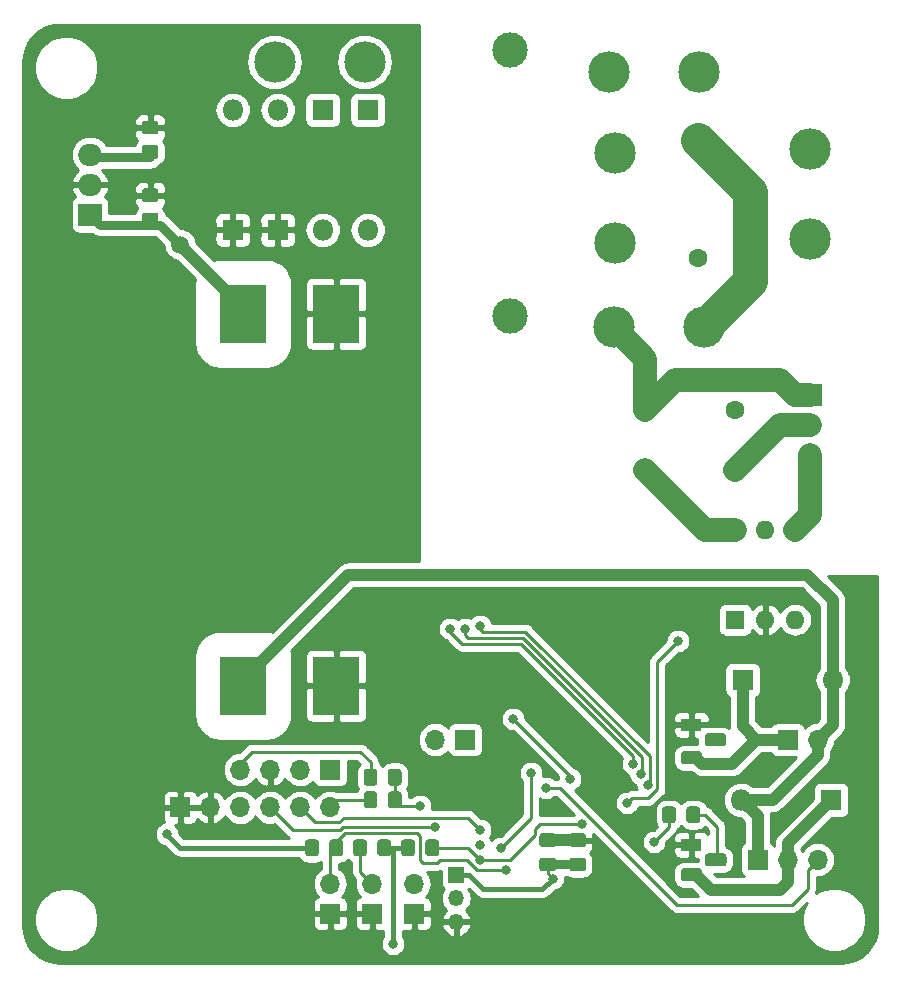
<source format=gbr>
G04 #@! TF.GenerationSoftware,KiCad,Pcbnew,(5.1.5)-3*
G04 #@! TF.CreationDate,2020-05-31T07:49:41+02:00*
G04 #@! TF.ProjectId,hotairpistol,686f7461-6972-4706-9973-746f6c2e6b69,rev?*
G04 #@! TF.SameCoordinates,Original*
G04 #@! TF.FileFunction,Copper,L2,Bot*
G04 #@! TF.FilePolarity,Positive*
%FSLAX46Y46*%
G04 Gerber Fmt 4.6, Leading zero omitted, Abs format (unit mm)*
G04 Created by KiCad (PCBNEW (5.1.5)-3) date 2020-05-31 07:49:41*
%MOMM*%
%LPD*%
G04 APERTURE LIST*
%ADD10O,1.700000X1.700000*%
%ADD11R,1.700000X1.700000*%
%ADD12O,1.800000X1.800000*%
%ADD13R,1.800000X1.800000*%
%ADD14C,0.100000*%
%ADD15R,1.800000X1.100000*%
%ADD16R,4.000000X5.000000*%
%ADD17C,3.000000*%
%ADD18C,1.600000*%
%ADD19O,2.000000X1.905000*%
%ADD20R,2.000000X1.905000*%
%ADD21O,1.600000X1.600000*%
%ADD22O,1.350000X1.350000*%
%ADD23R,1.350000X1.350000*%
%ADD24R,1.600000X1.600000*%
%ADD25C,1.500000*%
%ADD26O,3.500000X3.500000*%
%ADD27C,0.800000*%
%ADD28C,0.250000*%
%ADD29C,1.000000*%
%ADD30C,0.800000*%
%ADD31C,0.400000*%
%ADD32C,3.000000*%
%ADD33C,2.000000*%
%ADD34C,0.254000*%
G04 APERTURE END LIST*
D10*
X139700000Y-106172000D03*
D11*
X139700000Y-108712000D03*
D12*
X142875000Y-50800000D03*
D13*
X142875000Y-40640000D03*
D12*
X139065000Y-50800000D03*
D13*
X139065000Y-40640000D03*
D12*
X135255000Y-40640000D03*
D13*
X135255000Y-50800000D03*
D12*
X131445000Y-40640000D03*
D13*
X131445000Y-50800000D03*
G04 #@! TA.AperFunction,ComponentPad*
D14*
G36*
X172971955Y-93431324D02*
G01*
X172998650Y-93435284D01*
X173024828Y-93441841D01*
X173050238Y-93450933D01*
X173074634Y-93462472D01*
X173097782Y-93476346D01*
X173119458Y-93492422D01*
X173139454Y-93510546D01*
X173157578Y-93530542D01*
X173173654Y-93552218D01*
X173187528Y-93575366D01*
X173199067Y-93599762D01*
X173208159Y-93625172D01*
X173214716Y-93651350D01*
X173218676Y-93678045D01*
X173220000Y-93705000D01*
X173220000Y-94255000D01*
X173218676Y-94281955D01*
X173214716Y-94308650D01*
X173208159Y-94334828D01*
X173199067Y-94360238D01*
X173187528Y-94384634D01*
X173173654Y-94407782D01*
X173157578Y-94429458D01*
X173139454Y-94449454D01*
X173119458Y-94467578D01*
X173097782Y-94483654D01*
X173074634Y-94497528D01*
X173050238Y-94509067D01*
X173024828Y-94518159D01*
X172998650Y-94524716D01*
X172971955Y-94528676D01*
X172945000Y-94530000D01*
X171695000Y-94530000D01*
X171668045Y-94528676D01*
X171641350Y-94524716D01*
X171615172Y-94518159D01*
X171589762Y-94509067D01*
X171565366Y-94497528D01*
X171542218Y-94483654D01*
X171520542Y-94467578D01*
X171500546Y-94449454D01*
X171482422Y-94429458D01*
X171466346Y-94407782D01*
X171452472Y-94384634D01*
X171440933Y-94360238D01*
X171431841Y-94334828D01*
X171425284Y-94308650D01*
X171421324Y-94281955D01*
X171420000Y-94255000D01*
X171420000Y-93705000D01*
X171421324Y-93678045D01*
X171425284Y-93651350D01*
X171431841Y-93625172D01*
X171440933Y-93599762D01*
X171452472Y-93575366D01*
X171466346Y-93552218D01*
X171482422Y-93530542D01*
X171500546Y-93510546D01*
X171520542Y-93492422D01*
X171542218Y-93476346D01*
X171565366Y-93462472D01*
X171589762Y-93450933D01*
X171615172Y-93441841D01*
X171641350Y-93435284D01*
X171668045Y-93431324D01*
X171695000Y-93430000D01*
X172945000Y-93430000D01*
X172971955Y-93431324D01*
G37*
G04 #@! TD.AperFunction*
D15*
X170288000Y-92710000D03*
G04 #@! TA.AperFunction,ComponentPad*
D14*
G36*
X170939955Y-94955324D02*
G01*
X170966650Y-94959284D01*
X170992828Y-94965841D01*
X171018238Y-94974933D01*
X171042634Y-94986472D01*
X171065782Y-95000346D01*
X171087458Y-95016422D01*
X171107454Y-95034546D01*
X171125578Y-95054542D01*
X171141654Y-95076218D01*
X171155528Y-95099366D01*
X171167067Y-95123762D01*
X171176159Y-95149172D01*
X171182716Y-95175350D01*
X171186676Y-95202045D01*
X171188000Y-95229000D01*
X171188000Y-95779000D01*
X171186676Y-95805955D01*
X171182716Y-95832650D01*
X171176159Y-95858828D01*
X171167067Y-95884238D01*
X171155528Y-95908634D01*
X171141654Y-95931782D01*
X171125578Y-95953458D01*
X171107454Y-95973454D01*
X171087458Y-95991578D01*
X171065782Y-96007654D01*
X171042634Y-96021528D01*
X171018238Y-96033067D01*
X170992828Y-96042159D01*
X170966650Y-96048716D01*
X170939955Y-96052676D01*
X170913000Y-96054000D01*
X169663000Y-96054000D01*
X169636045Y-96052676D01*
X169609350Y-96048716D01*
X169583172Y-96042159D01*
X169557762Y-96033067D01*
X169533366Y-96021528D01*
X169510218Y-96007654D01*
X169488542Y-95991578D01*
X169468546Y-95973454D01*
X169450422Y-95953458D01*
X169434346Y-95931782D01*
X169420472Y-95908634D01*
X169408933Y-95884238D01*
X169399841Y-95858828D01*
X169393284Y-95832650D01*
X169389324Y-95805955D01*
X169388000Y-95779000D01*
X169388000Y-95229000D01*
X169389324Y-95202045D01*
X169393284Y-95175350D01*
X169399841Y-95149172D01*
X169408933Y-95123762D01*
X169420472Y-95099366D01*
X169434346Y-95076218D01*
X169450422Y-95054542D01*
X169468546Y-95034546D01*
X169488542Y-95016422D01*
X169510218Y-95000346D01*
X169533366Y-94986472D01*
X169557762Y-94974933D01*
X169583172Y-94965841D01*
X169609350Y-94959284D01*
X169636045Y-94955324D01*
X169663000Y-94954000D01*
X170913000Y-94954000D01*
X170939955Y-94955324D01*
G37*
G04 #@! TD.AperFunction*
G04 #@! TA.AperFunction,ComponentPad*
G36*
X170939955Y-104861324D02*
G01*
X170966650Y-104865284D01*
X170992828Y-104871841D01*
X171018238Y-104880933D01*
X171042634Y-104892472D01*
X171065782Y-104906346D01*
X171087458Y-104922422D01*
X171107454Y-104940546D01*
X171125578Y-104960542D01*
X171141654Y-104982218D01*
X171155528Y-105005366D01*
X171167067Y-105029762D01*
X171176159Y-105055172D01*
X171182716Y-105081350D01*
X171186676Y-105108045D01*
X171188000Y-105135000D01*
X171188000Y-105685000D01*
X171186676Y-105711955D01*
X171182716Y-105738650D01*
X171176159Y-105764828D01*
X171167067Y-105790238D01*
X171155528Y-105814634D01*
X171141654Y-105837782D01*
X171125578Y-105859458D01*
X171107454Y-105879454D01*
X171087458Y-105897578D01*
X171065782Y-105913654D01*
X171042634Y-105927528D01*
X171018238Y-105939067D01*
X170992828Y-105948159D01*
X170966650Y-105954716D01*
X170939955Y-105958676D01*
X170913000Y-105960000D01*
X169663000Y-105960000D01*
X169636045Y-105958676D01*
X169609350Y-105954716D01*
X169583172Y-105948159D01*
X169557762Y-105939067D01*
X169533366Y-105927528D01*
X169510218Y-105913654D01*
X169488542Y-105897578D01*
X169468546Y-105879454D01*
X169450422Y-105859458D01*
X169434346Y-105837782D01*
X169420472Y-105814634D01*
X169408933Y-105790238D01*
X169399841Y-105764828D01*
X169393284Y-105738650D01*
X169389324Y-105711955D01*
X169388000Y-105685000D01*
X169388000Y-105135000D01*
X169389324Y-105108045D01*
X169393284Y-105081350D01*
X169399841Y-105055172D01*
X169408933Y-105029762D01*
X169420472Y-105005366D01*
X169434346Y-104982218D01*
X169450422Y-104960542D01*
X169468546Y-104940546D01*
X169488542Y-104922422D01*
X169510218Y-104906346D01*
X169533366Y-104892472D01*
X169557762Y-104880933D01*
X169583172Y-104871841D01*
X169609350Y-104865284D01*
X169636045Y-104861324D01*
X169663000Y-104860000D01*
X170913000Y-104860000D01*
X170939955Y-104861324D01*
G37*
G04 #@! TD.AperFunction*
D15*
X170288000Y-102870000D03*
G04 #@! TA.AperFunction,ComponentPad*
D14*
G36*
X173009955Y-103591324D02*
G01*
X173036650Y-103595284D01*
X173062828Y-103601841D01*
X173088238Y-103610933D01*
X173112634Y-103622472D01*
X173135782Y-103636346D01*
X173157458Y-103652422D01*
X173177454Y-103670546D01*
X173195578Y-103690542D01*
X173211654Y-103712218D01*
X173225528Y-103735366D01*
X173237067Y-103759762D01*
X173246159Y-103785172D01*
X173252716Y-103811350D01*
X173256676Y-103838045D01*
X173258000Y-103865000D01*
X173258000Y-104415000D01*
X173256676Y-104441955D01*
X173252716Y-104468650D01*
X173246159Y-104494828D01*
X173237067Y-104520238D01*
X173225528Y-104544634D01*
X173211654Y-104567782D01*
X173195578Y-104589458D01*
X173177454Y-104609454D01*
X173157458Y-104627578D01*
X173135782Y-104643654D01*
X173112634Y-104657528D01*
X173088238Y-104669067D01*
X173062828Y-104678159D01*
X173036650Y-104684716D01*
X173009955Y-104688676D01*
X172983000Y-104690000D01*
X171733000Y-104690000D01*
X171706045Y-104688676D01*
X171679350Y-104684716D01*
X171653172Y-104678159D01*
X171627762Y-104669067D01*
X171603366Y-104657528D01*
X171580218Y-104643654D01*
X171558542Y-104627578D01*
X171538546Y-104609454D01*
X171520422Y-104589458D01*
X171504346Y-104567782D01*
X171490472Y-104544634D01*
X171478933Y-104520238D01*
X171469841Y-104494828D01*
X171463284Y-104468650D01*
X171459324Y-104441955D01*
X171458000Y-104415000D01*
X171458000Y-103865000D01*
X171459324Y-103838045D01*
X171463284Y-103811350D01*
X171469841Y-103785172D01*
X171478933Y-103759762D01*
X171490472Y-103735366D01*
X171504346Y-103712218D01*
X171520422Y-103690542D01*
X171538546Y-103670546D01*
X171558542Y-103652422D01*
X171580218Y-103636346D01*
X171603366Y-103622472D01*
X171627762Y-103610933D01*
X171653172Y-103601841D01*
X171679350Y-103595284D01*
X171706045Y-103591324D01*
X171733000Y-103590000D01*
X172983000Y-103590000D01*
X173009955Y-103591324D01*
G37*
G04 #@! TD.AperFunction*
D10*
X148590000Y-93980000D03*
D11*
X151130000Y-93980000D03*
D16*
X140208000Y-57912000D03*
X140208000Y-89408000D03*
X132334000Y-89408000D03*
X132334000Y-57912000D03*
D10*
X180975000Y-93980000D03*
D11*
X178435000Y-93980000D03*
D10*
X143256000Y-106172000D03*
D11*
X143256000Y-108712000D03*
G04 #@! TA.AperFunction,SMDPad,CuDef*
D14*
G36*
X145519505Y-96456204D02*
G01*
X145543773Y-96459804D01*
X145567572Y-96465765D01*
X145590671Y-96474030D01*
X145612850Y-96484520D01*
X145633893Y-96497132D01*
X145653599Y-96511747D01*
X145671777Y-96528223D01*
X145688253Y-96546401D01*
X145702868Y-96566107D01*
X145715480Y-96587150D01*
X145725970Y-96609329D01*
X145734235Y-96632428D01*
X145740196Y-96656227D01*
X145743796Y-96680495D01*
X145745000Y-96704999D01*
X145745000Y-97605001D01*
X145743796Y-97629505D01*
X145740196Y-97653773D01*
X145734235Y-97677572D01*
X145725970Y-97700671D01*
X145715480Y-97722850D01*
X145702868Y-97743893D01*
X145688253Y-97763599D01*
X145671777Y-97781777D01*
X145653599Y-97798253D01*
X145633893Y-97812868D01*
X145612850Y-97825480D01*
X145590671Y-97835970D01*
X145567572Y-97844235D01*
X145543773Y-97850196D01*
X145519505Y-97853796D01*
X145495001Y-97855000D01*
X144844999Y-97855000D01*
X144820495Y-97853796D01*
X144796227Y-97850196D01*
X144772428Y-97844235D01*
X144749329Y-97835970D01*
X144727150Y-97825480D01*
X144706107Y-97812868D01*
X144686401Y-97798253D01*
X144668223Y-97781777D01*
X144651747Y-97763599D01*
X144637132Y-97743893D01*
X144624520Y-97722850D01*
X144614030Y-97700671D01*
X144605765Y-97677572D01*
X144599804Y-97653773D01*
X144596204Y-97629505D01*
X144595000Y-97605001D01*
X144595000Y-96704999D01*
X144596204Y-96680495D01*
X144599804Y-96656227D01*
X144605765Y-96632428D01*
X144614030Y-96609329D01*
X144624520Y-96587150D01*
X144637132Y-96566107D01*
X144651747Y-96546401D01*
X144668223Y-96528223D01*
X144686401Y-96511747D01*
X144706107Y-96497132D01*
X144727150Y-96484520D01*
X144749329Y-96474030D01*
X144772428Y-96465765D01*
X144796227Y-96459804D01*
X144820495Y-96456204D01*
X144844999Y-96455000D01*
X145495001Y-96455000D01*
X145519505Y-96456204D01*
G37*
G04 #@! TD.AperFunction*
G04 #@! TA.AperFunction,SMDPad,CuDef*
G36*
X143469505Y-96456204D02*
G01*
X143493773Y-96459804D01*
X143517572Y-96465765D01*
X143540671Y-96474030D01*
X143562850Y-96484520D01*
X143583893Y-96497132D01*
X143603599Y-96511747D01*
X143621777Y-96528223D01*
X143638253Y-96546401D01*
X143652868Y-96566107D01*
X143665480Y-96587150D01*
X143675970Y-96609329D01*
X143684235Y-96632428D01*
X143690196Y-96656227D01*
X143693796Y-96680495D01*
X143695000Y-96704999D01*
X143695000Y-97605001D01*
X143693796Y-97629505D01*
X143690196Y-97653773D01*
X143684235Y-97677572D01*
X143675970Y-97700671D01*
X143665480Y-97722850D01*
X143652868Y-97743893D01*
X143638253Y-97763599D01*
X143621777Y-97781777D01*
X143603599Y-97798253D01*
X143583893Y-97812868D01*
X143562850Y-97825480D01*
X143540671Y-97835970D01*
X143517572Y-97844235D01*
X143493773Y-97850196D01*
X143469505Y-97853796D01*
X143445001Y-97855000D01*
X142794999Y-97855000D01*
X142770495Y-97853796D01*
X142746227Y-97850196D01*
X142722428Y-97844235D01*
X142699329Y-97835970D01*
X142677150Y-97825480D01*
X142656107Y-97812868D01*
X142636401Y-97798253D01*
X142618223Y-97781777D01*
X142601747Y-97763599D01*
X142587132Y-97743893D01*
X142574520Y-97722850D01*
X142564030Y-97700671D01*
X142555765Y-97677572D01*
X142549804Y-97653773D01*
X142546204Y-97629505D01*
X142545000Y-97605001D01*
X142545000Y-96704999D01*
X142546204Y-96680495D01*
X142549804Y-96656227D01*
X142555765Y-96632428D01*
X142564030Y-96609329D01*
X142574520Y-96587150D01*
X142587132Y-96566107D01*
X142601747Y-96546401D01*
X142618223Y-96528223D01*
X142636401Y-96511747D01*
X142656107Y-96497132D01*
X142677150Y-96484520D01*
X142699329Y-96474030D01*
X142722428Y-96465765D01*
X142746227Y-96459804D01*
X142770495Y-96456204D01*
X142794999Y-96455000D01*
X143445001Y-96455000D01*
X143469505Y-96456204D01*
G37*
G04 #@! TD.AperFunction*
D17*
X154940000Y-58060000D03*
X154940000Y-35560000D03*
D18*
X170815000Y-53180000D03*
X170815000Y-43180000D03*
D12*
X174498000Y-99060000D03*
D13*
X182118000Y-99060000D03*
D12*
X182245000Y-88900000D03*
D13*
X174625000Y-88900000D03*
D19*
X180340000Y-69850000D03*
X180340000Y-67310000D03*
D20*
X180340000Y-64770000D03*
D10*
X180975000Y-104140000D03*
X178435000Y-104140000D03*
D11*
X175895000Y-104140000D03*
D10*
X132080000Y-96520000D03*
X134620000Y-96520000D03*
X137160000Y-96520000D03*
D11*
X139700000Y-96520000D03*
G04 #@! TA.AperFunction,SMDPad,CuDef*
D14*
G36*
X168742505Y-99631204D02*
G01*
X168766773Y-99634804D01*
X168790572Y-99640765D01*
X168813671Y-99649030D01*
X168835850Y-99659520D01*
X168856893Y-99672132D01*
X168876599Y-99686747D01*
X168894777Y-99703223D01*
X168911253Y-99721401D01*
X168925868Y-99741107D01*
X168938480Y-99762150D01*
X168948970Y-99784329D01*
X168957235Y-99807428D01*
X168963196Y-99831227D01*
X168966796Y-99855495D01*
X168968000Y-99879999D01*
X168968000Y-100780001D01*
X168966796Y-100804505D01*
X168963196Y-100828773D01*
X168957235Y-100852572D01*
X168948970Y-100875671D01*
X168938480Y-100897850D01*
X168925868Y-100918893D01*
X168911253Y-100938599D01*
X168894777Y-100956777D01*
X168876599Y-100973253D01*
X168856893Y-100987868D01*
X168835850Y-101000480D01*
X168813671Y-101010970D01*
X168790572Y-101019235D01*
X168766773Y-101025196D01*
X168742505Y-101028796D01*
X168718001Y-101030000D01*
X168067999Y-101030000D01*
X168043495Y-101028796D01*
X168019227Y-101025196D01*
X167995428Y-101019235D01*
X167972329Y-101010970D01*
X167950150Y-101000480D01*
X167929107Y-100987868D01*
X167909401Y-100973253D01*
X167891223Y-100956777D01*
X167874747Y-100938599D01*
X167860132Y-100918893D01*
X167847520Y-100897850D01*
X167837030Y-100875671D01*
X167828765Y-100852572D01*
X167822804Y-100828773D01*
X167819204Y-100804505D01*
X167818000Y-100780001D01*
X167818000Y-99879999D01*
X167819204Y-99855495D01*
X167822804Y-99831227D01*
X167828765Y-99807428D01*
X167837030Y-99784329D01*
X167847520Y-99762150D01*
X167860132Y-99741107D01*
X167874747Y-99721401D01*
X167891223Y-99703223D01*
X167909401Y-99686747D01*
X167929107Y-99672132D01*
X167950150Y-99659520D01*
X167972329Y-99649030D01*
X167995428Y-99640765D01*
X168019227Y-99634804D01*
X168043495Y-99631204D01*
X168067999Y-99630000D01*
X168718001Y-99630000D01*
X168742505Y-99631204D01*
G37*
G04 #@! TD.AperFunction*
G04 #@! TA.AperFunction,SMDPad,CuDef*
G36*
X170792505Y-99631204D02*
G01*
X170816773Y-99634804D01*
X170840572Y-99640765D01*
X170863671Y-99649030D01*
X170885850Y-99659520D01*
X170906893Y-99672132D01*
X170926599Y-99686747D01*
X170944777Y-99703223D01*
X170961253Y-99721401D01*
X170975868Y-99741107D01*
X170988480Y-99762150D01*
X170998970Y-99784329D01*
X171007235Y-99807428D01*
X171013196Y-99831227D01*
X171016796Y-99855495D01*
X171018000Y-99879999D01*
X171018000Y-100780001D01*
X171016796Y-100804505D01*
X171013196Y-100828773D01*
X171007235Y-100852572D01*
X170998970Y-100875671D01*
X170988480Y-100897850D01*
X170975868Y-100918893D01*
X170961253Y-100938599D01*
X170944777Y-100956777D01*
X170926599Y-100973253D01*
X170906893Y-100987868D01*
X170885850Y-101000480D01*
X170863671Y-101010970D01*
X170840572Y-101019235D01*
X170816773Y-101025196D01*
X170792505Y-101028796D01*
X170768001Y-101030000D01*
X170117999Y-101030000D01*
X170093495Y-101028796D01*
X170069227Y-101025196D01*
X170045428Y-101019235D01*
X170022329Y-101010970D01*
X170000150Y-101000480D01*
X169979107Y-100987868D01*
X169959401Y-100973253D01*
X169941223Y-100956777D01*
X169924747Y-100938599D01*
X169910132Y-100918893D01*
X169897520Y-100897850D01*
X169887030Y-100875671D01*
X169878765Y-100852572D01*
X169872804Y-100828773D01*
X169869204Y-100804505D01*
X169868000Y-100780001D01*
X169868000Y-99879999D01*
X169869204Y-99855495D01*
X169872804Y-99831227D01*
X169878765Y-99807428D01*
X169887030Y-99784329D01*
X169897520Y-99762150D01*
X169910132Y-99741107D01*
X169924747Y-99721401D01*
X169941223Y-99703223D01*
X169959401Y-99686747D01*
X169979107Y-99672132D01*
X170000150Y-99659520D01*
X170022329Y-99649030D01*
X170045428Y-99640765D01*
X170069227Y-99634804D01*
X170093495Y-99631204D01*
X170117999Y-99630000D01*
X170768001Y-99630000D01*
X170792505Y-99631204D01*
G37*
G04 #@! TD.AperFunction*
D21*
X166370000Y-71120000D03*
D18*
X173990000Y-71120000D03*
D21*
X166370000Y-66040000D03*
D18*
X173990000Y-66040000D03*
G04 #@! TA.AperFunction,SMDPad,CuDef*
D14*
G36*
X148694505Y-102425204D02*
G01*
X148718773Y-102428804D01*
X148742572Y-102434765D01*
X148765671Y-102443030D01*
X148787850Y-102453520D01*
X148808893Y-102466132D01*
X148828599Y-102480747D01*
X148846777Y-102497223D01*
X148863253Y-102515401D01*
X148877868Y-102535107D01*
X148890480Y-102556150D01*
X148900970Y-102578329D01*
X148909235Y-102601428D01*
X148915196Y-102625227D01*
X148918796Y-102649495D01*
X148920000Y-102673999D01*
X148920000Y-103574001D01*
X148918796Y-103598505D01*
X148915196Y-103622773D01*
X148909235Y-103646572D01*
X148900970Y-103669671D01*
X148890480Y-103691850D01*
X148877868Y-103712893D01*
X148863253Y-103732599D01*
X148846777Y-103750777D01*
X148828599Y-103767253D01*
X148808893Y-103781868D01*
X148787850Y-103794480D01*
X148765671Y-103804970D01*
X148742572Y-103813235D01*
X148718773Y-103819196D01*
X148694505Y-103822796D01*
X148670001Y-103824000D01*
X148019999Y-103824000D01*
X147995495Y-103822796D01*
X147971227Y-103819196D01*
X147947428Y-103813235D01*
X147924329Y-103804970D01*
X147902150Y-103794480D01*
X147881107Y-103781868D01*
X147861401Y-103767253D01*
X147843223Y-103750777D01*
X147826747Y-103732599D01*
X147812132Y-103712893D01*
X147799520Y-103691850D01*
X147789030Y-103669671D01*
X147780765Y-103646572D01*
X147774804Y-103622773D01*
X147771204Y-103598505D01*
X147770000Y-103574001D01*
X147770000Y-102673999D01*
X147771204Y-102649495D01*
X147774804Y-102625227D01*
X147780765Y-102601428D01*
X147789030Y-102578329D01*
X147799520Y-102556150D01*
X147812132Y-102535107D01*
X147826747Y-102515401D01*
X147843223Y-102497223D01*
X147861401Y-102480747D01*
X147881107Y-102466132D01*
X147902150Y-102453520D01*
X147924329Y-102443030D01*
X147947428Y-102434765D01*
X147971227Y-102428804D01*
X147995495Y-102425204D01*
X148019999Y-102424000D01*
X148670001Y-102424000D01*
X148694505Y-102425204D01*
G37*
G04 #@! TD.AperFunction*
G04 #@! TA.AperFunction,SMDPad,CuDef*
G36*
X146644505Y-102425204D02*
G01*
X146668773Y-102428804D01*
X146692572Y-102434765D01*
X146715671Y-102443030D01*
X146737850Y-102453520D01*
X146758893Y-102466132D01*
X146778599Y-102480747D01*
X146796777Y-102497223D01*
X146813253Y-102515401D01*
X146827868Y-102535107D01*
X146840480Y-102556150D01*
X146850970Y-102578329D01*
X146859235Y-102601428D01*
X146865196Y-102625227D01*
X146868796Y-102649495D01*
X146870000Y-102673999D01*
X146870000Y-103574001D01*
X146868796Y-103598505D01*
X146865196Y-103622773D01*
X146859235Y-103646572D01*
X146850970Y-103669671D01*
X146840480Y-103691850D01*
X146827868Y-103712893D01*
X146813253Y-103732599D01*
X146796777Y-103750777D01*
X146778599Y-103767253D01*
X146758893Y-103781868D01*
X146737850Y-103794480D01*
X146715671Y-103804970D01*
X146692572Y-103813235D01*
X146668773Y-103819196D01*
X146644505Y-103822796D01*
X146620001Y-103824000D01*
X145969999Y-103824000D01*
X145945495Y-103822796D01*
X145921227Y-103819196D01*
X145897428Y-103813235D01*
X145874329Y-103804970D01*
X145852150Y-103794480D01*
X145831107Y-103781868D01*
X145811401Y-103767253D01*
X145793223Y-103750777D01*
X145776747Y-103732599D01*
X145762132Y-103712893D01*
X145749520Y-103691850D01*
X145739030Y-103669671D01*
X145730765Y-103646572D01*
X145724804Y-103622773D01*
X145721204Y-103598505D01*
X145720000Y-103574001D01*
X145720000Y-102673999D01*
X145721204Y-102649495D01*
X145724804Y-102625227D01*
X145730765Y-102601428D01*
X145739030Y-102578329D01*
X145749520Y-102556150D01*
X145762132Y-102535107D01*
X145776747Y-102515401D01*
X145793223Y-102497223D01*
X145811401Y-102480747D01*
X145831107Y-102466132D01*
X145852150Y-102453520D01*
X145874329Y-102443030D01*
X145897428Y-102434765D01*
X145921227Y-102428804D01*
X145945495Y-102425204D01*
X145969999Y-102424000D01*
X146620001Y-102424000D01*
X146644505Y-102425204D01*
G37*
G04 #@! TD.AperFunction*
G04 #@! TA.AperFunction,SMDPad,CuDef*
G36*
X142580505Y-102425204D02*
G01*
X142604773Y-102428804D01*
X142628572Y-102434765D01*
X142651671Y-102443030D01*
X142673850Y-102453520D01*
X142694893Y-102466132D01*
X142714599Y-102480747D01*
X142732777Y-102497223D01*
X142749253Y-102515401D01*
X142763868Y-102535107D01*
X142776480Y-102556150D01*
X142786970Y-102578329D01*
X142795235Y-102601428D01*
X142801196Y-102625227D01*
X142804796Y-102649495D01*
X142806000Y-102673999D01*
X142806000Y-103574001D01*
X142804796Y-103598505D01*
X142801196Y-103622773D01*
X142795235Y-103646572D01*
X142786970Y-103669671D01*
X142776480Y-103691850D01*
X142763868Y-103712893D01*
X142749253Y-103732599D01*
X142732777Y-103750777D01*
X142714599Y-103767253D01*
X142694893Y-103781868D01*
X142673850Y-103794480D01*
X142651671Y-103804970D01*
X142628572Y-103813235D01*
X142604773Y-103819196D01*
X142580505Y-103822796D01*
X142556001Y-103824000D01*
X141905999Y-103824000D01*
X141881495Y-103822796D01*
X141857227Y-103819196D01*
X141833428Y-103813235D01*
X141810329Y-103804970D01*
X141788150Y-103794480D01*
X141767107Y-103781868D01*
X141747401Y-103767253D01*
X141729223Y-103750777D01*
X141712747Y-103732599D01*
X141698132Y-103712893D01*
X141685520Y-103691850D01*
X141675030Y-103669671D01*
X141666765Y-103646572D01*
X141660804Y-103622773D01*
X141657204Y-103598505D01*
X141656000Y-103574001D01*
X141656000Y-102673999D01*
X141657204Y-102649495D01*
X141660804Y-102625227D01*
X141666765Y-102601428D01*
X141675030Y-102578329D01*
X141685520Y-102556150D01*
X141698132Y-102535107D01*
X141712747Y-102515401D01*
X141729223Y-102497223D01*
X141747401Y-102480747D01*
X141767107Y-102466132D01*
X141788150Y-102453520D01*
X141810329Y-102443030D01*
X141833428Y-102434765D01*
X141857227Y-102428804D01*
X141881495Y-102425204D01*
X141905999Y-102424000D01*
X142556001Y-102424000D01*
X142580505Y-102425204D01*
G37*
G04 #@! TD.AperFunction*
G04 #@! TA.AperFunction,SMDPad,CuDef*
G36*
X144630505Y-102425204D02*
G01*
X144654773Y-102428804D01*
X144678572Y-102434765D01*
X144701671Y-102443030D01*
X144723850Y-102453520D01*
X144744893Y-102466132D01*
X144764599Y-102480747D01*
X144782777Y-102497223D01*
X144799253Y-102515401D01*
X144813868Y-102535107D01*
X144826480Y-102556150D01*
X144836970Y-102578329D01*
X144845235Y-102601428D01*
X144851196Y-102625227D01*
X144854796Y-102649495D01*
X144856000Y-102673999D01*
X144856000Y-103574001D01*
X144854796Y-103598505D01*
X144851196Y-103622773D01*
X144845235Y-103646572D01*
X144836970Y-103669671D01*
X144826480Y-103691850D01*
X144813868Y-103712893D01*
X144799253Y-103732599D01*
X144782777Y-103750777D01*
X144764599Y-103767253D01*
X144744893Y-103781868D01*
X144723850Y-103794480D01*
X144701671Y-103804970D01*
X144678572Y-103813235D01*
X144654773Y-103819196D01*
X144630505Y-103822796D01*
X144606001Y-103824000D01*
X143955999Y-103824000D01*
X143931495Y-103822796D01*
X143907227Y-103819196D01*
X143883428Y-103813235D01*
X143860329Y-103804970D01*
X143838150Y-103794480D01*
X143817107Y-103781868D01*
X143797401Y-103767253D01*
X143779223Y-103750777D01*
X143762747Y-103732599D01*
X143748132Y-103712893D01*
X143735520Y-103691850D01*
X143725030Y-103669671D01*
X143716765Y-103646572D01*
X143710804Y-103622773D01*
X143707204Y-103598505D01*
X143706000Y-103574001D01*
X143706000Y-102673999D01*
X143707204Y-102649495D01*
X143710804Y-102625227D01*
X143716765Y-102601428D01*
X143725030Y-102578329D01*
X143735520Y-102556150D01*
X143748132Y-102535107D01*
X143762747Y-102515401D01*
X143779223Y-102497223D01*
X143797401Y-102480747D01*
X143817107Y-102466132D01*
X143838150Y-102453520D01*
X143860329Y-102443030D01*
X143883428Y-102434765D01*
X143907227Y-102428804D01*
X143931495Y-102425204D01*
X143955999Y-102424000D01*
X144606001Y-102424000D01*
X144630505Y-102425204D01*
G37*
G04 #@! TD.AperFunction*
D22*
X150368000Y-109410000D03*
X150368000Y-107410000D03*
D23*
X150368000Y-105410000D03*
D10*
X146812000Y-106172000D03*
D11*
X146812000Y-108712000D03*
D19*
X119380000Y-44450000D03*
X119380000Y-46990000D03*
D20*
X119380000Y-49530000D03*
D21*
X173990000Y-76200000D03*
X179070000Y-83820000D03*
X176530000Y-76200000D03*
X176530000Y-83820000D03*
X179070000Y-76200000D03*
D24*
X173990000Y-83820000D03*
D25*
X127000000Y-52070000D03*
D26*
X180340000Y-43942000D03*
X180340000Y-51562000D03*
X163322000Y-37465000D03*
X170942000Y-37465000D03*
X171323000Y-59055000D03*
X163703000Y-59055000D03*
X163830000Y-51943000D03*
X163830000Y-44323000D03*
D10*
X139700000Y-99695000D03*
X137160000Y-99695000D03*
X134620000Y-99695000D03*
X132080000Y-99695000D03*
X129540000Y-99695000D03*
D11*
X127000000Y-99695000D03*
G04 #@! TA.AperFunction,SMDPad,CuDef*
D14*
G36*
X143469505Y-98361204D02*
G01*
X143493773Y-98364804D01*
X143517572Y-98370765D01*
X143540671Y-98379030D01*
X143562850Y-98389520D01*
X143583893Y-98402132D01*
X143603599Y-98416747D01*
X143621777Y-98433223D01*
X143638253Y-98451401D01*
X143652868Y-98471107D01*
X143665480Y-98492150D01*
X143675970Y-98514329D01*
X143684235Y-98537428D01*
X143690196Y-98561227D01*
X143693796Y-98585495D01*
X143695000Y-98609999D01*
X143695000Y-99510001D01*
X143693796Y-99534505D01*
X143690196Y-99558773D01*
X143684235Y-99582572D01*
X143675970Y-99605671D01*
X143665480Y-99627850D01*
X143652868Y-99648893D01*
X143638253Y-99668599D01*
X143621777Y-99686777D01*
X143603599Y-99703253D01*
X143583893Y-99717868D01*
X143562850Y-99730480D01*
X143540671Y-99740970D01*
X143517572Y-99749235D01*
X143493773Y-99755196D01*
X143469505Y-99758796D01*
X143445001Y-99760000D01*
X142794999Y-99760000D01*
X142770495Y-99758796D01*
X142746227Y-99755196D01*
X142722428Y-99749235D01*
X142699329Y-99740970D01*
X142677150Y-99730480D01*
X142656107Y-99717868D01*
X142636401Y-99703253D01*
X142618223Y-99686777D01*
X142601747Y-99668599D01*
X142587132Y-99648893D01*
X142574520Y-99627850D01*
X142564030Y-99605671D01*
X142555765Y-99582572D01*
X142549804Y-99558773D01*
X142546204Y-99534505D01*
X142545000Y-99510001D01*
X142545000Y-98609999D01*
X142546204Y-98585495D01*
X142549804Y-98561227D01*
X142555765Y-98537428D01*
X142564030Y-98514329D01*
X142574520Y-98492150D01*
X142587132Y-98471107D01*
X142601747Y-98451401D01*
X142618223Y-98433223D01*
X142636401Y-98416747D01*
X142656107Y-98402132D01*
X142677150Y-98389520D01*
X142699329Y-98379030D01*
X142722428Y-98370765D01*
X142746227Y-98364804D01*
X142770495Y-98361204D01*
X142794999Y-98360000D01*
X143445001Y-98360000D01*
X143469505Y-98361204D01*
G37*
G04 #@! TD.AperFunction*
G04 #@! TA.AperFunction,SMDPad,CuDef*
G36*
X145519505Y-98361204D02*
G01*
X145543773Y-98364804D01*
X145567572Y-98370765D01*
X145590671Y-98379030D01*
X145612850Y-98389520D01*
X145633893Y-98402132D01*
X145653599Y-98416747D01*
X145671777Y-98433223D01*
X145688253Y-98451401D01*
X145702868Y-98471107D01*
X145715480Y-98492150D01*
X145725970Y-98514329D01*
X145734235Y-98537428D01*
X145740196Y-98561227D01*
X145743796Y-98585495D01*
X145745000Y-98609999D01*
X145745000Y-99510001D01*
X145743796Y-99534505D01*
X145740196Y-99558773D01*
X145734235Y-99582572D01*
X145725970Y-99605671D01*
X145715480Y-99627850D01*
X145702868Y-99648893D01*
X145688253Y-99668599D01*
X145671777Y-99686777D01*
X145653599Y-99703253D01*
X145633893Y-99717868D01*
X145612850Y-99730480D01*
X145590671Y-99740970D01*
X145567572Y-99749235D01*
X145543773Y-99755196D01*
X145519505Y-99758796D01*
X145495001Y-99760000D01*
X144844999Y-99760000D01*
X144820495Y-99758796D01*
X144796227Y-99755196D01*
X144772428Y-99749235D01*
X144749329Y-99740970D01*
X144727150Y-99730480D01*
X144706107Y-99717868D01*
X144686401Y-99703253D01*
X144668223Y-99686777D01*
X144651747Y-99668599D01*
X144637132Y-99648893D01*
X144624520Y-99627850D01*
X144614030Y-99605671D01*
X144605765Y-99582572D01*
X144599804Y-99558773D01*
X144596204Y-99534505D01*
X144595000Y-99510001D01*
X144595000Y-98609999D01*
X144596204Y-98585495D01*
X144599804Y-98561227D01*
X144605765Y-98537428D01*
X144614030Y-98514329D01*
X144624520Y-98492150D01*
X144637132Y-98471107D01*
X144651747Y-98451401D01*
X144668223Y-98433223D01*
X144686401Y-98416747D01*
X144706107Y-98402132D01*
X144727150Y-98389520D01*
X144749329Y-98379030D01*
X144772428Y-98370765D01*
X144796227Y-98364804D01*
X144820495Y-98361204D01*
X144844999Y-98360000D01*
X145495001Y-98360000D01*
X145519505Y-98361204D01*
G37*
G04 #@! TD.AperFunction*
D26*
X135001000Y-36576000D03*
X142621000Y-36576000D03*
G04 #@! TA.AperFunction,SMDPad,CuDef*
D14*
G36*
X124934505Y-47296204D02*
G01*
X124958773Y-47299804D01*
X124982572Y-47305765D01*
X125005671Y-47314030D01*
X125027850Y-47324520D01*
X125048893Y-47337132D01*
X125068599Y-47351747D01*
X125086777Y-47368223D01*
X125103253Y-47386401D01*
X125117868Y-47406107D01*
X125130480Y-47427150D01*
X125140970Y-47449329D01*
X125149235Y-47472428D01*
X125155196Y-47496227D01*
X125158796Y-47520495D01*
X125160000Y-47544999D01*
X125160000Y-48195001D01*
X125158796Y-48219505D01*
X125155196Y-48243773D01*
X125149235Y-48267572D01*
X125140970Y-48290671D01*
X125130480Y-48312850D01*
X125117868Y-48333893D01*
X125103253Y-48353599D01*
X125086777Y-48371777D01*
X125068599Y-48388253D01*
X125048893Y-48402868D01*
X125027850Y-48415480D01*
X125005671Y-48425970D01*
X124982572Y-48434235D01*
X124958773Y-48440196D01*
X124934505Y-48443796D01*
X124910001Y-48445000D01*
X124009999Y-48445000D01*
X123985495Y-48443796D01*
X123961227Y-48440196D01*
X123937428Y-48434235D01*
X123914329Y-48425970D01*
X123892150Y-48415480D01*
X123871107Y-48402868D01*
X123851401Y-48388253D01*
X123833223Y-48371777D01*
X123816747Y-48353599D01*
X123802132Y-48333893D01*
X123789520Y-48312850D01*
X123779030Y-48290671D01*
X123770765Y-48267572D01*
X123764804Y-48243773D01*
X123761204Y-48219505D01*
X123760000Y-48195001D01*
X123760000Y-47544999D01*
X123761204Y-47520495D01*
X123764804Y-47496227D01*
X123770765Y-47472428D01*
X123779030Y-47449329D01*
X123789520Y-47427150D01*
X123802132Y-47406107D01*
X123816747Y-47386401D01*
X123833223Y-47368223D01*
X123851401Y-47351747D01*
X123871107Y-47337132D01*
X123892150Y-47324520D01*
X123914329Y-47314030D01*
X123937428Y-47305765D01*
X123961227Y-47299804D01*
X123985495Y-47296204D01*
X124009999Y-47295000D01*
X124910001Y-47295000D01*
X124934505Y-47296204D01*
G37*
G04 #@! TD.AperFunction*
G04 #@! TA.AperFunction,SMDPad,CuDef*
G36*
X124934505Y-49346204D02*
G01*
X124958773Y-49349804D01*
X124982572Y-49355765D01*
X125005671Y-49364030D01*
X125027850Y-49374520D01*
X125048893Y-49387132D01*
X125068599Y-49401747D01*
X125086777Y-49418223D01*
X125103253Y-49436401D01*
X125117868Y-49456107D01*
X125130480Y-49477150D01*
X125140970Y-49499329D01*
X125149235Y-49522428D01*
X125155196Y-49546227D01*
X125158796Y-49570495D01*
X125160000Y-49594999D01*
X125160000Y-50245001D01*
X125158796Y-50269505D01*
X125155196Y-50293773D01*
X125149235Y-50317572D01*
X125140970Y-50340671D01*
X125130480Y-50362850D01*
X125117868Y-50383893D01*
X125103253Y-50403599D01*
X125086777Y-50421777D01*
X125068599Y-50438253D01*
X125048893Y-50452868D01*
X125027850Y-50465480D01*
X125005671Y-50475970D01*
X124982572Y-50484235D01*
X124958773Y-50490196D01*
X124934505Y-50493796D01*
X124910001Y-50495000D01*
X124009999Y-50495000D01*
X123985495Y-50493796D01*
X123961227Y-50490196D01*
X123937428Y-50484235D01*
X123914329Y-50475970D01*
X123892150Y-50465480D01*
X123871107Y-50452868D01*
X123851401Y-50438253D01*
X123833223Y-50421777D01*
X123816747Y-50403599D01*
X123802132Y-50383893D01*
X123789520Y-50362850D01*
X123779030Y-50340671D01*
X123770765Y-50317572D01*
X123764804Y-50293773D01*
X123761204Y-50269505D01*
X123760000Y-50245001D01*
X123760000Y-49594999D01*
X123761204Y-49570495D01*
X123764804Y-49546227D01*
X123770765Y-49522428D01*
X123779030Y-49499329D01*
X123789520Y-49477150D01*
X123802132Y-49456107D01*
X123816747Y-49436401D01*
X123833223Y-49418223D01*
X123851401Y-49401747D01*
X123871107Y-49387132D01*
X123892150Y-49374520D01*
X123914329Y-49364030D01*
X123937428Y-49355765D01*
X123961227Y-49349804D01*
X123985495Y-49346204D01*
X124009999Y-49345000D01*
X124910001Y-49345000D01*
X124934505Y-49346204D01*
G37*
G04 #@! TD.AperFunction*
G04 #@! TA.AperFunction,SMDPad,CuDef*
G36*
X124934505Y-41581204D02*
G01*
X124958773Y-41584804D01*
X124982572Y-41590765D01*
X125005671Y-41599030D01*
X125027850Y-41609520D01*
X125048893Y-41622132D01*
X125068599Y-41636747D01*
X125086777Y-41653223D01*
X125103253Y-41671401D01*
X125117868Y-41691107D01*
X125130480Y-41712150D01*
X125140970Y-41734329D01*
X125149235Y-41757428D01*
X125155196Y-41781227D01*
X125158796Y-41805495D01*
X125160000Y-41829999D01*
X125160000Y-42480001D01*
X125158796Y-42504505D01*
X125155196Y-42528773D01*
X125149235Y-42552572D01*
X125140970Y-42575671D01*
X125130480Y-42597850D01*
X125117868Y-42618893D01*
X125103253Y-42638599D01*
X125086777Y-42656777D01*
X125068599Y-42673253D01*
X125048893Y-42687868D01*
X125027850Y-42700480D01*
X125005671Y-42710970D01*
X124982572Y-42719235D01*
X124958773Y-42725196D01*
X124934505Y-42728796D01*
X124910001Y-42730000D01*
X124009999Y-42730000D01*
X123985495Y-42728796D01*
X123961227Y-42725196D01*
X123937428Y-42719235D01*
X123914329Y-42710970D01*
X123892150Y-42700480D01*
X123871107Y-42687868D01*
X123851401Y-42673253D01*
X123833223Y-42656777D01*
X123816747Y-42638599D01*
X123802132Y-42618893D01*
X123789520Y-42597850D01*
X123779030Y-42575671D01*
X123770765Y-42552572D01*
X123764804Y-42528773D01*
X123761204Y-42504505D01*
X123760000Y-42480001D01*
X123760000Y-41829999D01*
X123761204Y-41805495D01*
X123764804Y-41781227D01*
X123770765Y-41757428D01*
X123779030Y-41734329D01*
X123789520Y-41712150D01*
X123802132Y-41691107D01*
X123816747Y-41671401D01*
X123833223Y-41653223D01*
X123851401Y-41636747D01*
X123871107Y-41622132D01*
X123892150Y-41609520D01*
X123914329Y-41599030D01*
X123937428Y-41590765D01*
X123961227Y-41584804D01*
X123985495Y-41581204D01*
X124009999Y-41580000D01*
X124910001Y-41580000D01*
X124934505Y-41581204D01*
G37*
G04 #@! TD.AperFunction*
G04 #@! TA.AperFunction,SMDPad,CuDef*
G36*
X124934505Y-43631204D02*
G01*
X124958773Y-43634804D01*
X124982572Y-43640765D01*
X125005671Y-43649030D01*
X125027850Y-43659520D01*
X125048893Y-43672132D01*
X125068599Y-43686747D01*
X125086777Y-43703223D01*
X125103253Y-43721401D01*
X125117868Y-43741107D01*
X125130480Y-43762150D01*
X125140970Y-43784329D01*
X125149235Y-43807428D01*
X125155196Y-43831227D01*
X125158796Y-43855495D01*
X125160000Y-43879999D01*
X125160000Y-44530001D01*
X125158796Y-44554505D01*
X125155196Y-44578773D01*
X125149235Y-44602572D01*
X125140970Y-44625671D01*
X125130480Y-44647850D01*
X125117868Y-44668893D01*
X125103253Y-44688599D01*
X125086777Y-44706777D01*
X125068599Y-44723253D01*
X125048893Y-44737868D01*
X125027850Y-44750480D01*
X125005671Y-44760970D01*
X124982572Y-44769235D01*
X124958773Y-44775196D01*
X124934505Y-44778796D01*
X124910001Y-44780000D01*
X124009999Y-44780000D01*
X123985495Y-44778796D01*
X123961227Y-44775196D01*
X123937428Y-44769235D01*
X123914329Y-44760970D01*
X123892150Y-44750480D01*
X123871107Y-44737868D01*
X123851401Y-44723253D01*
X123833223Y-44706777D01*
X123816747Y-44688599D01*
X123802132Y-44668893D01*
X123789520Y-44647850D01*
X123779030Y-44625671D01*
X123770765Y-44602572D01*
X123764804Y-44578773D01*
X123761204Y-44554505D01*
X123760000Y-44530001D01*
X123760000Y-43879999D01*
X123761204Y-43855495D01*
X123764804Y-43831227D01*
X123770765Y-43807428D01*
X123779030Y-43784329D01*
X123789520Y-43762150D01*
X123802132Y-43741107D01*
X123816747Y-43721401D01*
X123833223Y-43703223D01*
X123851401Y-43686747D01*
X123871107Y-43672132D01*
X123892150Y-43659520D01*
X123914329Y-43649030D01*
X123937428Y-43640765D01*
X123961227Y-43634804D01*
X123985495Y-43631204D01*
X124009999Y-43630000D01*
X124910001Y-43630000D01*
X124934505Y-43631204D01*
G37*
G04 #@! TD.AperFunction*
G04 #@! TA.AperFunction,SMDPad,CuDef*
G36*
X161129505Y-101906204D02*
G01*
X161153773Y-101909804D01*
X161177572Y-101915765D01*
X161200671Y-101924030D01*
X161222850Y-101934520D01*
X161243893Y-101947132D01*
X161263599Y-101961747D01*
X161281777Y-101978223D01*
X161298253Y-101996401D01*
X161312868Y-102016107D01*
X161325480Y-102037150D01*
X161335970Y-102059329D01*
X161344235Y-102082428D01*
X161350196Y-102106227D01*
X161353796Y-102130495D01*
X161355000Y-102154999D01*
X161355000Y-102805001D01*
X161353796Y-102829505D01*
X161350196Y-102853773D01*
X161344235Y-102877572D01*
X161335970Y-102900671D01*
X161325480Y-102922850D01*
X161312868Y-102943893D01*
X161298253Y-102963599D01*
X161281777Y-102981777D01*
X161263599Y-102998253D01*
X161243893Y-103012868D01*
X161222850Y-103025480D01*
X161200671Y-103035970D01*
X161177572Y-103044235D01*
X161153773Y-103050196D01*
X161129505Y-103053796D01*
X161105001Y-103055000D01*
X160204999Y-103055000D01*
X160180495Y-103053796D01*
X160156227Y-103050196D01*
X160132428Y-103044235D01*
X160109329Y-103035970D01*
X160087150Y-103025480D01*
X160066107Y-103012868D01*
X160046401Y-102998253D01*
X160028223Y-102981777D01*
X160011747Y-102963599D01*
X159997132Y-102943893D01*
X159984520Y-102922850D01*
X159974030Y-102900671D01*
X159965765Y-102877572D01*
X159959804Y-102853773D01*
X159956204Y-102829505D01*
X159955000Y-102805001D01*
X159955000Y-102154999D01*
X159956204Y-102130495D01*
X159959804Y-102106227D01*
X159965765Y-102082428D01*
X159974030Y-102059329D01*
X159984520Y-102037150D01*
X159997132Y-102016107D01*
X160011747Y-101996401D01*
X160028223Y-101978223D01*
X160046401Y-101961747D01*
X160066107Y-101947132D01*
X160087150Y-101934520D01*
X160109329Y-101924030D01*
X160132428Y-101915765D01*
X160156227Y-101909804D01*
X160180495Y-101906204D01*
X160204999Y-101905000D01*
X161105001Y-101905000D01*
X161129505Y-101906204D01*
G37*
G04 #@! TD.AperFunction*
G04 #@! TA.AperFunction,SMDPad,CuDef*
G36*
X161129505Y-103956204D02*
G01*
X161153773Y-103959804D01*
X161177572Y-103965765D01*
X161200671Y-103974030D01*
X161222850Y-103984520D01*
X161243893Y-103997132D01*
X161263599Y-104011747D01*
X161281777Y-104028223D01*
X161298253Y-104046401D01*
X161312868Y-104066107D01*
X161325480Y-104087150D01*
X161335970Y-104109329D01*
X161344235Y-104132428D01*
X161350196Y-104156227D01*
X161353796Y-104180495D01*
X161355000Y-104204999D01*
X161355000Y-104855001D01*
X161353796Y-104879505D01*
X161350196Y-104903773D01*
X161344235Y-104927572D01*
X161335970Y-104950671D01*
X161325480Y-104972850D01*
X161312868Y-104993893D01*
X161298253Y-105013599D01*
X161281777Y-105031777D01*
X161263599Y-105048253D01*
X161243893Y-105062868D01*
X161222850Y-105075480D01*
X161200671Y-105085970D01*
X161177572Y-105094235D01*
X161153773Y-105100196D01*
X161129505Y-105103796D01*
X161105001Y-105105000D01*
X160204999Y-105105000D01*
X160180495Y-105103796D01*
X160156227Y-105100196D01*
X160132428Y-105094235D01*
X160109329Y-105085970D01*
X160087150Y-105075480D01*
X160066107Y-105062868D01*
X160046401Y-105048253D01*
X160028223Y-105031777D01*
X160011747Y-105013599D01*
X159997132Y-104993893D01*
X159984520Y-104972850D01*
X159974030Y-104950671D01*
X159965765Y-104927572D01*
X159959804Y-104903773D01*
X159956204Y-104879505D01*
X159955000Y-104855001D01*
X159955000Y-104204999D01*
X159956204Y-104180495D01*
X159959804Y-104156227D01*
X159965765Y-104132428D01*
X159974030Y-104109329D01*
X159984520Y-104087150D01*
X159997132Y-104066107D01*
X160011747Y-104046401D01*
X160028223Y-104028223D01*
X160046401Y-104011747D01*
X160066107Y-103997132D01*
X160087150Y-103984520D01*
X160109329Y-103974030D01*
X160132428Y-103965765D01*
X160156227Y-103959804D01*
X160180495Y-103956204D01*
X160204999Y-103955000D01*
X161105001Y-103955000D01*
X161129505Y-103956204D01*
G37*
G04 #@! TD.AperFunction*
G04 #@! TA.AperFunction,SMDPad,CuDef*
G36*
X158589505Y-101906204D02*
G01*
X158613773Y-101909804D01*
X158637572Y-101915765D01*
X158660671Y-101924030D01*
X158682850Y-101934520D01*
X158703893Y-101947132D01*
X158723599Y-101961747D01*
X158741777Y-101978223D01*
X158758253Y-101996401D01*
X158772868Y-102016107D01*
X158785480Y-102037150D01*
X158795970Y-102059329D01*
X158804235Y-102082428D01*
X158810196Y-102106227D01*
X158813796Y-102130495D01*
X158815000Y-102154999D01*
X158815000Y-102805001D01*
X158813796Y-102829505D01*
X158810196Y-102853773D01*
X158804235Y-102877572D01*
X158795970Y-102900671D01*
X158785480Y-102922850D01*
X158772868Y-102943893D01*
X158758253Y-102963599D01*
X158741777Y-102981777D01*
X158723599Y-102998253D01*
X158703893Y-103012868D01*
X158682850Y-103025480D01*
X158660671Y-103035970D01*
X158637572Y-103044235D01*
X158613773Y-103050196D01*
X158589505Y-103053796D01*
X158565001Y-103055000D01*
X157664999Y-103055000D01*
X157640495Y-103053796D01*
X157616227Y-103050196D01*
X157592428Y-103044235D01*
X157569329Y-103035970D01*
X157547150Y-103025480D01*
X157526107Y-103012868D01*
X157506401Y-102998253D01*
X157488223Y-102981777D01*
X157471747Y-102963599D01*
X157457132Y-102943893D01*
X157444520Y-102922850D01*
X157434030Y-102900671D01*
X157425765Y-102877572D01*
X157419804Y-102853773D01*
X157416204Y-102829505D01*
X157415000Y-102805001D01*
X157415000Y-102154999D01*
X157416204Y-102130495D01*
X157419804Y-102106227D01*
X157425765Y-102082428D01*
X157434030Y-102059329D01*
X157444520Y-102037150D01*
X157457132Y-102016107D01*
X157471747Y-101996401D01*
X157488223Y-101978223D01*
X157506401Y-101961747D01*
X157526107Y-101947132D01*
X157547150Y-101934520D01*
X157569329Y-101924030D01*
X157592428Y-101915765D01*
X157616227Y-101909804D01*
X157640495Y-101906204D01*
X157664999Y-101905000D01*
X158565001Y-101905000D01*
X158589505Y-101906204D01*
G37*
G04 #@! TD.AperFunction*
G04 #@! TA.AperFunction,SMDPad,CuDef*
G36*
X158589505Y-103956204D02*
G01*
X158613773Y-103959804D01*
X158637572Y-103965765D01*
X158660671Y-103974030D01*
X158682850Y-103984520D01*
X158703893Y-103997132D01*
X158723599Y-104011747D01*
X158741777Y-104028223D01*
X158758253Y-104046401D01*
X158772868Y-104066107D01*
X158785480Y-104087150D01*
X158795970Y-104109329D01*
X158804235Y-104132428D01*
X158810196Y-104156227D01*
X158813796Y-104180495D01*
X158815000Y-104204999D01*
X158815000Y-104855001D01*
X158813796Y-104879505D01*
X158810196Y-104903773D01*
X158804235Y-104927572D01*
X158795970Y-104950671D01*
X158785480Y-104972850D01*
X158772868Y-104993893D01*
X158758253Y-105013599D01*
X158741777Y-105031777D01*
X158723599Y-105048253D01*
X158703893Y-105062868D01*
X158682850Y-105075480D01*
X158660671Y-105085970D01*
X158637572Y-105094235D01*
X158613773Y-105100196D01*
X158589505Y-105103796D01*
X158565001Y-105105000D01*
X157664999Y-105105000D01*
X157640495Y-105103796D01*
X157616227Y-105100196D01*
X157592428Y-105094235D01*
X157569329Y-105085970D01*
X157547150Y-105075480D01*
X157526107Y-105062868D01*
X157506401Y-105048253D01*
X157488223Y-105031777D01*
X157471747Y-105013599D01*
X157457132Y-104993893D01*
X157444520Y-104972850D01*
X157434030Y-104950671D01*
X157425765Y-104927572D01*
X157419804Y-104903773D01*
X157416204Y-104879505D01*
X157415000Y-104855001D01*
X157415000Y-104204999D01*
X157416204Y-104180495D01*
X157419804Y-104156227D01*
X157425765Y-104132428D01*
X157434030Y-104109329D01*
X157444520Y-104087150D01*
X157457132Y-104066107D01*
X157471747Y-104046401D01*
X157488223Y-104028223D01*
X157506401Y-104011747D01*
X157526107Y-103997132D01*
X157547150Y-103984520D01*
X157569329Y-103974030D01*
X157592428Y-103965765D01*
X157616227Y-103959804D01*
X157640495Y-103956204D01*
X157664999Y-103955000D01*
X158565001Y-103955000D01*
X158589505Y-103956204D01*
G37*
G04 #@! TD.AperFunction*
G04 #@! TA.AperFunction,SMDPad,CuDef*
G36*
X140566505Y-102425204D02*
G01*
X140590773Y-102428804D01*
X140614572Y-102434765D01*
X140637671Y-102443030D01*
X140659850Y-102453520D01*
X140680893Y-102466132D01*
X140700599Y-102480747D01*
X140718777Y-102497223D01*
X140735253Y-102515401D01*
X140749868Y-102535107D01*
X140762480Y-102556150D01*
X140772970Y-102578329D01*
X140781235Y-102601428D01*
X140787196Y-102625227D01*
X140790796Y-102649495D01*
X140792000Y-102673999D01*
X140792000Y-103574001D01*
X140790796Y-103598505D01*
X140787196Y-103622773D01*
X140781235Y-103646572D01*
X140772970Y-103669671D01*
X140762480Y-103691850D01*
X140749868Y-103712893D01*
X140735253Y-103732599D01*
X140718777Y-103750777D01*
X140700599Y-103767253D01*
X140680893Y-103781868D01*
X140659850Y-103794480D01*
X140637671Y-103804970D01*
X140614572Y-103813235D01*
X140590773Y-103819196D01*
X140566505Y-103822796D01*
X140542001Y-103824000D01*
X139891999Y-103824000D01*
X139867495Y-103822796D01*
X139843227Y-103819196D01*
X139819428Y-103813235D01*
X139796329Y-103804970D01*
X139774150Y-103794480D01*
X139753107Y-103781868D01*
X139733401Y-103767253D01*
X139715223Y-103750777D01*
X139698747Y-103732599D01*
X139684132Y-103712893D01*
X139671520Y-103691850D01*
X139661030Y-103669671D01*
X139652765Y-103646572D01*
X139646804Y-103622773D01*
X139643204Y-103598505D01*
X139642000Y-103574001D01*
X139642000Y-102673999D01*
X139643204Y-102649495D01*
X139646804Y-102625227D01*
X139652765Y-102601428D01*
X139661030Y-102578329D01*
X139671520Y-102556150D01*
X139684132Y-102535107D01*
X139698747Y-102515401D01*
X139715223Y-102497223D01*
X139733401Y-102480747D01*
X139753107Y-102466132D01*
X139774150Y-102453520D01*
X139796329Y-102443030D01*
X139819428Y-102434765D01*
X139843227Y-102428804D01*
X139867495Y-102425204D01*
X139891999Y-102424000D01*
X140542001Y-102424000D01*
X140566505Y-102425204D01*
G37*
G04 #@! TD.AperFunction*
G04 #@! TA.AperFunction,SMDPad,CuDef*
G36*
X138516505Y-102425204D02*
G01*
X138540773Y-102428804D01*
X138564572Y-102434765D01*
X138587671Y-102443030D01*
X138609850Y-102453520D01*
X138630893Y-102466132D01*
X138650599Y-102480747D01*
X138668777Y-102497223D01*
X138685253Y-102515401D01*
X138699868Y-102535107D01*
X138712480Y-102556150D01*
X138722970Y-102578329D01*
X138731235Y-102601428D01*
X138737196Y-102625227D01*
X138740796Y-102649495D01*
X138742000Y-102673999D01*
X138742000Y-103574001D01*
X138740796Y-103598505D01*
X138737196Y-103622773D01*
X138731235Y-103646572D01*
X138722970Y-103669671D01*
X138712480Y-103691850D01*
X138699868Y-103712893D01*
X138685253Y-103732599D01*
X138668777Y-103750777D01*
X138650599Y-103767253D01*
X138630893Y-103781868D01*
X138609850Y-103794480D01*
X138587671Y-103804970D01*
X138564572Y-103813235D01*
X138540773Y-103819196D01*
X138516505Y-103822796D01*
X138492001Y-103824000D01*
X137841999Y-103824000D01*
X137817495Y-103822796D01*
X137793227Y-103819196D01*
X137769428Y-103813235D01*
X137746329Y-103804970D01*
X137724150Y-103794480D01*
X137703107Y-103781868D01*
X137683401Y-103767253D01*
X137665223Y-103750777D01*
X137648747Y-103732599D01*
X137634132Y-103712893D01*
X137621520Y-103691850D01*
X137611030Y-103669671D01*
X137602765Y-103646572D01*
X137596804Y-103622773D01*
X137593204Y-103598505D01*
X137592000Y-103574001D01*
X137592000Y-102673999D01*
X137593204Y-102649495D01*
X137596804Y-102625227D01*
X137602765Y-102601428D01*
X137611030Y-102578329D01*
X137621520Y-102556150D01*
X137634132Y-102535107D01*
X137648747Y-102515401D01*
X137665223Y-102497223D01*
X137683401Y-102480747D01*
X137703107Y-102466132D01*
X137724150Y-102453520D01*
X137746329Y-102443030D01*
X137769428Y-102434765D01*
X137793227Y-102428804D01*
X137817495Y-102425204D01*
X137841999Y-102424000D01*
X138492001Y-102424000D01*
X138516505Y-102425204D01*
G37*
G04 #@! TD.AperFunction*
D27*
X157988000Y-98044000D03*
X126659290Y-42839290D03*
X157988000Y-99822000D03*
X158559500Y-105727500D03*
X160020000Y-97282000D03*
X155194000Y-92202000D03*
X125875250Y-101962750D03*
X145034000Y-111252000D03*
X167132000Y-102616000D03*
X154560000Y-105028000D03*
X161036000Y-101092000D03*
X152400000Y-104140000D03*
X164846000Y-99314000D03*
X169164000Y-85598000D03*
X156718000Y-96774000D03*
X154178000Y-103124000D03*
X147320000Y-99568000D03*
X152400000Y-102870000D03*
X165354000Y-96012000D03*
X149860000Y-84582000D03*
X165989000Y-96901000D03*
X151130000Y-84582000D03*
X166624000Y-97790000D03*
X152400000Y-84328000D03*
X152400000Y-101600000D03*
X148590000Y-101346000D03*
D28*
X180125001Y-104989999D02*
X180975000Y-104140000D01*
X178816000Y-107950000D02*
X180125001Y-106640999D01*
X180125001Y-106640999D02*
X180125001Y-104989999D01*
X169041002Y-107950000D02*
X178816000Y-107950000D01*
X159135002Y-98044000D02*
X169041002Y-107950000D01*
X157988000Y-98044000D02*
X159135002Y-98044000D01*
D29*
X160655000Y-102480000D02*
X158115000Y-102480000D01*
D30*
X120232500Y-50382500D02*
X119380000Y-49530000D01*
X124460000Y-50382500D02*
X120232500Y-50382500D01*
X125312500Y-50382500D02*
X127000000Y-52070000D01*
X124460000Y-50382500D02*
X125312500Y-50382500D01*
D29*
X132334000Y-57404000D02*
X127000000Y-52070000D01*
X132334000Y-57912000D02*
X132334000Y-57404000D01*
D30*
X119597500Y-44667500D02*
X119380000Y-44450000D01*
X124460000Y-44667500D02*
X119597500Y-44667500D01*
X160655000Y-104530000D02*
X158115000Y-104530000D01*
D28*
X158115000Y-105283000D02*
X158559500Y-105727500D01*
X158115000Y-104530000D02*
X158115000Y-105283000D01*
X160020000Y-97028000D02*
X160020000Y-97282000D01*
X155194000Y-92202000D02*
X160020000Y-97028000D01*
X143120000Y-95876000D02*
X143120000Y-97155000D01*
X142240000Y-94996000D02*
X143120000Y-95876000D01*
X133096000Y-94996000D02*
X142240000Y-94996000D01*
X132080000Y-96520000D02*
X132080000Y-96012000D01*
X132080000Y-96012000D02*
X133096000Y-94996000D01*
D31*
X138167000Y-103124000D02*
X127000000Y-103124000D01*
X127000000Y-103124000D02*
X125984000Y-102108000D01*
X151443000Y-105410000D02*
X152654000Y-106621000D01*
X150368000Y-105410000D02*
X151443000Y-105410000D01*
X157666000Y-106621000D02*
X158559500Y-105727500D01*
X152654000Y-106621000D02*
X157666000Y-106621000D01*
X145034000Y-109220000D02*
X145034000Y-103124000D01*
X145034000Y-111252000D02*
X145034000Y-109220000D01*
X144281000Y-103124000D02*
X145034000Y-103124000D01*
X145034000Y-103124000D02*
X146295000Y-103124000D01*
D32*
X171614999Y-43979999D02*
X170815000Y-43180000D01*
X175260000Y-47625000D02*
X171614999Y-43979999D01*
X175260000Y-55118000D02*
X175260000Y-47625000D01*
X171323000Y-59055000D02*
X175260000Y-55118000D01*
D33*
X177800000Y-67310000D02*
X173990000Y-71120000D01*
X180340000Y-67310000D02*
X177800000Y-67310000D01*
D29*
X132334000Y-89408000D02*
X132334000Y-89908000D01*
X175895000Y-100457000D02*
X174498000Y-99060000D01*
X175895000Y-104140000D02*
X175895000Y-100457000D01*
X174498000Y-99060000D02*
X177165000Y-99060000D01*
X177165000Y-99060000D02*
X180975000Y-95250000D01*
X180975000Y-93980000D02*
X180975000Y-95250000D01*
X182245000Y-92710000D02*
X180975000Y-93980000D01*
X182245000Y-88900000D02*
X182245000Y-92710000D01*
X182245000Y-88900000D02*
X182245000Y-82169000D01*
X182245000Y-82169000D02*
X180086000Y-80010000D01*
X132334000Y-88908000D02*
X132334000Y-89408000D01*
X141232000Y-80010000D02*
X132334000Y-88908000D01*
X180086000Y-80010000D02*
X141232000Y-80010000D01*
X178435000Y-102743000D02*
X182118000Y-99060000D01*
X178435000Y-104140000D02*
X178435000Y-102743000D01*
X171958000Y-106680000D02*
X170688000Y-105410000D01*
X177800000Y-106680000D02*
X171958000Y-106680000D01*
X178435000Y-104140000D02*
X178435000Y-106045000D01*
X178435000Y-106045000D02*
X177800000Y-106680000D01*
D30*
X177038000Y-93980000D02*
X178435000Y-93980000D01*
D29*
X177038000Y-93980000D02*
X175768000Y-93980000D01*
X175768000Y-93980000D02*
X173736000Y-96012000D01*
X171196000Y-96012000D02*
X170688000Y-95504000D01*
X173736000Y-96012000D02*
X171196000Y-96012000D01*
X176585000Y-93980000D02*
X175768000Y-93980000D01*
X178435000Y-93980000D02*
X176585000Y-93980000D01*
X174625000Y-92837000D02*
X175768000Y-93980000D01*
X174625000Y-91440000D02*
X174625000Y-92837000D01*
X174625000Y-91440000D02*
X174625000Y-88900000D01*
D33*
X177800000Y-63500000D02*
X168910000Y-63500000D01*
X180340000Y-64770000D02*
X179070000Y-64770000D01*
X168910000Y-63500000D02*
X166370000Y-66040000D01*
X179070000Y-64770000D02*
X177800000Y-63500000D01*
X166370000Y-61722000D02*
X163703000Y-59055000D01*
X166370000Y-66040000D02*
X166370000Y-61722000D01*
X180340000Y-74930000D02*
X179070000Y-76200000D01*
X180340000Y-69850000D02*
X180340000Y-74930000D01*
D29*
X171958000Y-104140000D02*
X172085000Y-104140000D01*
D28*
X170443000Y-100330000D02*
X171450000Y-100330000D01*
X171450000Y-100330000D02*
X172466000Y-101346000D01*
X172466000Y-103632000D02*
X171958000Y-104140000D01*
X172466000Y-101346000D02*
X172466000Y-103632000D01*
D30*
X171958000Y-93980000D02*
X172085000Y-93980000D01*
D28*
X168393000Y-100330000D02*
X168393000Y-101355000D01*
X168393000Y-101355000D02*
X167132000Y-102616000D01*
X152140998Y-105028000D02*
X152027999Y-104915001D01*
X154560000Y-105028000D02*
X152140998Y-105028000D01*
X151624999Y-104512001D02*
X151624999Y-104507999D01*
X152027999Y-104915001D02*
X151624999Y-104512001D01*
X139700000Y-103641000D02*
X140217000Y-103124000D01*
X139700000Y-106172000D02*
X139700000Y-103641000D01*
X140217000Y-102607000D02*
X140217000Y-103124000D01*
X147066000Y-101854000D02*
X140970000Y-101854000D01*
X147320000Y-102108000D02*
X147066000Y-101854000D01*
X151252998Y-104140000D02*
X148987900Y-104140000D01*
X148987900Y-104140000D02*
X148733900Y-104394000D01*
X148733900Y-104394000D02*
X147574000Y-104394000D01*
X147574000Y-104394000D02*
X147320000Y-104140000D01*
X140970000Y-101854000D02*
X140217000Y-102607000D01*
X151624999Y-104512001D02*
X151252998Y-104140000D01*
X147320000Y-104140000D02*
X147320000Y-102108000D01*
D33*
X166370000Y-71120000D02*
X171450000Y-76200000D01*
X171450000Y-76200000D02*
X173990000Y-76200000D01*
D28*
X146295000Y-105655000D02*
X146812000Y-106172000D01*
X157039990Y-101532010D02*
X157480000Y-101092000D01*
X157039990Y-102040010D02*
X157039990Y-101532010D01*
X157480000Y-101092000D02*
X160274000Y-101092000D01*
X152400000Y-104140000D02*
X154940000Y-104140000D01*
X154940000Y-104140000D02*
X157039990Y-102040010D01*
X160274000Y-101092000D02*
X161036000Y-101092000D01*
X151384000Y-103124000D02*
X152400000Y-104140000D01*
X148345000Y-103124000D02*
X151384000Y-103124000D01*
X164846000Y-99314000D02*
X165245999Y-98914001D01*
X166647001Y-98914001D02*
X167386000Y-98175002D01*
X165245999Y-98914001D02*
X166647001Y-98914001D01*
X167399001Y-98162001D02*
X167399001Y-87362999D01*
X167386000Y-98175002D02*
X167399001Y-98162001D01*
X167399001Y-87362999D02*
X169164000Y-85598000D01*
X156464000Y-100838000D02*
X154178000Y-103124000D01*
X156718000Y-96774000D02*
X156718000Y-100584000D01*
X156718000Y-100584000D02*
X156464000Y-100838000D01*
X156464000Y-100838000D02*
X155194000Y-102108000D01*
X140335000Y-99060000D02*
X139700000Y-99695000D01*
X143120000Y-99060000D02*
X140335000Y-99060000D01*
X145170000Y-97155000D02*
X145170000Y-99060000D01*
X145678000Y-99568000D02*
X145170000Y-99060000D01*
X147320000Y-99568000D02*
X145678000Y-99568000D01*
X142231000Y-105147000D02*
X142231000Y-103124000D01*
X143256000Y-106172000D02*
X142231000Y-105147000D01*
X165354000Y-95372998D02*
X155833002Y-85852000D01*
X165354000Y-96012000D02*
X165354000Y-95372998D01*
X155833002Y-85852000D02*
X150876000Y-85852000D01*
X150876000Y-85852000D02*
X150114000Y-85090000D01*
X150114000Y-85090000D02*
X149860000Y-84836000D01*
X149860000Y-84836000D02*
X149860000Y-84582000D01*
X166129001Y-95440879D02*
X156032122Y-85344000D01*
X166129001Y-96384001D02*
X166129001Y-95440879D01*
X165989000Y-96901000D02*
X165989000Y-96524002D01*
X165989000Y-96524002D02*
X166129001Y-96384001D01*
X156032122Y-85344000D02*
X151384000Y-85344000D01*
X151384000Y-85344000D02*
X151130000Y-85090000D01*
X151130000Y-85090000D02*
X151130000Y-84836000D01*
X151130000Y-84836000D02*
X151130000Y-84582000D01*
X166764001Y-95368759D02*
X156231242Y-84836000D01*
X166624000Y-97790000D02*
X166764001Y-97649999D01*
X166764001Y-97649999D02*
X166764001Y-95368759D01*
X156231242Y-84836000D02*
X153416000Y-84836000D01*
X153416000Y-84836000D02*
X152654000Y-84836000D01*
X152654000Y-84836000D02*
X152400000Y-84582000D01*
X152400000Y-84582000D02*
X152400000Y-84328000D01*
X137160000Y-100076000D02*
X137160000Y-99695000D01*
X152000001Y-101200001D02*
X152400000Y-101600000D01*
X140489759Y-100920001D02*
X140838761Y-100570999D01*
X138385001Y-100920001D02*
X140489759Y-100920001D01*
X151370999Y-100570999D02*
X152000001Y-101200001D01*
X140838761Y-100570999D02*
X151370999Y-100570999D01*
X137160000Y-99695000D02*
X138385001Y-100920001D01*
X134620000Y-99695000D02*
X136517010Y-101592010D01*
X148024315Y-101346000D02*
X148590000Y-101346000D01*
X140770880Y-101346000D02*
X148024315Y-101346000D01*
X140524870Y-101592010D02*
X140770880Y-101346000D01*
X136517010Y-101592010D02*
X140524870Y-101592010D01*
D34*
G36*
X147193000Y-78875000D02*
G01*
X141287741Y-78875000D01*
X141231999Y-78869510D01*
X141176257Y-78875000D01*
X141176248Y-78875000D01*
X141009501Y-78891423D01*
X140795553Y-78956324D01*
X140598377Y-79061716D01*
X140425551Y-79203551D01*
X140390009Y-79246859D01*
X134807840Y-84829029D01*
X134750965Y-84811776D01*
X134334000Y-84770709D01*
X130334000Y-84770709D01*
X129917035Y-84811776D01*
X129516094Y-84933401D01*
X129146585Y-85130907D01*
X128822707Y-85396707D01*
X128556907Y-85720585D01*
X128359401Y-86090094D01*
X128237776Y-86491035D01*
X128196709Y-86908000D01*
X128196709Y-91908000D01*
X128237776Y-92324965D01*
X128359401Y-92725906D01*
X128556907Y-93095415D01*
X128822707Y-93419293D01*
X129146585Y-93685093D01*
X129516094Y-93882599D01*
X129917035Y-94004224D01*
X130334000Y-94045291D01*
X134334000Y-94045291D01*
X134750965Y-94004224D01*
X134830820Y-93980000D01*
X147097815Y-93980000D01*
X147126487Y-94271111D01*
X147211401Y-94551034D01*
X147349294Y-94809014D01*
X147534866Y-95035134D01*
X147760986Y-95220706D01*
X148018966Y-95358599D01*
X148298889Y-95443513D01*
X148517050Y-95465000D01*
X148662950Y-95465000D01*
X148881111Y-95443513D01*
X149161034Y-95358599D01*
X149419014Y-95220706D01*
X149645134Y-95035134D01*
X149669607Y-95005313D01*
X149690498Y-95074180D01*
X149749463Y-95184494D01*
X149828815Y-95281185D01*
X149925506Y-95360537D01*
X150035820Y-95419502D01*
X150155518Y-95455812D01*
X150280000Y-95468072D01*
X151980000Y-95468072D01*
X152104482Y-95455812D01*
X152224180Y-95419502D01*
X152334494Y-95360537D01*
X152431185Y-95281185D01*
X152510537Y-95184494D01*
X152569502Y-95074180D01*
X152605812Y-94954482D01*
X152618072Y-94830000D01*
X152618072Y-93130000D01*
X152605812Y-93005518D01*
X152569502Y-92885820D01*
X152510537Y-92775506D01*
X152431185Y-92678815D01*
X152334494Y-92599463D01*
X152224180Y-92540498D01*
X152104482Y-92504188D01*
X151980000Y-92491928D01*
X150280000Y-92491928D01*
X150155518Y-92504188D01*
X150035820Y-92540498D01*
X149925506Y-92599463D01*
X149828815Y-92678815D01*
X149749463Y-92775506D01*
X149690498Y-92885820D01*
X149669607Y-92954687D01*
X149645134Y-92924866D01*
X149419014Y-92739294D01*
X149161034Y-92601401D01*
X148881111Y-92516487D01*
X148662950Y-92495000D01*
X148517050Y-92495000D01*
X148298889Y-92516487D01*
X148018966Y-92601401D01*
X147760986Y-92739294D01*
X147534866Y-92924866D01*
X147349294Y-93150986D01*
X147211401Y-93408966D01*
X147126487Y-93688889D01*
X147097815Y-93980000D01*
X134830820Y-93980000D01*
X135151906Y-93882599D01*
X135521415Y-93685093D01*
X135845293Y-93419293D01*
X136111093Y-93095415D01*
X136308599Y-92725906D01*
X136430224Y-92324965D01*
X136471291Y-91908000D01*
X137569928Y-91908000D01*
X137582188Y-92032482D01*
X137618498Y-92152180D01*
X137677463Y-92262494D01*
X137756815Y-92359185D01*
X137853506Y-92438537D01*
X137963820Y-92497502D01*
X138083518Y-92533812D01*
X138208000Y-92546072D01*
X139922250Y-92543000D01*
X140081000Y-92384250D01*
X140081000Y-89535000D01*
X140335000Y-89535000D01*
X140335000Y-92384250D01*
X140493750Y-92543000D01*
X142208000Y-92546072D01*
X142332482Y-92533812D01*
X142452180Y-92497502D01*
X142562494Y-92438537D01*
X142659185Y-92359185D01*
X142738537Y-92262494D01*
X142797502Y-92152180D01*
X142833812Y-92032482D01*
X142846072Y-91908000D01*
X142843000Y-89693750D01*
X142684250Y-89535000D01*
X140335000Y-89535000D01*
X140081000Y-89535000D01*
X137731750Y-89535000D01*
X137573000Y-89693750D01*
X137569928Y-91908000D01*
X136471291Y-91908000D01*
X136471291Y-86908000D01*
X137569928Y-86908000D01*
X137573000Y-89122250D01*
X137731750Y-89281000D01*
X140081000Y-89281000D01*
X140081000Y-86431750D01*
X140335000Y-86431750D01*
X140335000Y-89281000D01*
X142684250Y-89281000D01*
X142843000Y-89122250D01*
X142846072Y-86908000D01*
X142833812Y-86783518D01*
X142797502Y-86663820D01*
X142738537Y-86553506D01*
X142659185Y-86456815D01*
X142562494Y-86377463D01*
X142452180Y-86318498D01*
X142332482Y-86282188D01*
X142208000Y-86269928D01*
X140493750Y-86273000D01*
X140335000Y-86431750D01*
X140081000Y-86431750D01*
X139922250Y-86273000D01*
X138208000Y-86269928D01*
X138083518Y-86282188D01*
X137963820Y-86318498D01*
X137853506Y-86377463D01*
X137756815Y-86456815D01*
X137677463Y-86553506D01*
X137618498Y-86663820D01*
X137582188Y-86783518D01*
X137569928Y-86908000D01*
X136471291Y-86908000D01*
X136430224Y-86491035D01*
X136412971Y-86434160D01*
X138367070Y-84480061D01*
X148825000Y-84480061D01*
X148825000Y-84683939D01*
X148864774Y-84883898D01*
X148942795Y-85072256D01*
X149056063Y-85241774D01*
X149200226Y-85385937D01*
X149369744Y-85499205D01*
X149504026Y-85554827D01*
X150312201Y-86363002D01*
X150335999Y-86392001D01*
X150451724Y-86486974D01*
X150583753Y-86557546D01*
X150727014Y-86601003D01*
X150838667Y-86612000D01*
X150838675Y-86612000D01*
X150876000Y-86615676D01*
X150913325Y-86612000D01*
X155518201Y-86612000D01*
X164434202Y-95528003D01*
X164358774Y-95710102D01*
X164319000Y-95910061D01*
X164319000Y-96113939D01*
X164358774Y-96313898D01*
X164436795Y-96502256D01*
X164550063Y-96671774D01*
X164694226Y-96815937D01*
X164863744Y-96929205D01*
X164954000Y-96966591D01*
X164954000Y-97002939D01*
X164993774Y-97202898D01*
X165071795Y-97391256D01*
X165185063Y-97560774D01*
X165329226Y-97704937D01*
X165498744Y-97818205D01*
X165589000Y-97855591D01*
X165589000Y-97891939D01*
X165628774Y-98091898D01*
X165654498Y-98154001D01*
X165283321Y-98154001D01*
X165245998Y-98150325D01*
X165208676Y-98154001D01*
X165208666Y-98154001D01*
X165097013Y-98164998D01*
X164953752Y-98208455D01*
X164821774Y-98279000D01*
X164744061Y-98279000D01*
X164544102Y-98318774D01*
X164355744Y-98396795D01*
X164186226Y-98510063D01*
X164042063Y-98654226D01*
X163928795Y-98823744D01*
X163850774Y-99012102D01*
X163811000Y-99212061D01*
X163811000Y-99415939D01*
X163850774Y-99615898D01*
X163928795Y-99804256D01*
X164042063Y-99973774D01*
X164186226Y-100117937D01*
X164355744Y-100231205D01*
X164544102Y-100309226D01*
X164744061Y-100349000D01*
X164947939Y-100349000D01*
X165147898Y-100309226D01*
X165336256Y-100231205D01*
X165505774Y-100117937D01*
X165649937Y-99973774D01*
X165763205Y-99804256D01*
X165817159Y-99674001D01*
X166609679Y-99674001D01*
X166647001Y-99677677D01*
X166684323Y-99674001D01*
X166684334Y-99674001D01*
X166795987Y-99663004D01*
X166939248Y-99619547D01*
X167071277Y-99548975D01*
X167187002Y-99454002D01*
X167210804Y-99424999D01*
X167910010Y-98725795D01*
X167939002Y-98702002D01*
X168033975Y-98586277D01*
X168104547Y-98454248D01*
X168148004Y-98310987D01*
X168159001Y-98199334D01*
X168159001Y-98199324D01*
X168162677Y-98162002D01*
X168159001Y-98124679D01*
X168159001Y-93260000D01*
X168749928Y-93260000D01*
X168762188Y-93384482D01*
X168798498Y-93504180D01*
X168857463Y-93614494D01*
X168936815Y-93711185D01*
X169033506Y-93790537D01*
X169143820Y-93849502D01*
X169263518Y-93885812D01*
X169388000Y-93898072D01*
X170002250Y-93895000D01*
X170161000Y-93736250D01*
X170161000Y-92837000D01*
X168911750Y-92837000D01*
X168753000Y-92995750D01*
X168749928Y-93260000D01*
X168159001Y-93260000D01*
X168159001Y-92160000D01*
X168749928Y-92160000D01*
X168753000Y-92424250D01*
X168911750Y-92583000D01*
X170161000Y-92583000D01*
X170161000Y-91683750D01*
X170415000Y-91683750D01*
X170415000Y-92583000D01*
X171664250Y-92583000D01*
X171823000Y-92424250D01*
X171826072Y-92160000D01*
X171813812Y-92035518D01*
X171777502Y-91915820D01*
X171718537Y-91805506D01*
X171639185Y-91708815D01*
X171542494Y-91629463D01*
X171432180Y-91570498D01*
X171312482Y-91534188D01*
X171188000Y-91521928D01*
X170573750Y-91525000D01*
X170415000Y-91683750D01*
X170161000Y-91683750D01*
X170002250Y-91525000D01*
X169388000Y-91521928D01*
X169263518Y-91534188D01*
X169143820Y-91570498D01*
X169033506Y-91629463D01*
X168936815Y-91708815D01*
X168857463Y-91805506D01*
X168798498Y-91915820D01*
X168762188Y-92035518D01*
X168749928Y-92160000D01*
X168159001Y-92160000D01*
X168159001Y-87677800D01*
X169203802Y-86633000D01*
X169265939Y-86633000D01*
X169465898Y-86593226D01*
X169654256Y-86515205D01*
X169823774Y-86401937D01*
X169967937Y-86257774D01*
X170081205Y-86088256D01*
X170159226Y-85899898D01*
X170199000Y-85699939D01*
X170199000Y-85496061D01*
X170159226Y-85296102D01*
X170081205Y-85107744D01*
X169967937Y-84938226D01*
X169823774Y-84794063D01*
X169654256Y-84680795D01*
X169465898Y-84602774D01*
X169265939Y-84563000D01*
X169062061Y-84563000D01*
X168862102Y-84602774D01*
X168673744Y-84680795D01*
X168504226Y-84794063D01*
X168360063Y-84938226D01*
X168246795Y-85107744D01*
X168168774Y-85296102D01*
X168129000Y-85496061D01*
X168129000Y-85558198D01*
X166887999Y-86799200D01*
X166859001Y-86822998D01*
X166835203Y-86851996D01*
X166835202Y-86851997D01*
X166764027Y-86938723D01*
X166693455Y-87070753D01*
X166649999Y-87214014D01*
X166635325Y-87362999D01*
X166639002Y-87400331D01*
X166639001Y-94168957D01*
X156795046Y-84325003D01*
X156771243Y-84295999D01*
X156655518Y-84201026D01*
X156523489Y-84130454D01*
X156380228Y-84086997D01*
X156268575Y-84076000D01*
X156268564Y-84076000D01*
X156231242Y-84072324D01*
X156193920Y-84076000D01*
X153405151Y-84076000D01*
X153395226Y-84026102D01*
X153317205Y-83837744D01*
X153203937Y-83668226D01*
X153059774Y-83524063D01*
X152890256Y-83410795D01*
X152701898Y-83332774D01*
X152501939Y-83293000D01*
X152298061Y-83293000D01*
X152098102Y-83332774D01*
X151909744Y-83410795D01*
X151740226Y-83524063D01*
X151605575Y-83658714D01*
X151431898Y-83586774D01*
X151231939Y-83547000D01*
X151028061Y-83547000D01*
X150828102Y-83586774D01*
X150639744Y-83664795D01*
X150495000Y-83761510D01*
X150350256Y-83664795D01*
X150161898Y-83586774D01*
X149961939Y-83547000D01*
X149758061Y-83547000D01*
X149558102Y-83586774D01*
X149369744Y-83664795D01*
X149200226Y-83778063D01*
X149056063Y-83922226D01*
X148942795Y-84091744D01*
X148864774Y-84280102D01*
X148825000Y-84480061D01*
X138367070Y-84480061D01*
X139827131Y-83020000D01*
X172551928Y-83020000D01*
X172551928Y-84620000D01*
X172564188Y-84744482D01*
X172600498Y-84864180D01*
X172659463Y-84974494D01*
X172738815Y-85071185D01*
X172835506Y-85150537D01*
X172945820Y-85209502D01*
X173065518Y-85245812D01*
X173190000Y-85258072D01*
X174790000Y-85258072D01*
X174914482Y-85245812D01*
X175034180Y-85209502D01*
X175144494Y-85150537D01*
X175241185Y-85071185D01*
X175320537Y-84974494D01*
X175379502Y-84864180D01*
X175415812Y-84744482D01*
X175418231Y-84719920D01*
X175566586Y-84883519D01*
X175792580Y-85051037D01*
X176046913Y-85171246D01*
X176180961Y-85211904D01*
X176403000Y-85089915D01*
X176403000Y-83947000D01*
X176383000Y-83947000D01*
X176383000Y-83693000D01*
X176403000Y-83693000D01*
X176403000Y-82550085D01*
X176657000Y-82550085D01*
X176657000Y-83693000D01*
X176677000Y-83693000D01*
X176677000Y-83947000D01*
X176657000Y-83947000D01*
X176657000Y-85089915D01*
X176879039Y-85211904D01*
X177013087Y-85171246D01*
X177267420Y-85051037D01*
X177493414Y-84883519D01*
X177682385Y-84675131D01*
X177797421Y-84483318D01*
X177871068Y-84621101D01*
X178050392Y-84839608D01*
X178268899Y-85018932D01*
X178518192Y-85152182D01*
X178788691Y-85234236D01*
X178999508Y-85255000D01*
X179140492Y-85255000D01*
X179351309Y-85234236D01*
X179621808Y-85152182D01*
X179871101Y-85018932D01*
X180089608Y-84839608D01*
X180268932Y-84621101D01*
X180402182Y-84371808D01*
X180484236Y-84101309D01*
X180511943Y-83820000D01*
X180484236Y-83538691D01*
X180402182Y-83268192D01*
X180268932Y-83018899D01*
X180089608Y-82800392D01*
X179871101Y-82621068D01*
X179621808Y-82487818D01*
X179351309Y-82405764D01*
X179140492Y-82385000D01*
X178999508Y-82385000D01*
X178788691Y-82405764D01*
X178518192Y-82487818D01*
X178268899Y-82621068D01*
X178050392Y-82800392D01*
X177871068Y-83018899D01*
X177797421Y-83156682D01*
X177682385Y-82964869D01*
X177493414Y-82756481D01*
X177267420Y-82588963D01*
X177013087Y-82468754D01*
X176879039Y-82428096D01*
X176657000Y-82550085D01*
X176403000Y-82550085D01*
X176180961Y-82428096D01*
X176046913Y-82468754D01*
X175792580Y-82588963D01*
X175566586Y-82756481D01*
X175418231Y-82920080D01*
X175415812Y-82895518D01*
X175379502Y-82775820D01*
X175320537Y-82665506D01*
X175241185Y-82568815D01*
X175144494Y-82489463D01*
X175034180Y-82430498D01*
X174914482Y-82394188D01*
X174790000Y-82381928D01*
X173190000Y-82381928D01*
X173065518Y-82394188D01*
X172945820Y-82430498D01*
X172835506Y-82489463D01*
X172738815Y-82568815D01*
X172659463Y-82665506D01*
X172600498Y-82775820D01*
X172564188Y-82895518D01*
X172551928Y-83020000D01*
X139827131Y-83020000D01*
X141702132Y-81145000D01*
X179615869Y-81145000D01*
X181110001Y-82639133D01*
X181110000Y-87863366D01*
X180962519Y-88043073D01*
X180819983Y-88309739D01*
X180732210Y-88599087D01*
X180702573Y-88900000D01*
X180732210Y-89200913D01*
X180819983Y-89490261D01*
X180962519Y-89756927D01*
X181110000Y-89936634D01*
X181110001Y-92239867D01*
X180849714Y-92500155D01*
X180683889Y-92516487D01*
X180403966Y-92601401D01*
X180145986Y-92739294D01*
X179919866Y-92924866D01*
X179895393Y-92954687D01*
X179874502Y-92885820D01*
X179815537Y-92775506D01*
X179736185Y-92678815D01*
X179639494Y-92599463D01*
X179529180Y-92540498D01*
X179409482Y-92504188D01*
X179285000Y-92491928D01*
X177585000Y-92491928D01*
X177460518Y-92504188D01*
X177340820Y-92540498D01*
X177230506Y-92599463D01*
X177133815Y-92678815D01*
X177054463Y-92775506D01*
X177017317Y-92845000D01*
X176238132Y-92845000D01*
X175760000Y-92366869D01*
X175760000Y-90392287D01*
X175769180Y-90389502D01*
X175879494Y-90330537D01*
X175976185Y-90251185D01*
X176055537Y-90154494D01*
X176114502Y-90044180D01*
X176150812Y-89924482D01*
X176163072Y-89800000D01*
X176163072Y-88000000D01*
X176150812Y-87875518D01*
X176114502Y-87755820D01*
X176055537Y-87645506D01*
X175976185Y-87548815D01*
X175879494Y-87469463D01*
X175769180Y-87410498D01*
X175649482Y-87374188D01*
X175525000Y-87361928D01*
X173725000Y-87361928D01*
X173600518Y-87374188D01*
X173480820Y-87410498D01*
X173370506Y-87469463D01*
X173273815Y-87548815D01*
X173194463Y-87645506D01*
X173135498Y-87755820D01*
X173099188Y-87875518D01*
X173086928Y-88000000D01*
X173086928Y-89800000D01*
X173099188Y-89924482D01*
X173135498Y-90044180D01*
X173194463Y-90154494D01*
X173273815Y-90251185D01*
X173370506Y-90330537D01*
X173480820Y-90389502D01*
X173490000Y-90392287D01*
X173490000Y-92781249D01*
X173484509Y-92837000D01*
X173490000Y-92892751D01*
X173490000Y-92892752D01*
X173499002Y-92984156D01*
X173452276Y-92945808D01*
X173294418Y-92861431D01*
X173123132Y-92809472D01*
X172945000Y-92791928D01*
X171695000Y-92791928D01*
X171516868Y-92809472D01*
X171426120Y-92837000D01*
X170415000Y-92837000D01*
X170415000Y-93736250D01*
X170573750Y-93895000D01*
X170781928Y-93896041D01*
X170781928Y-94255000D01*
X170787929Y-94315928D01*
X169663000Y-94315928D01*
X169484868Y-94333472D01*
X169313582Y-94385431D01*
X169155724Y-94469808D01*
X169017361Y-94583361D01*
X168903808Y-94721724D01*
X168819431Y-94879582D01*
X168767472Y-95050868D01*
X168749928Y-95229000D01*
X168749928Y-95779000D01*
X168767472Y-95957132D01*
X168819431Y-96128418D01*
X168903808Y-96286276D01*
X169017361Y-96424639D01*
X169155724Y-96538192D01*
X169313582Y-96622569D01*
X169484868Y-96674528D01*
X169663000Y-96692072D01*
X170270941Y-96692072D01*
X170354004Y-96775135D01*
X170389551Y-96818449D01*
X170562377Y-96960284D01*
X170759553Y-97065676D01*
X170973501Y-97130577D01*
X171140248Y-97147000D01*
X171140257Y-97147000D01*
X171195999Y-97152490D01*
X171251741Y-97147000D01*
X173680249Y-97147000D01*
X173736000Y-97152491D01*
X173791751Y-97147000D01*
X173791752Y-97147000D01*
X173958499Y-97130577D01*
X174172447Y-97065676D01*
X174369623Y-96960284D01*
X174542449Y-96818449D01*
X174577996Y-96775135D01*
X176238132Y-95115000D01*
X177017317Y-95115000D01*
X177054463Y-95184494D01*
X177133815Y-95281185D01*
X177230506Y-95360537D01*
X177340820Y-95419502D01*
X177460518Y-95455812D01*
X177585000Y-95468072D01*
X179151796Y-95468072D01*
X176694869Y-97925000D01*
X175534634Y-97925000D01*
X175354927Y-97777519D01*
X175088261Y-97634983D01*
X174798913Y-97547210D01*
X174573408Y-97525000D01*
X174422592Y-97525000D01*
X174197087Y-97547210D01*
X173907739Y-97634983D01*
X173641073Y-97777519D01*
X173407339Y-97969339D01*
X173215519Y-98203073D01*
X173072983Y-98469739D01*
X172985210Y-98759087D01*
X172955573Y-99060000D01*
X172985210Y-99360913D01*
X173072983Y-99650261D01*
X173215519Y-99916927D01*
X173407339Y-100150661D01*
X173641073Y-100342481D01*
X173907739Y-100485017D01*
X174197087Y-100572790D01*
X174422592Y-100595000D01*
X174427868Y-100595000D01*
X174760001Y-100927133D01*
X174760000Y-102722317D01*
X174690506Y-102759463D01*
X174593815Y-102838815D01*
X174514463Y-102935506D01*
X174455498Y-103045820D01*
X174419188Y-103165518D01*
X174406928Y-103290000D01*
X174406928Y-104990000D01*
X174419188Y-105114482D01*
X174455498Y-105234180D01*
X174514463Y-105344494D01*
X174593815Y-105441185D01*
X174690506Y-105520537D01*
X174736272Y-105545000D01*
X172428132Y-105545000D01*
X172211204Y-105328072D01*
X172983000Y-105328072D01*
X173161132Y-105310528D01*
X173332418Y-105258569D01*
X173490276Y-105174192D01*
X173628639Y-105060639D01*
X173742192Y-104922276D01*
X173826569Y-104764418D01*
X173878528Y-104593132D01*
X173896072Y-104415000D01*
X173896072Y-103865000D01*
X173878528Y-103686868D01*
X173826569Y-103515582D01*
X173742192Y-103357724D01*
X173628639Y-103219361D01*
X173490276Y-103105808D01*
X173332418Y-103021431D01*
X173226000Y-102989149D01*
X173226000Y-101383322D01*
X173229676Y-101346000D01*
X173226000Y-101308677D01*
X173226000Y-101308667D01*
X173215003Y-101197014D01*
X173171546Y-101053753D01*
X173140775Y-100996185D01*
X173100974Y-100921723D01*
X173029799Y-100834997D01*
X173006001Y-100805999D01*
X172977003Y-100782201D01*
X172013804Y-99819002D01*
X171990001Y-99789999D01*
X171874276Y-99695026D01*
X171742247Y-99624454D01*
X171601053Y-99581624D01*
X171588472Y-99540149D01*
X171506405Y-99386613D01*
X171395962Y-99252038D01*
X171261387Y-99141595D01*
X171107851Y-99059528D01*
X170941255Y-99008992D01*
X170768001Y-98991928D01*
X170117999Y-98991928D01*
X169944745Y-99008992D01*
X169778149Y-99059528D01*
X169624613Y-99141595D01*
X169490038Y-99252038D01*
X169418000Y-99339816D01*
X169345962Y-99252038D01*
X169211387Y-99141595D01*
X169057851Y-99059528D01*
X168891255Y-99008992D01*
X168718001Y-98991928D01*
X168067999Y-98991928D01*
X167894745Y-99008992D01*
X167728149Y-99059528D01*
X167574613Y-99141595D01*
X167440038Y-99252038D01*
X167329595Y-99386613D01*
X167247528Y-99540149D01*
X167196992Y-99706745D01*
X167179928Y-99879999D01*
X167179928Y-100780001D01*
X167196992Y-100953255D01*
X167247528Y-101119851D01*
X167329595Y-101273387D01*
X167361245Y-101311953D01*
X167092199Y-101581000D01*
X167030061Y-101581000D01*
X166830102Y-101620774D01*
X166641744Y-101698795D01*
X166472226Y-101812063D01*
X166328063Y-101956226D01*
X166214795Y-102125744D01*
X166136774Y-102314102D01*
X166097000Y-102514061D01*
X166097000Y-102717939D01*
X166136774Y-102917898D01*
X166214795Y-103106256D01*
X166328063Y-103275774D01*
X166472226Y-103419937D01*
X166641744Y-103533205D01*
X166830102Y-103611226D01*
X167030061Y-103651000D01*
X167233939Y-103651000D01*
X167433898Y-103611226D01*
X167622256Y-103533205D01*
X167791679Y-103420000D01*
X168749928Y-103420000D01*
X168762188Y-103544482D01*
X168798498Y-103664180D01*
X168857463Y-103774494D01*
X168936815Y-103871185D01*
X169033506Y-103950537D01*
X169143820Y-104009502D01*
X169263518Y-104045812D01*
X169388000Y-104058072D01*
X170002250Y-104055000D01*
X170161000Y-103896250D01*
X170161000Y-102997000D01*
X168911750Y-102997000D01*
X168753000Y-103155750D01*
X168749928Y-103420000D01*
X167791679Y-103420000D01*
X167791774Y-103419937D01*
X167935937Y-103275774D01*
X168049205Y-103106256D01*
X168127226Y-102917898D01*
X168167000Y-102717939D01*
X168167000Y-102655801D01*
X168858228Y-101964574D01*
X168857463Y-101965506D01*
X168798498Y-102075820D01*
X168762188Y-102195518D01*
X168749928Y-102320000D01*
X168753000Y-102584250D01*
X168911750Y-102743000D01*
X170161000Y-102743000D01*
X170161000Y-101843750D01*
X170002250Y-101685000D01*
X169388000Y-101681928D01*
X169263518Y-101694188D01*
X169143820Y-101730498D01*
X169033506Y-101789463D01*
X168990956Y-101824383D01*
X169027974Y-101779276D01*
X169098546Y-101647247D01*
X169123356Y-101565459D01*
X169211387Y-101518405D01*
X169345962Y-101407962D01*
X169418000Y-101320184D01*
X169490038Y-101407962D01*
X169624613Y-101518405D01*
X169778149Y-101600472D01*
X169944745Y-101651008D01*
X170117999Y-101668072D01*
X170768001Y-101668072D01*
X170941255Y-101651008D01*
X171107851Y-101600472D01*
X171261387Y-101518405D01*
X171395962Y-101407962D01*
X171421744Y-101376546D01*
X171706000Y-101660802D01*
X171706000Y-101950230D01*
X171639185Y-101868815D01*
X171542494Y-101789463D01*
X171432180Y-101730498D01*
X171312482Y-101694188D01*
X171188000Y-101681928D01*
X170573750Y-101685000D01*
X170415000Y-101843750D01*
X170415000Y-102743000D01*
X170435000Y-102743000D01*
X170435000Y-102997000D01*
X170415000Y-102997000D01*
X170415000Y-103896250D01*
X170573750Y-104055000D01*
X170819928Y-104056231D01*
X170819928Y-104115439D01*
X170817509Y-104140000D01*
X170819928Y-104164561D01*
X170819928Y-104221928D01*
X169663000Y-104221928D01*
X169484868Y-104239472D01*
X169313582Y-104291431D01*
X169155724Y-104375808D01*
X169017361Y-104489361D01*
X168903808Y-104627724D01*
X168819431Y-104785582D01*
X168767472Y-104956868D01*
X168749928Y-105135000D01*
X168749928Y-105685000D01*
X168767472Y-105863132D01*
X168819431Y-106034418D01*
X168903808Y-106192276D01*
X169017361Y-106330639D01*
X169155724Y-106444192D01*
X169313582Y-106528569D01*
X169484868Y-106580528D01*
X169663000Y-106598072D01*
X170270941Y-106598072D01*
X170862868Y-107190000D01*
X169355804Y-107190000D01*
X160407550Y-98241747D01*
X160510256Y-98199205D01*
X160679774Y-98085937D01*
X160823937Y-97941774D01*
X160937205Y-97772256D01*
X161015226Y-97583898D01*
X161055000Y-97383939D01*
X161055000Y-97180061D01*
X161015226Y-96980102D01*
X160937205Y-96791744D01*
X160823937Y-96622226D01*
X160679774Y-96478063D01*
X160510256Y-96364795D01*
X160375976Y-96309174D01*
X156229000Y-92162199D01*
X156229000Y-92100061D01*
X156189226Y-91900102D01*
X156111205Y-91711744D01*
X155997937Y-91542226D01*
X155853774Y-91398063D01*
X155684256Y-91284795D01*
X155495898Y-91206774D01*
X155295939Y-91167000D01*
X155092061Y-91167000D01*
X154892102Y-91206774D01*
X154703744Y-91284795D01*
X154534226Y-91398063D01*
X154390063Y-91542226D01*
X154276795Y-91711744D01*
X154198774Y-91900102D01*
X154159000Y-92100061D01*
X154159000Y-92303939D01*
X154198774Y-92503898D01*
X154276795Y-92692256D01*
X154390063Y-92861774D01*
X154534226Y-93005937D01*
X154703744Y-93119205D01*
X154892102Y-93197226D01*
X155092061Y-93237000D01*
X155154199Y-93237000D01*
X159003625Y-97086427D01*
X158985000Y-97180061D01*
X158985000Y-97284000D01*
X158691711Y-97284000D01*
X158647774Y-97240063D01*
X158478256Y-97126795D01*
X158289898Y-97048774D01*
X158089939Y-97009000D01*
X157886061Y-97009000D01*
X157719961Y-97042039D01*
X157753000Y-96875939D01*
X157753000Y-96672061D01*
X157713226Y-96472102D01*
X157635205Y-96283744D01*
X157521937Y-96114226D01*
X157377774Y-95970063D01*
X157208256Y-95856795D01*
X157019898Y-95778774D01*
X156819939Y-95739000D01*
X156616061Y-95739000D01*
X156416102Y-95778774D01*
X156227744Y-95856795D01*
X156058226Y-95970063D01*
X155914063Y-96114226D01*
X155800795Y-96283744D01*
X155722774Y-96472102D01*
X155683000Y-96672061D01*
X155683000Y-96875939D01*
X155722774Y-97075898D01*
X155800795Y-97264256D01*
X155914063Y-97433774D01*
X155958000Y-97477711D01*
X155958001Y-100269198D01*
X155953003Y-100274196D01*
X155952997Y-100274201D01*
X154138199Y-102089000D01*
X154076061Y-102089000D01*
X153876102Y-102128774D01*
X153687744Y-102206795D01*
X153518226Y-102320063D01*
X153374063Y-102464226D01*
X153360566Y-102484426D01*
X153317205Y-102379744D01*
X153220490Y-102235000D01*
X153317205Y-102090256D01*
X153395226Y-101901898D01*
X153435000Y-101701939D01*
X153435000Y-101498061D01*
X153395226Y-101298102D01*
X153317205Y-101109744D01*
X153203937Y-100940226D01*
X153059774Y-100796063D01*
X152890256Y-100682795D01*
X152701898Y-100604774D01*
X152501939Y-100565000D01*
X152439802Y-100565000D01*
X151934802Y-100060001D01*
X151911000Y-100030998D01*
X151795275Y-99936025D01*
X151663246Y-99865453D01*
X151519985Y-99821996D01*
X151408332Y-99810999D01*
X151408321Y-99810999D01*
X151370999Y-99807323D01*
X151333677Y-99810999D01*
X148326942Y-99810999D01*
X148355000Y-99669939D01*
X148355000Y-99466061D01*
X148315226Y-99266102D01*
X148237205Y-99077744D01*
X148123937Y-98908226D01*
X147979774Y-98764063D01*
X147810256Y-98650795D01*
X147621898Y-98572774D01*
X147421939Y-98533000D01*
X147218061Y-98533000D01*
X147018102Y-98572774D01*
X146829744Y-98650795D01*
X146660226Y-98764063D01*
X146616289Y-98808000D01*
X146383072Y-98808000D01*
X146383072Y-98609999D01*
X146366008Y-98436745D01*
X146315472Y-98270149D01*
X146233405Y-98116613D01*
X146225926Y-98107500D01*
X146233405Y-98098387D01*
X146315472Y-97944851D01*
X146366008Y-97778255D01*
X146383072Y-97605001D01*
X146383072Y-96704999D01*
X146366008Y-96531745D01*
X146315472Y-96365149D01*
X146233405Y-96211613D01*
X146122962Y-96077038D01*
X145988387Y-95966595D01*
X145834851Y-95884528D01*
X145668255Y-95833992D01*
X145495001Y-95816928D01*
X144844999Y-95816928D01*
X144671745Y-95833992D01*
X144505149Y-95884528D01*
X144351613Y-95966595D01*
X144217038Y-96077038D01*
X144145000Y-96164816D01*
X144072962Y-96077038D01*
X143938387Y-95966595D01*
X143880000Y-95935386D01*
X143880000Y-95913323D01*
X143883676Y-95876000D01*
X143880000Y-95838677D01*
X143880000Y-95838667D01*
X143869003Y-95727014D01*
X143825546Y-95583753D01*
X143754974Y-95451723D01*
X143683799Y-95364997D01*
X143660001Y-95335999D01*
X143631004Y-95312202D01*
X142803803Y-94485002D01*
X142780001Y-94455999D01*
X142664276Y-94361026D01*
X142532247Y-94290454D01*
X142388986Y-94246997D01*
X142277333Y-94236000D01*
X142277322Y-94236000D01*
X142240000Y-94232324D01*
X142202678Y-94236000D01*
X133133322Y-94236000D01*
X133096000Y-94232324D01*
X133058677Y-94236000D01*
X133058667Y-94236000D01*
X132947014Y-94246997D01*
X132803753Y-94290454D01*
X132671723Y-94361026D01*
X132604194Y-94416446D01*
X132555999Y-94455999D01*
X132532201Y-94484997D01*
X131979484Y-95037715D01*
X131788889Y-95056487D01*
X131508966Y-95141401D01*
X131250986Y-95279294D01*
X131024866Y-95464866D01*
X130839294Y-95690986D01*
X130701401Y-95948966D01*
X130616487Y-96228889D01*
X130587815Y-96520000D01*
X130616487Y-96811111D01*
X130701401Y-97091034D01*
X130839294Y-97349014D01*
X131024866Y-97575134D01*
X131250986Y-97760706D01*
X131508966Y-97898599D01*
X131788889Y-97983513D01*
X132007050Y-98005000D01*
X132152950Y-98005000D01*
X132371111Y-97983513D01*
X132651034Y-97898599D01*
X132909014Y-97760706D01*
X133135134Y-97575134D01*
X133320706Y-97349014D01*
X133355201Y-97284477D01*
X133424822Y-97401355D01*
X133619731Y-97617588D01*
X133853080Y-97791641D01*
X134115901Y-97916825D01*
X134263110Y-97961476D01*
X134493000Y-97840155D01*
X134493000Y-96647000D01*
X134473000Y-96647000D01*
X134473000Y-96393000D01*
X134493000Y-96393000D01*
X134493000Y-96373000D01*
X134747000Y-96373000D01*
X134747000Y-96393000D01*
X134767000Y-96393000D01*
X134767000Y-96647000D01*
X134747000Y-96647000D01*
X134747000Y-97840155D01*
X134976890Y-97961476D01*
X135124099Y-97916825D01*
X135386920Y-97791641D01*
X135620269Y-97617588D01*
X135815178Y-97401355D01*
X135884799Y-97284477D01*
X135919294Y-97349014D01*
X136104866Y-97575134D01*
X136330986Y-97760706D01*
X136588966Y-97898599D01*
X136868889Y-97983513D01*
X137087050Y-98005000D01*
X137232950Y-98005000D01*
X137451111Y-97983513D01*
X137731034Y-97898599D01*
X137989014Y-97760706D01*
X138215134Y-97575134D01*
X138239607Y-97545313D01*
X138260498Y-97614180D01*
X138319463Y-97724494D01*
X138398815Y-97821185D01*
X138495506Y-97900537D01*
X138605820Y-97959502D01*
X138725518Y-97995812D01*
X138850000Y-98008072D01*
X140550000Y-98008072D01*
X140674482Y-97995812D01*
X140794180Y-97959502D01*
X140904494Y-97900537D01*
X141001185Y-97821185D01*
X141080537Y-97724494D01*
X141139502Y-97614180D01*
X141175812Y-97494482D01*
X141188072Y-97370000D01*
X141188072Y-95756000D01*
X141925199Y-95756000D01*
X142210537Y-96041339D01*
X142167038Y-96077038D01*
X142056595Y-96211613D01*
X141974528Y-96365149D01*
X141923992Y-96531745D01*
X141906928Y-96704999D01*
X141906928Y-97605001D01*
X141923992Y-97778255D01*
X141974528Y-97944851D01*
X142056595Y-98098387D01*
X142064074Y-98107500D01*
X142056595Y-98116613D01*
X141974528Y-98270149D01*
X141965473Y-98300000D01*
X140372333Y-98300000D01*
X140335000Y-98296323D01*
X140297667Y-98300000D01*
X140236747Y-98306000D01*
X139991111Y-98231487D01*
X139772950Y-98210000D01*
X139627050Y-98210000D01*
X139408889Y-98231487D01*
X139128966Y-98316401D01*
X138870986Y-98454294D01*
X138644866Y-98639866D01*
X138459294Y-98865986D01*
X138430000Y-98920791D01*
X138400706Y-98865986D01*
X138215134Y-98639866D01*
X137989014Y-98454294D01*
X137731034Y-98316401D01*
X137451111Y-98231487D01*
X137232950Y-98210000D01*
X137087050Y-98210000D01*
X136868889Y-98231487D01*
X136588966Y-98316401D01*
X136330986Y-98454294D01*
X136104866Y-98639866D01*
X135919294Y-98865986D01*
X135890000Y-98920791D01*
X135860706Y-98865986D01*
X135675134Y-98639866D01*
X135449014Y-98454294D01*
X135191034Y-98316401D01*
X134911111Y-98231487D01*
X134692950Y-98210000D01*
X134547050Y-98210000D01*
X134328889Y-98231487D01*
X134048966Y-98316401D01*
X133790986Y-98454294D01*
X133564866Y-98639866D01*
X133379294Y-98865986D01*
X133350000Y-98920791D01*
X133320706Y-98865986D01*
X133135134Y-98639866D01*
X132909014Y-98454294D01*
X132651034Y-98316401D01*
X132371111Y-98231487D01*
X132152950Y-98210000D01*
X132007050Y-98210000D01*
X131788889Y-98231487D01*
X131508966Y-98316401D01*
X131250986Y-98454294D01*
X131024866Y-98639866D01*
X130839294Y-98865986D01*
X130804799Y-98930523D01*
X130735178Y-98813645D01*
X130540269Y-98597412D01*
X130306920Y-98423359D01*
X130044099Y-98298175D01*
X129896890Y-98253524D01*
X129667000Y-98374845D01*
X129667000Y-99568000D01*
X129687000Y-99568000D01*
X129687000Y-99822000D01*
X129667000Y-99822000D01*
X129667000Y-101015155D01*
X129896890Y-101136476D01*
X130044099Y-101091825D01*
X130306920Y-100966641D01*
X130540269Y-100792588D01*
X130735178Y-100576355D01*
X130804799Y-100459477D01*
X130839294Y-100524014D01*
X131024866Y-100750134D01*
X131250986Y-100935706D01*
X131508966Y-101073599D01*
X131788889Y-101158513D01*
X132007050Y-101180000D01*
X132152950Y-101180000D01*
X132371111Y-101158513D01*
X132651034Y-101073599D01*
X132909014Y-100935706D01*
X133135134Y-100750134D01*
X133320706Y-100524014D01*
X133350000Y-100469209D01*
X133379294Y-100524014D01*
X133564866Y-100750134D01*
X133790986Y-100935706D01*
X134048966Y-101073599D01*
X134328889Y-101158513D01*
X134547050Y-101180000D01*
X134692950Y-101180000D01*
X134911111Y-101158513D01*
X134985995Y-101135797D01*
X135953211Y-102103013D01*
X135977009Y-102132011D01*
X136092734Y-102226984D01*
X136208756Y-102289000D01*
X127345868Y-102289000D01*
X126908406Y-101851538D01*
X126870476Y-101660852D01*
X126792455Y-101472494D01*
X126679187Y-101302976D01*
X126557067Y-101180856D01*
X126714250Y-101180000D01*
X126873000Y-101021250D01*
X126873000Y-99822000D01*
X127127000Y-99822000D01*
X127127000Y-101021250D01*
X127285750Y-101180000D01*
X127850000Y-101183072D01*
X127974482Y-101170812D01*
X128094180Y-101134502D01*
X128204494Y-101075537D01*
X128301185Y-100996185D01*
X128380537Y-100899494D01*
X128439502Y-100789180D01*
X128463966Y-100708534D01*
X128539731Y-100792588D01*
X128773080Y-100966641D01*
X129035901Y-101091825D01*
X129183110Y-101136476D01*
X129413000Y-101015155D01*
X129413000Y-99822000D01*
X127127000Y-99822000D01*
X126873000Y-99822000D01*
X125673750Y-99822000D01*
X125515000Y-99980750D01*
X125511928Y-100545000D01*
X125524188Y-100669482D01*
X125560498Y-100789180D01*
X125619463Y-100899494D01*
X125660988Y-100950092D01*
X125573352Y-100967524D01*
X125384994Y-101045545D01*
X125215476Y-101158813D01*
X125071313Y-101302976D01*
X124958045Y-101472494D01*
X124880024Y-101660852D01*
X124840250Y-101860811D01*
X124840250Y-102064689D01*
X124880024Y-102264648D01*
X124958045Y-102453006D01*
X125071313Y-102622524D01*
X125215476Y-102766687D01*
X125384994Y-102879955D01*
X125573352Y-102957976D01*
X125672912Y-102977780D01*
X126380558Y-103685426D01*
X126406709Y-103717291D01*
X126515356Y-103806455D01*
X126533854Y-103821636D01*
X126678913Y-103899172D01*
X126836311Y-103946918D01*
X127000000Y-103963040D01*
X127041018Y-103959000D01*
X137045661Y-103959000D01*
X137103595Y-104067387D01*
X137214038Y-104201962D01*
X137348613Y-104312405D01*
X137502149Y-104394472D01*
X137668745Y-104445008D01*
X137841999Y-104462072D01*
X138492001Y-104462072D01*
X138665255Y-104445008D01*
X138831851Y-104394472D01*
X138940001Y-104336665D01*
X138940001Y-104894405D01*
X138870986Y-104931294D01*
X138644866Y-105116866D01*
X138459294Y-105342986D01*
X138321401Y-105600966D01*
X138236487Y-105880889D01*
X138207815Y-106172000D01*
X138236487Y-106463111D01*
X138321401Y-106743034D01*
X138459294Y-107001014D01*
X138644866Y-107227134D01*
X138674687Y-107251607D01*
X138605820Y-107272498D01*
X138495506Y-107331463D01*
X138398815Y-107410815D01*
X138319463Y-107507506D01*
X138260498Y-107617820D01*
X138224188Y-107737518D01*
X138211928Y-107862000D01*
X138215000Y-108426250D01*
X138373750Y-108585000D01*
X139573000Y-108585000D01*
X139573000Y-108565000D01*
X139827000Y-108565000D01*
X139827000Y-108585000D01*
X141026250Y-108585000D01*
X141185000Y-108426250D01*
X141188072Y-107862000D01*
X141175812Y-107737518D01*
X141139502Y-107617820D01*
X141080537Y-107507506D01*
X141001185Y-107410815D01*
X140904494Y-107331463D01*
X140794180Y-107272498D01*
X140725313Y-107251607D01*
X140755134Y-107227134D01*
X140940706Y-107001014D01*
X141078599Y-106743034D01*
X141163513Y-106463111D01*
X141192185Y-106172000D01*
X141163513Y-105880889D01*
X141078599Y-105600966D01*
X140940706Y-105342986D01*
X140755134Y-105116866D01*
X140529014Y-104931294D01*
X140460000Y-104894405D01*
X140460000Y-104462072D01*
X140542001Y-104462072D01*
X140715255Y-104445008D01*
X140881851Y-104394472D01*
X141035387Y-104312405D01*
X141169962Y-104201962D01*
X141224000Y-104136117D01*
X141278038Y-104201962D01*
X141412613Y-104312405D01*
X141471000Y-104343614D01*
X141471000Y-105109677D01*
X141467324Y-105147000D01*
X141471000Y-105184322D01*
X141471000Y-105184332D01*
X141481997Y-105295985D01*
X141517000Y-105411377D01*
X141525454Y-105439246D01*
X141596026Y-105571276D01*
X141622483Y-105603513D01*
X141690999Y-105687001D01*
X141720002Y-105710804D01*
X141815203Y-105806004D01*
X141792487Y-105880889D01*
X141763815Y-106172000D01*
X141792487Y-106463111D01*
X141877401Y-106743034D01*
X142015294Y-107001014D01*
X142200866Y-107227134D01*
X142230687Y-107251607D01*
X142161820Y-107272498D01*
X142051506Y-107331463D01*
X141954815Y-107410815D01*
X141875463Y-107507506D01*
X141816498Y-107617820D01*
X141780188Y-107737518D01*
X141767928Y-107862000D01*
X141771000Y-108426250D01*
X141929750Y-108585000D01*
X143129000Y-108585000D01*
X143129000Y-108565000D01*
X143383000Y-108565000D01*
X143383000Y-108585000D01*
X143403000Y-108585000D01*
X143403000Y-108839000D01*
X143383000Y-108839000D01*
X143383000Y-110038250D01*
X143541750Y-110197000D01*
X144106000Y-110200072D01*
X144199001Y-110190913D01*
X144199000Y-110638715D01*
X144116795Y-110761744D01*
X144038774Y-110950102D01*
X143999000Y-111150061D01*
X143999000Y-111353939D01*
X144038774Y-111553898D01*
X144116795Y-111742256D01*
X144230063Y-111911774D01*
X144374226Y-112055937D01*
X144543744Y-112169205D01*
X144732102Y-112247226D01*
X144932061Y-112287000D01*
X145135939Y-112287000D01*
X145335898Y-112247226D01*
X145524256Y-112169205D01*
X145693774Y-112055937D01*
X145837937Y-111911774D01*
X145951205Y-111742256D01*
X146029226Y-111553898D01*
X146069000Y-111353939D01*
X146069000Y-111150061D01*
X146029226Y-110950102D01*
X145951205Y-110761744D01*
X145869000Y-110638715D01*
X145869000Y-110190913D01*
X145962000Y-110200072D01*
X146526250Y-110197000D01*
X146685000Y-110038250D01*
X146685000Y-108839000D01*
X146939000Y-108839000D01*
X146939000Y-110038250D01*
X147097750Y-110197000D01*
X147662000Y-110200072D01*
X147786482Y-110187812D01*
X147906180Y-110151502D01*
X148016494Y-110092537D01*
X148113185Y-110013185D01*
X148192537Y-109916494D01*
X148251502Y-109806180D01*
X148271759Y-109739400D01*
X149100090Y-109739400D01*
X149130762Y-109840528D01*
X149238527Y-110073629D01*
X149389697Y-110281227D01*
X149578463Y-110455344D01*
X149797570Y-110589289D01*
X150038599Y-110677915D01*
X150241000Y-110555085D01*
X150241000Y-109537000D01*
X150495000Y-109537000D01*
X150495000Y-110555085D01*
X150697401Y-110677915D01*
X150938430Y-110589289D01*
X151157537Y-110455344D01*
X151346303Y-110281227D01*
X151497473Y-110073629D01*
X151605238Y-109840528D01*
X151635910Y-109739400D01*
X151512224Y-109537000D01*
X150495000Y-109537000D01*
X150241000Y-109537000D01*
X149223776Y-109537000D01*
X149100090Y-109739400D01*
X148271759Y-109739400D01*
X148287812Y-109686482D01*
X148300072Y-109562000D01*
X148297000Y-108997750D01*
X148138250Y-108839000D01*
X146939000Y-108839000D01*
X146685000Y-108839000D01*
X146665000Y-108839000D01*
X146665000Y-108585000D01*
X146685000Y-108585000D01*
X146685000Y-108565000D01*
X146939000Y-108565000D01*
X146939000Y-108585000D01*
X148138250Y-108585000D01*
X148297000Y-108426250D01*
X148300072Y-107862000D01*
X148287812Y-107737518D01*
X148251502Y-107617820D01*
X148192537Y-107507506D01*
X148113185Y-107410815D01*
X148016494Y-107331463D01*
X147906180Y-107272498D01*
X147837313Y-107251607D01*
X147867134Y-107227134D01*
X148052706Y-107001014D01*
X148190599Y-106743034D01*
X148275513Y-106463111D01*
X148304185Y-106172000D01*
X148275513Y-105880889D01*
X148190599Y-105600966D01*
X148052706Y-105342986D01*
X147897609Y-105154000D01*
X148696578Y-105154000D01*
X148733900Y-105157676D01*
X148771222Y-105154000D01*
X148771233Y-105154000D01*
X148882886Y-105143003D01*
X149026147Y-105099546D01*
X149054928Y-105084162D01*
X149054928Y-106085000D01*
X149067188Y-106209482D01*
X149103498Y-106329180D01*
X149162463Y-106439494D01*
X149241815Y-106536185D01*
X149330631Y-106609074D01*
X149273505Y-106678682D01*
X149151862Y-106906259D01*
X149076955Y-107153195D01*
X149051662Y-107410000D01*
X149076955Y-107666805D01*
X149151862Y-107913741D01*
X149273505Y-108141318D01*
X149437208Y-108340792D01*
X149525648Y-108413372D01*
X149389697Y-108538773D01*
X149238527Y-108746371D01*
X149130762Y-108979472D01*
X149100090Y-109080600D01*
X149223776Y-109283000D01*
X150241000Y-109283000D01*
X150241000Y-109263000D01*
X150495000Y-109263000D01*
X150495000Y-109283000D01*
X151512224Y-109283000D01*
X151635910Y-109080600D01*
X151605238Y-108979472D01*
X151497473Y-108746371D01*
X151346303Y-108538773D01*
X151210352Y-108413372D01*
X151298792Y-108340792D01*
X151462495Y-108141318D01*
X151584138Y-107913741D01*
X151659045Y-107666805D01*
X151684338Y-107410000D01*
X151659045Y-107153195D01*
X151584138Y-106906259D01*
X151462495Y-106678682D01*
X151405369Y-106609074D01*
X151436037Y-106583905D01*
X152034563Y-107182432D01*
X152060709Y-107214291D01*
X152092568Y-107240437D01*
X152092570Y-107240439D01*
X152135869Y-107275973D01*
X152187854Y-107318636D01*
X152332913Y-107396172D01*
X152490311Y-107443918D01*
X152612981Y-107456000D01*
X152612982Y-107456000D01*
X152654000Y-107460040D01*
X152695018Y-107456000D01*
X157624982Y-107456000D01*
X157666000Y-107460040D01*
X157707018Y-107456000D01*
X157707019Y-107456000D01*
X157829689Y-107443918D01*
X157987087Y-107396172D01*
X158132146Y-107318636D01*
X158259291Y-107214291D01*
X158285445Y-107182422D01*
X158716276Y-106751592D01*
X158861398Y-106722726D01*
X159049756Y-106644705D01*
X159219274Y-106531437D01*
X159363437Y-106387274D01*
X159476705Y-106217756D01*
X159554726Y-106029398D01*
X159594500Y-105829439D01*
X159594500Y-105625561D01*
X159582454Y-105565000D01*
X159677001Y-105565000D01*
X159711613Y-105593405D01*
X159865149Y-105675472D01*
X160031745Y-105726008D01*
X160204999Y-105743072D01*
X161105001Y-105743072D01*
X161278255Y-105726008D01*
X161444851Y-105675472D01*
X161598387Y-105593405D01*
X161732962Y-105482962D01*
X161843405Y-105348387D01*
X161925472Y-105194851D01*
X161976008Y-105028255D01*
X161993072Y-104855001D01*
X161993072Y-104204999D01*
X161976008Y-104031745D01*
X161925472Y-103865149D01*
X161843405Y-103711613D01*
X161732962Y-103577038D01*
X161726406Y-103571658D01*
X161806185Y-103506185D01*
X161885537Y-103409494D01*
X161944502Y-103299180D01*
X161980812Y-103179482D01*
X161993072Y-103055000D01*
X161990000Y-102765750D01*
X161831250Y-102607000D01*
X160782000Y-102607000D01*
X160782000Y-102627000D01*
X160528000Y-102627000D01*
X160528000Y-102607000D01*
X159478750Y-102607000D01*
X159385000Y-102700750D01*
X159291250Y-102607000D01*
X158242000Y-102607000D01*
X158242000Y-102627000D01*
X157988000Y-102627000D01*
X157988000Y-102607000D01*
X157968000Y-102607000D01*
X157968000Y-102353000D01*
X157988000Y-102353000D01*
X157988000Y-102333000D01*
X158242000Y-102333000D01*
X158242000Y-102353000D01*
X159291250Y-102353000D01*
X159385000Y-102259250D01*
X159478750Y-102353000D01*
X160528000Y-102353000D01*
X160528000Y-102333000D01*
X160782000Y-102333000D01*
X160782000Y-102353000D01*
X161831250Y-102353000D01*
X161990000Y-102194250D01*
X161992317Y-101976116D01*
X168477203Y-108461003D01*
X168501001Y-108490001D01*
X168529999Y-108513799D01*
X168616726Y-108584974D01*
X168748755Y-108655546D01*
X168892016Y-108699003D01*
X169041002Y-108713677D01*
X169078335Y-108710000D01*
X178778678Y-108710000D01*
X178816000Y-108713676D01*
X178853322Y-108710000D01*
X178853333Y-108710000D01*
X178964986Y-108699003D01*
X179108247Y-108655546D01*
X179240276Y-108584974D01*
X179356001Y-108490001D01*
X179379804Y-108460997D01*
X180041637Y-107799165D01*
X179955364Y-107928281D01*
X179749797Y-108424563D01*
X179645000Y-108951414D01*
X179645000Y-109488586D01*
X179749797Y-110015437D01*
X179955364Y-110511719D01*
X180253801Y-110958361D01*
X180633639Y-111338199D01*
X181080281Y-111636636D01*
X181576563Y-111842203D01*
X182103414Y-111947000D01*
X182640586Y-111947000D01*
X183167437Y-111842203D01*
X183663719Y-111636636D01*
X184110361Y-111338199D01*
X184490199Y-110958361D01*
X184788636Y-110511719D01*
X184994203Y-110015437D01*
X185099000Y-109488586D01*
X185099000Y-108951414D01*
X184994203Y-108424563D01*
X184788636Y-107928281D01*
X184490199Y-107481639D01*
X184110361Y-107101801D01*
X183663719Y-106803364D01*
X183167437Y-106597797D01*
X182640586Y-106493000D01*
X182103414Y-106493000D01*
X181576563Y-106597797D01*
X181080281Y-106803364D01*
X180799795Y-106990779D01*
X180830547Y-106933246D01*
X180855359Y-106851449D01*
X180874004Y-106789985D01*
X180885001Y-106678332D01*
X180885001Y-106678322D01*
X180888677Y-106640999D01*
X180885001Y-106603676D01*
X180885001Y-105623321D01*
X180902050Y-105625000D01*
X181047950Y-105625000D01*
X181266111Y-105603513D01*
X181546034Y-105518599D01*
X181804014Y-105380706D01*
X182030134Y-105195134D01*
X182215706Y-104969014D01*
X182353599Y-104711034D01*
X182438513Y-104431111D01*
X182467185Y-104140000D01*
X182438513Y-103848889D01*
X182353599Y-103568966D01*
X182215706Y-103310986D01*
X182030134Y-103084866D01*
X181804014Y-102899294D01*
X181546034Y-102761401D01*
X181266111Y-102676487D01*
X181047950Y-102655000D01*
X180902050Y-102655000D01*
X180683889Y-102676487D01*
X180403966Y-102761401D01*
X180145986Y-102899294D01*
X179919866Y-103084866D01*
X179734294Y-103310986D01*
X179705000Y-103365791D01*
X179675706Y-103310986D01*
X179583950Y-103199181D01*
X182185061Y-100598072D01*
X183018000Y-100598072D01*
X183142482Y-100585812D01*
X183262180Y-100549502D01*
X183372494Y-100490537D01*
X183469185Y-100411185D01*
X183548537Y-100314494D01*
X183607502Y-100204180D01*
X183643812Y-100084482D01*
X183656072Y-99960000D01*
X183656072Y-98160000D01*
X183643812Y-98035518D01*
X183607502Y-97915820D01*
X183548537Y-97805506D01*
X183469185Y-97708815D01*
X183372494Y-97629463D01*
X183262180Y-97570498D01*
X183142482Y-97534188D01*
X183018000Y-97521928D01*
X181218000Y-97521928D01*
X181093518Y-97534188D01*
X180973820Y-97570498D01*
X180863506Y-97629463D01*
X180766815Y-97708815D01*
X180687463Y-97805506D01*
X180628498Y-97915820D01*
X180592188Y-98035518D01*
X180579928Y-98160000D01*
X180579928Y-98992939D01*
X177671860Y-101901009D01*
X177628552Y-101936551D01*
X177486717Y-102109377D01*
X177381324Y-102306553D01*
X177316423Y-102520501D01*
X177303479Y-102651928D01*
X177294509Y-102743000D01*
X177300000Y-102798751D01*
X177300000Y-102981272D01*
X177275537Y-102935506D01*
X177196185Y-102838815D01*
X177099494Y-102759463D01*
X177030000Y-102722317D01*
X177030000Y-100512741D01*
X177035490Y-100456999D01*
X177030000Y-100401257D01*
X177030000Y-100401248D01*
X177013577Y-100234501D01*
X177001594Y-100195000D01*
X177109249Y-100195000D01*
X177165000Y-100200491D01*
X177220751Y-100195000D01*
X177220752Y-100195000D01*
X177387499Y-100178577D01*
X177601447Y-100113676D01*
X177798623Y-100008284D01*
X177971449Y-99866449D01*
X178006996Y-99823135D01*
X181738146Y-96091987D01*
X181781449Y-96056449D01*
X181817928Y-96012000D01*
X181923284Y-95883623D01*
X182028676Y-95686447D01*
X182093577Y-95472499D01*
X182115491Y-95250000D01*
X182110000Y-95194248D01*
X182110000Y-94937817D01*
X182215706Y-94809014D01*
X182353599Y-94551034D01*
X182438513Y-94271111D01*
X182454845Y-94105286D01*
X183008140Y-93551992D01*
X183051449Y-93516449D01*
X183193284Y-93343623D01*
X183298676Y-93146447D01*
X183363577Y-92932499D01*
X183380000Y-92765752D01*
X183380000Y-92765745D01*
X183385490Y-92710001D01*
X183380000Y-92654257D01*
X183380000Y-89936634D01*
X183527481Y-89756927D01*
X183670017Y-89490261D01*
X183757790Y-89200913D01*
X183787427Y-88900000D01*
X183757790Y-88599087D01*
X183670017Y-88309739D01*
X183527481Y-88043073D01*
X183380000Y-87863366D01*
X183380000Y-82224751D01*
X183385491Y-82168999D01*
X183363577Y-81946501D01*
X183298676Y-81732553D01*
X183193284Y-81535377D01*
X183051449Y-81362551D01*
X183008141Y-81327009D01*
X181818131Y-80137000D01*
X186030000Y-80137000D01*
X186030000Y-109695721D01*
X185966904Y-110339221D01*
X185789394Y-110927164D01*
X185501063Y-111469436D01*
X185112906Y-111945364D01*
X184639686Y-112336845D01*
X184099449Y-112628950D01*
X183512756Y-112810563D01*
X182871130Y-112878000D01*
X116872279Y-112878000D01*
X116228779Y-112814904D01*
X115640836Y-112637394D01*
X115098564Y-112349063D01*
X114622636Y-111960906D01*
X114231155Y-111487686D01*
X113939050Y-110947449D01*
X113757437Y-110360756D01*
X113690000Y-109719130D01*
X113690000Y-108951414D01*
X114621000Y-108951414D01*
X114621000Y-109488586D01*
X114725797Y-110015437D01*
X114931364Y-110511719D01*
X115229801Y-110958361D01*
X115609639Y-111338199D01*
X116056281Y-111636636D01*
X116552563Y-111842203D01*
X117079414Y-111947000D01*
X117616586Y-111947000D01*
X118143437Y-111842203D01*
X118639719Y-111636636D01*
X119086361Y-111338199D01*
X119466199Y-110958361D01*
X119764636Y-110511719D01*
X119970203Y-110015437D01*
X120060397Y-109562000D01*
X138211928Y-109562000D01*
X138224188Y-109686482D01*
X138260498Y-109806180D01*
X138319463Y-109916494D01*
X138398815Y-110013185D01*
X138495506Y-110092537D01*
X138605820Y-110151502D01*
X138725518Y-110187812D01*
X138850000Y-110200072D01*
X139414250Y-110197000D01*
X139573000Y-110038250D01*
X139573000Y-108839000D01*
X139827000Y-108839000D01*
X139827000Y-110038250D01*
X139985750Y-110197000D01*
X140550000Y-110200072D01*
X140674482Y-110187812D01*
X140794180Y-110151502D01*
X140904494Y-110092537D01*
X141001185Y-110013185D01*
X141080537Y-109916494D01*
X141139502Y-109806180D01*
X141175812Y-109686482D01*
X141188072Y-109562000D01*
X141767928Y-109562000D01*
X141780188Y-109686482D01*
X141816498Y-109806180D01*
X141875463Y-109916494D01*
X141954815Y-110013185D01*
X142051506Y-110092537D01*
X142161820Y-110151502D01*
X142281518Y-110187812D01*
X142406000Y-110200072D01*
X142970250Y-110197000D01*
X143129000Y-110038250D01*
X143129000Y-108839000D01*
X141929750Y-108839000D01*
X141771000Y-108997750D01*
X141767928Y-109562000D01*
X141188072Y-109562000D01*
X141185000Y-108997750D01*
X141026250Y-108839000D01*
X139827000Y-108839000D01*
X139573000Y-108839000D01*
X138373750Y-108839000D01*
X138215000Y-108997750D01*
X138211928Y-109562000D01*
X120060397Y-109562000D01*
X120075000Y-109488586D01*
X120075000Y-108951414D01*
X119970203Y-108424563D01*
X119764636Y-107928281D01*
X119466199Y-107481639D01*
X119086361Y-107101801D01*
X118639719Y-106803364D01*
X118143437Y-106597797D01*
X117616586Y-106493000D01*
X117079414Y-106493000D01*
X116552563Y-106597797D01*
X116056281Y-106803364D01*
X115609639Y-107101801D01*
X115229801Y-107481639D01*
X114931364Y-107928281D01*
X114725797Y-108424563D01*
X114621000Y-108951414D01*
X113690000Y-108951414D01*
X113690000Y-98845000D01*
X125511928Y-98845000D01*
X125515000Y-99409250D01*
X125673750Y-99568000D01*
X126873000Y-99568000D01*
X126873000Y-98368750D01*
X127127000Y-98368750D01*
X127127000Y-99568000D01*
X129413000Y-99568000D01*
X129413000Y-98374845D01*
X129183110Y-98253524D01*
X129035901Y-98298175D01*
X128773080Y-98423359D01*
X128539731Y-98597412D01*
X128463966Y-98681466D01*
X128439502Y-98600820D01*
X128380537Y-98490506D01*
X128301185Y-98393815D01*
X128204494Y-98314463D01*
X128094180Y-98255498D01*
X127974482Y-98219188D01*
X127850000Y-98206928D01*
X127285750Y-98210000D01*
X127127000Y-98368750D01*
X126873000Y-98368750D01*
X126714250Y-98210000D01*
X126150000Y-98206928D01*
X126025518Y-98219188D01*
X125905820Y-98255498D01*
X125795506Y-98314463D01*
X125698815Y-98393815D01*
X125619463Y-98490506D01*
X125560498Y-98600820D01*
X125524188Y-98720518D01*
X125511928Y-98845000D01*
X113690000Y-98845000D01*
X113690000Y-48577500D01*
X117741928Y-48577500D01*
X117741928Y-50482500D01*
X117754188Y-50606982D01*
X117790498Y-50726680D01*
X117849463Y-50836994D01*
X117928815Y-50933685D01*
X118025506Y-51013037D01*
X118135820Y-51072002D01*
X118255518Y-51108312D01*
X118380000Y-51120572D01*
X119500365Y-51120572D01*
X119536592Y-51150303D01*
X119654702Y-51247234D01*
X119750809Y-51298604D01*
X119834507Y-51343341D01*
X120029605Y-51402524D01*
X120181662Y-51417500D01*
X120181671Y-51417500D01*
X120232499Y-51422506D01*
X120283327Y-51417500D01*
X124883790Y-51417500D01*
X125615000Y-52148711D01*
X125615000Y-52206411D01*
X125668225Y-52473989D01*
X125772629Y-52726043D01*
X125924201Y-52952886D01*
X126117114Y-53145799D01*
X126343957Y-53297371D01*
X126596011Y-53401775D01*
X126759081Y-53434212D01*
X128256891Y-54932022D01*
X128237776Y-54995035D01*
X128196709Y-55412000D01*
X128196709Y-60412000D01*
X128237776Y-60828965D01*
X128359401Y-61229906D01*
X128556907Y-61599415D01*
X128822707Y-61923293D01*
X129146585Y-62189093D01*
X129516094Y-62386599D01*
X129917035Y-62508224D01*
X130334000Y-62549291D01*
X134334000Y-62549291D01*
X134750965Y-62508224D01*
X135151906Y-62386599D01*
X135521415Y-62189093D01*
X135845293Y-61923293D01*
X136111093Y-61599415D01*
X136308599Y-61229906D01*
X136430224Y-60828965D01*
X136471291Y-60412000D01*
X137569928Y-60412000D01*
X137582188Y-60536482D01*
X137618498Y-60656180D01*
X137677463Y-60766494D01*
X137756815Y-60863185D01*
X137853506Y-60942537D01*
X137963820Y-61001502D01*
X138083518Y-61037812D01*
X138208000Y-61050072D01*
X139922250Y-61047000D01*
X140081000Y-60888250D01*
X140081000Y-58039000D01*
X140335000Y-58039000D01*
X140335000Y-60888250D01*
X140493750Y-61047000D01*
X142208000Y-61050072D01*
X142332482Y-61037812D01*
X142452180Y-61001502D01*
X142562494Y-60942537D01*
X142659185Y-60863185D01*
X142738537Y-60766494D01*
X142797502Y-60656180D01*
X142833812Y-60536482D01*
X142846072Y-60412000D01*
X142843000Y-58197750D01*
X142684250Y-58039000D01*
X140335000Y-58039000D01*
X140081000Y-58039000D01*
X137731750Y-58039000D01*
X137573000Y-58197750D01*
X137569928Y-60412000D01*
X136471291Y-60412000D01*
X136471291Y-55412000D01*
X137569928Y-55412000D01*
X137573000Y-57626250D01*
X137731750Y-57785000D01*
X140081000Y-57785000D01*
X140081000Y-54935750D01*
X140335000Y-54935750D01*
X140335000Y-57785000D01*
X142684250Y-57785000D01*
X142843000Y-57626250D01*
X142846072Y-55412000D01*
X142833812Y-55287518D01*
X142797502Y-55167820D01*
X142738537Y-55057506D01*
X142659185Y-54960815D01*
X142562494Y-54881463D01*
X142452180Y-54822498D01*
X142332482Y-54786188D01*
X142208000Y-54773928D01*
X140493750Y-54777000D01*
X140335000Y-54935750D01*
X140081000Y-54935750D01*
X139922250Y-54777000D01*
X138208000Y-54773928D01*
X138083518Y-54786188D01*
X137963820Y-54822498D01*
X137853506Y-54881463D01*
X137756815Y-54960815D01*
X137677463Y-55057506D01*
X137618498Y-55167820D01*
X137582188Y-55287518D01*
X137569928Y-55412000D01*
X136471291Y-55412000D01*
X136430224Y-54995035D01*
X136308599Y-54594094D01*
X136111093Y-54224585D01*
X135845293Y-53900707D01*
X135521415Y-53634907D01*
X135151906Y-53437401D01*
X134750965Y-53315776D01*
X134334000Y-53274709D01*
X130334000Y-53274709D01*
X129917035Y-53315776D01*
X129866298Y-53331167D01*
X128364212Y-51829081D01*
X128338536Y-51700000D01*
X129906928Y-51700000D01*
X129919188Y-51824482D01*
X129955498Y-51944180D01*
X130014463Y-52054494D01*
X130093815Y-52151185D01*
X130190506Y-52230537D01*
X130300820Y-52289502D01*
X130420518Y-52325812D01*
X130545000Y-52338072D01*
X131159250Y-52335000D01*
X131318000Y-52176250D01*
X131318000Y-50927000D01*
X131572000Y-50927000D01*
X131572000Y-52176250D01*
X131730750Y-52335000D01*
X132345000Y-52338072D01*
X132469482Y-52325812D01*
X132589180Y-52289502D01*
X132699494Y-52230537D01*
X132796185Y-52151185D01*
X132875537Y-52054494D01*
X132934502Y-51944180D01*
X132970812Y-51824482D01*
X132983072Y-51700000D01*
X133716928Y-51700000D01*
X133729188Y-51824482D01*
X133765498Y-51944180D01*
X133824463Y-52054494D01*
X133903815Y-52151185D01*
X134000506Y-52230537D01*
X134110820Y-52289502D01*
X134230518Y-52325812D01*
X134355000Y-52338072D01*
X134969250Y-52335000D01*
X135128000Y-52176250D01*
X135128000Y-50927000D01*
X135382000Y-50927000D01*
X135382000Y-52176250D01*
X135540750Y-52335000D01*
X136155000Y-52338072D01*
X136279482Y-52325812D01*
X136399180Y-52289502D01*
X136509494Y-52230537D01*
X136606185Y-52151185D01*
X136685537Y-52054494D01*
X136744502Y-51944180D01*
X136780812Y-51824482D01*
X136793072Y-51700000D01*
X136790000Y-51085750D01*
X136631250Y-50927000D01*
X135382000Y-50927000D01*
X135128000Y-50927000D01*
X133878750Y-50927000D01*
X133720000Y-51085750D01*
X133716928Y-51700000D01*
X132983072Y-51700000D01*
X132980000Y-51085750D01*
X132821250Y-50927000D01*
X131572000Y-50927000D01*
X131318000Y-50927000D01*
X130068750Y-50927000D01*
X129910000Y-51085750D01*
X129906928Y-51700000D01*
X128338536Y-51700000D01*
X128331775Y-51666011D01*
X128227371Y-51413957D01*
X128075799Y-51187114D01*
X127882886Y-50994201D01*
X127656043Y-50842629D01*
X127553128Y-50800000D01*
X137522573Y-50800000D01*
X137552210Y-51100913D01*
X137639983Y-51390261D01*
X137782519Y-51656927D01*
X137974339Y-51890661D01*
X138208073Y-52082481D01*
X138474739Y-52225017D01*
X138764087Y-52312790D01*
X138989592Y-52335000D01*
X139140408Y-52335000D01*
X139365913Y-52312790D01*
X139655261Y-52225017D01*
X139921927Y-52082481D01*
X140155661Y-51890661D01*
X140347481Y-51656927D01*
X140490017Y-51390261D01*
X140577790Y-51100913D01*
X140607427Y-50800000D01*
X141332573Y-50800000D01*
X141362210Y-51100913D01*
X141449983Y-51390261D01*
X141592519Y-51656927D01*
X141784339Y-51890661D01*
X142018073Y-52082481D01*
X142284739Y-52225017D01*
X142574087Y-52312790D01*
X142799592Y-52335000D01*
X142950408Y-52335000D01*
X143175913Y-52312790D01*
X143465261Y-52225017D01*
X143731927Y-52082481D01*
X143965661Y-51890661D01*
X144157481Y-51656927D01*
X144300017Y-51390261D01*
X144387790Y-51100913D01*
X144417427Y-50800000D01*
X144387790Y-50499087D01*
X144300017Y-50209739D01*
X144157481Y-49943073D01*
X143965661Y-49709339D01*
X143731927Y-49517519D01*
X143465261Y-49374983D01*
X143175913Y-49287210D01*
X142950408Y-49265000D01*
X142799592Y-49265000D01*
X142574087Y-49287210D01*
X142284739Y-49374983D01*
X142018073Y-49517519D01*
X141784339Y-49709339D01*
X141592519Y-49943073D01*
X141449983Y-50209739D01*
X141362210Y-50499087D01*
X141332573Y-50800000D01*
X140607427Y-50800000D01*
X140577790Y-50499087D01*
X140490017Y-50209739D01*
X140347481Y-49943073D01*
X140155661Y-49709339D01*
X139921927Y-49517519D01*
X139655261Y-49374983D01*
X139365913Y-49287210D01*
X139140408Y-49265000D01*
X138989592Y-49265000D01*
X138764087Y-49287210D01*
X138474739Y-49374983D01*
X138208073Y-49517519D01*
X137974339Y-49709339D01*
X137782519Y-49943073D01*
X137639983Y-50209739D01*
X137552210Y-50499087D01*
X137522573Y-50800000D01*
X127553128Y-50800000D01*
X127403989Y-50738225D01*
X127136411Y-50685000D01*
X127078711Y-50685000D01*
X126293711Y-49900000D01*
X129906928Y-49900000D01*
X129910000Y-50514250D01*
X130068750Y-50673000D01*
X131318000Y-50673000D01*
X131318000Y-49423750D01*
X131572000Y-49423750D01*
X131572000Y-50673000D01*
X132821250Y-50673000D01*
X132980000Y-50514250D01*
X132983072Y-49900000D01*
X133716928Y-49900000D01*
X133720000Y-50514250D01*
X133878750Y-50673000D01*
X135128000Y-50673000D01*
X135128000Y-49423750D01*
X135382000Y-49423750D01*
X135382000Y-50673000D01*
X136631250Y-50673000D01*
X136790000Y-50514250D01*
X136793072Y-49900000D01*
X136780812Y-49775518D01*
X136744502Y-49655820D01*
X136685537Y-49545506D01*
X136606185Y-49448815D01*
X136509494Y-49369463D01*
X136399180Y-49310498D01*
X136279482Y-49274188D01*
X136155000Y-49261928D01*
X135540750Y-49265000D01*
X135382000Y-49423750D01*
X135128000Y-49423750D01*
X134969250Y-49265000D01*
X134355000Y-49261928D01*
X134230518Y-49274188D01*
X134110820Y-49310498D01*
X134000506Y-49369463D01*
X133903815Y-49448815D01*
X133824463Y-49545506D01*
X133765498Y-49655820D01*
X133729188Y-49775518D01*
X133716928Y-49900000D01*
X132983072Y-49900000D01*
X132970812Y-49775518D01*
X132934502Y-49655820D01*
X132875537Y-49545506D01*
X132796185Y-49448815D01*
X132699494Y-49369463D01*
X132589180Y-49310498D01*
X132469482Y-49274188D01*
X132345000Y-49261928D01*
X131730750Y-49265000D01*
X131572000Y-49423750D01*
X131318000Y-49423750D01*
X131159250Y-49265000D01*
X130545000Y-49261928D01*
X130420518Y-49274188D01*
X130300820Y-49310498D01*
X130190506Y-49369463D01*
X130093815Y-49448815D01*
X130014463Y-49545506D01*
X129955498Y-49655820D01*
X129919188Y-49775518D01*
X129906928Y-49900000D01*
X126293711Y-49900000D01*
X126080307Y-49686597D01*
X126047896Y-49647104D01*
X125890297Y-49517766D01*
X125784918Y-49461440D01*
X125781008Y-49421745D01*
X125730472Y-49255149D01*
X125648405Y-49101613D01*
X125537962Y-48967038D01*
X125531406Y-48961658D01*
X125611185Y-48896185D01*
X125690537Y-48799494D01*
X125749502Y-48689180D01*
X125785812Y-48569482D01*
X125798072Y-48445000D01*
X125795000Y-48155750D01*
X125636250Y-47997000D01*
X124587000Y-47997000D01*
X124587000Y-48017000D01*
X124333000Y-48017000D01*
X124333000Y-47997000D01*
X123283750Y-47997000D01*
X123125000Y-48155750D01*
X123121928Y-48445000D01*
X123134188Y-48569482D01*
X123170498Y-48689180D01*
X123229463Y-48799494D01*
X123308815Y-48896185D01*
X123388594Y-48961658D01*
X123382038Y-48967038D01*
X123271595Y-49101613D01*
X123189528Y-49255149D01*
X123161514Y-49347500D01*
X121018072Y-49347500D01*
X121018072Y-48577500D01*
X121005812Y-48453018D01*
X120969502Y-48333320D01*
X120910537Y-48223006D01*
X120831185Y-48126315D01*
X120734494Y-48046963D01*
X120642781Y-47997941D01*
X120755969Y-47856923D01*
X120899571Y-47581094D01*
X120970563Y-47362980D01*
X120937408Y-47295000D01*
X123121928Y-47295000D01*
X123125000Y-47584250D01*
X123283750Y-47743000D01*
X124333000Y-47743000D01*
X124333000Y-46818750D01*
X124587000Y-46818750D01*
X124587000Y-47743000D01*
X125636250Y-47743000D01*
X125795000Y-47584250D01*
X125798072Y-47295000D01*
X125785812Y-47170518D01*
X125749502Y-47050820D01*
X125690537Y-46940506D01*
X125611185Y-46843815D01*
X125514494Y-46764463D01*
X125404180Y-46705498D01*
X125284482Y-46669188D01*
X125160000Y-46656928D01*
X124745750Y-46660000D01*
X124587000Y-46818750D01*
X124333000Y-46818750D01*
X124174250Y-46660000D01*
X123760000Y-46656928D01*
X123635518Y-46669188D01*
X123515820Y-46705498D01*
X123405506Y-46764463D01*
X123308815Y-46843815D01*
X123229463Y-46940506D01*
X123170498Y-47050820D01*
X123134188Y-47170518D01*
X123121928Y-47295000D01*
X120937408Y-47295000D01*
X120850594Y-47117000D01*
X119507000Y-47117000D01*
X119507000Y-47137000D01*
X119253000Y-47137000D01*
X119253000Y-47117000D01*
X117909406Y-47117000D01*
X117789437Y-47362980D01*
X117860429Y-47581094D01*
X118004031Y-47856923D01*
X118117219Y-47997941D01*
X118025506Y-48046963D01*
X117928815Y-48126315D01*
X117849463Y-48223006D01*
X117790498Y-48333320D01*
X117754188Y-48453018D01*
X117741928Y-48577500D01*
X113690000Y-48577500D01*
X113690000Y-44450000D01*
X117737319Y-44450000D01*
X117767970Y-44761204D01*
X117858745Y-45060449D01*
X118006155Y-45336235D01*
X118204537Y-45577963D01*
X118383899Y-45725163D01*
X118198685Y-45880563D01*
X118004031Y-46123077D01*
X117860429Y-46398906D01*
X117789437Y-46617020D01*
X117909406Y-46863000D01*
X119253000Y-46863000D01*
X119253000Y-46843000D01*
X119507000Y-46843000D01*
X119507000Y-46863000D01*
X120850594Y-46863000D01*
X120970563Y-46617020D01*
X120899571Y-46398906D01*
X120755969Y-46123077D01*
X120561315Y-45880563D01*
X120376101Y-45725163D01*
X120403715Y-45702500D01*
X124510838Y-45702500D01*
X124662895Y-45687524D01*
X124857993Y-45628341D01*
X125037797Y-45532234D01*
X125195396Y-45402896D01*
X125234630Y-45355089D01*
X125249851Y-45350472D01*
X125403387Y-45268405D01*
X125537962Y-45157962D01*
X125648405Y-45023387D01*
X125730472Y-44869851D01*
X125781008Y-44703255D01*
X125798072Y-44530001D01*
X125798072Y-43879999D01*
X125781008Y-43706745D01*
X125730472Y-43540149D01*
X125648405Y-43386613D01*
X125537962Y-43252038D01*
X125531406Y-43246658D01*
X125611185Y-43181185D01*
X125690537Y-43084494D01*
X125749502Y-42974180D01*
X125785812Y-42854482D01*
X125798072Y-42730000D01*
X125795000Y-42440750D01*
X125636250Y-42282000D01*
X124587000Y-42282000D01*
X124587000Y-42302000D01*
X124333000Y-42302000D01*
X124333000Y-42282000D01*
X123283750Y-42282000D01*
X123125000Y-42440750D01*
X123121928Y-42730000D01*
X123134188Y-42854482D01*
X123170498Y-42974180D01*
X123229463Y-43084494D01*
X123308815Y-43181185D01*
X123388594Y-43246658D01*
X123382038Y-43252038D01*
X123271595Y-43386613D01*
X123189528Y-43540149D01*
X123161514Y-43632500D01*
X120790584Y-43632500D01*
X120753845Y-43563765D01*
X120555463Y-43322037D01*
X120313735Y-43123655D01*
X120037949Y-42976245D01*
X119738704Y-42885470D01*
X119505486Y-42862500D01*
X119254514Y-42862500D01*
X119021296Y-42885470D01*
X118722051Y-42976245D01*
X118446265Y-43123655D01*
X118204537Y-43322037D01*
X118006155Y-43563765D01*
X117858745Y-43839551D01*
X117767970Y-44138796D01*
X117737319Y-44450000D01*
X113690000Y-44450000D01*
X113690000Y-41580000D01*
X123121928Y-41580000D01*
X123125000Y-41869250D01*
X123283750Y-42028000D01*
X124333000Y-42028000D01*
X124333000Y-41103750D01*
X124587000Y-41103750D01*
X124587000Y-42028000D01*
X125636250Y-42028000D01*
X125795000Y-41869250D01*
X125798072Y-41580000D01*
X125785812Y-41455518D01*
X125749502Y-41335820D01*
X125690537Y-41225506D01*
X125611185Y-41128815D01*
X125514494Y-41049463D01*
X125404180Y-40990498D01*
X125284482Y-40954188D01*
X125160000Y-40941928D01*
X124745750Y-40945000D01*
X124587000Y-41103750D01*
X124333000Y-41103750D01*
X124174250Y-40945000D01*
X123760000Y-40941928D01*
X123635518Y-40954188D01*
X123515820Y-40990498D01*
X123405506Y-41049463D01*
X123308815Y-41128815D01*
X123229463Y-41225506D01*
X123170498Y-41335820D01*
X123134188Y-41455518D01*
X123121928Y-41580000D01*
X113690000Y-41580000D01*
X113690000Y-40640000D01*
X129902573Y-40640000D01*
X129932210Y-40940913D01*
X130019983Y-41230261D01*
X130162519Y-41496927D01*
X130354339Y-41730661D01*
X130588073Y-41922481D01*
X130854739Y-42065017D01*
X131144087Y-42152790D01*
X131369592Y-42175000D01*
X131520408Y-42175000D01*
X131745913Y-42152790D01*
X132035261Y-42065017D01*
X132301927Y-41922481D01*
X132535661Y-41730661D01*
X132727481Y-41496927D01*
X132870017Y-41230261D01*
X132957790Y-40940913D01*
X132987427Y-40640000D01*
X133712573Y-40640000D01*
X133742210Y-40940913D01*
X133829983Y-41230261D01*
X133972519Y-41496927D01*
X134164339Y-41730661D01*
X134398073Y-41922481D01*
X134664739Y-42065017D01*
X134954087Y-42152790D01*
X135179592Y-42175000D01*
X135330408Y-42175000D01*
X135555913Y-42152790D01*
X135845261Y-42065017D01*
X136111927Y-41922481D01*
X136345661Y-41730661D01*
X136537481Y-41496927D01*
X136680017Y-41230261D01*
X136767790Y-40940913D01*
X136797427Y-40640000D01*
X136767790Y-40339087D01*
X136680017Y-40049739D01*
X136537481Y-39783073D01*
X136502133Y-39740000D01*
X137526928Y-39740000D01*
X137526928Y-41540000D01*
X137539188Y-41664482D01*
X137575498Y-41784180D01*
X137634463Y-41894494D01*
X137713815Y-41991185D01*
X137810506Y-42070537D01*
X137920820Y-42129502D01*
X138040518Y-42165812D01*
X138165000Y-42178072D01*
X139965000Y-42178072D01*
X140089482Y-42165812D01*
X140209180Y-42129502D01*
X140319494Y-42070537D01*
X140416185Y-41991185D01*
X140495537Y-41894494D01*
X140554502Y-41784180D01*
X140590812Y-41664482D01*
X140603072Y-41540000D01*
X140603072Y-39740000D01*
X141336928Y-39740000D01*
X141336928Y-41540000D01*
X141349188Y-41664482D01*
X141385498Y-41784180D01*
X141444463Y-41894494D01*
X141523815Y-41991185D01*
X141620506Y-42070537D01*
X141730820Y-42129502D01*
X141850518Y-42165812D01*
X141975000Y-42178072D01*
X143775000Y-42178072D01*
X143899482Y-42165812D01*
X144019180Y-42129502D01*
X144129494Y-42070537D01*
X144226185Y-41991185D01*
X144305537Y-41894494D01*
X144364502Y-41784180D01*
X144400812Y-41664482D01*
X144413072Y-41540000D01*
X144413072Y-39740000D01*
X144400812Y-39615518D01*
X144364502Y-39495820D01*
X144305537Y-39385506D01*
X144226185Y-39288815D01*
X144129494Y-39209463D01*
X144019180Y-39150498D01*
X143899482Y-39114188D01*
X143775000Y-39101928D01*
X141975000Y-39101928D01*
X141850518Y-39114188D01*
X141730820Y-39150498D01*
X141620506Y-39209463D01*
X141523815Y-39288815D01*
X141444463Y-39385506D01*
X141385498Y-39495820D01*
X141349188Y-39615518D01*
X141336928Y-39740000D01*
X140603072Y-39740000D01*
X140590812Y-39615518D01*
X140554502Y-39495820D01*
X140495537Y-39385506D01*
X140416185Y-39288815D01*
X140319494Y-39209463D01*
X140209180Y-39150498D01*
X140089482Y-39114188D01*
X139965000Y-39101928D01*
X138165000Y-39101928D01*
X138040518Y-39114188D01*
X137920820Y-39150498D01*
X137810506Y-39209463D01*
X137713815Y-39288815D01*
X137634463Y-39385506D01*
X137575498Y-39495820D01*
X137539188Y-39615518D01*
X137526928Y-39740000D01*
X136502133Y-39740000D01*
X136345661Y-39549339D01*
X136111927Y-39357519D01*
X135845261Y-39214983D01*
X135555913Y-39127210D01*
X135330408Y-39105000D01*
X135179592Y-39105000D01*
X134954087Y-39127210D01*
X134664739Y-39214983D01*
X134398073Y-39357519D01*
X134164339Y-39549339D01*
X133972519Y-39783073D01*
X133829983Y-40049739D01*
X133742210Y-40339087D01*
X133712573Y-40640000D01*
X132987427Y-40640000D01*
X132957790Y-40339087D01*
X132870017Y-40049739D01*
X132727481Y-39783073D01*
X132535661Y-39549339D01*
X132301927Y-39357519D01*
X132035261Y-39214983D01*
X131745913Y-39127210D01*
X131520408Y-39105000D01*
X131369592Y-39105000D01*
X131144087Y-39127210D01*
X130854739Y-39214983D01*
X130588073Y-39357519D01*
X130354339Y-39549339D01*
X130162519Y-39783073D01*
X130019983Y-40049739D01*
X129932210Y-40339087D01*
X129902573Y-40640000D01*
X113690000Y-40640000D01*
X113690000Y-36815414D01*
X114621000Y-36815414D01*
X114621000Y-37352586D01*
X114725797Y-37879437D01*
X114931364Y-38375719D01*
X115229801Y-38822361D01*
X115609639Y-39202199D01*
X116056281Y-39500636D01*
X116552563Y-39706203D01*
X117079414Y-39811000D01*
X117616586Y-39811000D01*
X118143437Y-39706203D01*
X118639719Y-39500636D01*
X119086361Y-39202199D01*
X119466199Y-38822361D01*
X119764636Y-38375719D01*
X119970203Y-37879437D01*
X120075000Y-37352586D01*
X120075000Y-36815414D01*
X120027378Y-36576000D01*
X132604461Y-36576000D01*
X132650510Y-37043542D01*
X132786887Y-37493116D01*
X133008351Y-37907446D01*
X133306391Y-38270609D01*
X133669554Y-38568649D01*
X134083884Y-38790113D01*
X134533458Y-38926490D01*
X134883843Y-38961000D01*
X135118157Y-38961000D01*
X135468542Y-38926490D01*
X135918116Y-38790113D01*
X136332446Y-38568649D01*
X136695609Y-38270609D01*
X136993649Y-37907446D01*
X137215113Y-37493116D01*
X137351490Y-37043542D01*
X137397539Y-36576000D01*
X140224461Y-36576000D01*
X140270510Y-37043542D01*
X140406887Y-37493116D01*
X140628351Y-37907446D01*
X140926391Y-38270609D01*
X141289554Y-38568649D01*
X141703884Y-38790113D01*
X142153458Y-38926490D01*
X142503843Y-38961000D01*
X142738157Y-38961000D01*
X143088542Y-38926490D01*
X143538116Y-38790113D01*
X143952446Y-38568649D01*
X144315609Y-38270609D01*
X144613649Y-37907446D01*
X144835113Y-37493116D01*
X144971490Y-37043542D01*
X145017539Y-36576000D01*
X144971490Y-36108458D01*
X144835113Y-35658884D01*
X144613649Y-35244554D01*
X144315609Y-34881391D01*
X143952446Y-34583351D01*
X143538116Y-34361887D01*
X143088542Y-34225510D01*
X142738157Y-34191000D01*
X142503843Y-34191000D01*
X142153458Y-34225510D01*
X141703884Y-34361887D01*
X141289554Y-34583351D01*
X140926391Y-34881391D01*
X140628351Y-35244554D01*
X140406887Y-35658884D01*
X140270510Y-36108458D01*
X140224461Y-36576000D01*
X137397539Y-36576000D01*
X137351490Y-36108458D01*
X137215113Y-35658884D01*
X136993649Y-35244554D01*
X136695609Y-34881391D01*
X136332446Y-34583351D01*
X135918116Y-34361887D01*
X135468542Y-34225510D01*
X135118157Y-34191000D01*
X134883843Y-34191000D01*
X134533458Y-34225510D01*
X134083884Y-34361887D01*
X133669554Y-34583351D01*
X133306391Y-34881391D01*
X133008351Y-35244554D01*
X132786887Y-35658884D01*
X132650510Y-36108458D01*
X132604461Y-36576000D01*
X120027378Y-36576000D01*
X119970203Y-36288563D01*
X119764636Y-35792281D01*
X119466199Y-35345639D01*
X119086361Y-34965801D01*
X118639719Y-34667364D01*
X118143437Y-34461797D01*
X117616586Y-34357000D01*
X117079414Y-34357000D01*
X116552563Y-34461797D01*
X116056281Y-34667364D01*
X115609639Y-34965801D01*
X115229801Y-35345639D01*
X114931364Y-35792281D01*
X114725797Y-36288563D01*
X114621000Y-36815414D01*
X113690000Y-36815414D01*
X113690000Y-36608279D01*
X113753096Y-35964778D01*
X113930606Y-35376836D01*
X114218937Y-34834564D01*
X114607094Y-34358636D01*
X115080314Y-33967155D01*
X115620552Y-33675049D01*
X116207244Y-33493437D01*
X116848879Y-33426000D01*
X147193000Y-33426000D01*
X147193000Y-78875000D01*
G37*
X147193000Y-78875000D02*
X141287741Y-78875000D01*
X141231999Y-78869510D01*
X141176257Y-78875000D01*
X141176248Y-78875000D01*
X141009501Y-78891423D01*
X140795553Y-78956324D01*
X140598377Y-79061716D01*
X140425551Y-79203551D01*
X140390009Y-79246859D01*
X134807840Y-84829029D01*
X134750965Y-84811776D01*
X134334000Y-84770709D01*
X130334000Y-84770709D01*
X129917035Y-84811776D01*
X129516094Y-84933401D01*
X129146585Y-85130907D01*
X128822707Y-85396707D01*
X128556907Y-85720585D01*
X128359401Y-86090094D01*
X128237776Y-86491035D01*
X128196709Y-86908000D01*
X128196709Y-91908000D01*
X128237776Y-92324965D01*
X128359401Y-92725906D01*
X128556907Y-93095415D01*
X128822707Y-93419293D01*
X129146585Y-93685093D01*
X129516094Y-93882599D01*
X129917035Y-94004224D01*
X130334000Y-94045291D01*
X134334000Y-94045291D01*
X134750965Y-94004224D01*
X134830820Y-93980000D01*
X147097815Y-93980000D01*
X147126487Y-94271111D01*
X147211401Y-94551034D01*
X147349294Y-94809014D01*
X147534866Y-95035134D01*
X147760986Y-95220706D01*
X148018966Y-95358599D01*
X148298889Y-95443513D01*
X148517050Y-95465000D01*
X148662950Y-95465000D01*
X148881111Y-95443513D01*
X149161034Y-95358599D01*
X149419014Y-95220706D01*
X149645134Y-95035134D01*
X149669607Y-95005313D01*
X149690498Y-95074180D01*
X149749463Y-95184494D01*
X149828815Y-95281185D01*
X149925506Y-95360537D01*
X150035820Y-95419502D01*
X150155518Y-95455812D01*
X150280000Y-95468072D01*
X151980000Y-95468072D01*
X152104482Y-95455812D01*
X152224180Y-95419502D01*
X152334494Y-95360537D01*
X152431185Y-95281185D01*
X152510537Y-95184494D01*
X152569502Y-95074180D01*
X152605812Y-94954482D01*
X152618072Y-94830000D01*
X152618072Y-93130000D01*
X152605812Y-93005518D01*
X152569502Y-92885820D01*
X152510537Y-92775506D01*
X152431185Y-92678815D01*
X152334494Y-92599463D01*
X152224180Y-92540498D01*
X152104482Y-92504188D01*
X151980000Y-92491928D01*
X150280000Y-92491928D01*
X150155518Y-92504188D01*
X150035820Y-92540498D01*
X149925506Y-92599463D01*
X149828815Y-92678815D01*
X149749463Y-92775506D01*
X149690498Y-92885820D01*
X149669607Y-92954687D01*
X149645134Y-92924866D01*
X149419014Y-92739294D01*
X149161034Y-92601401D01*
X148881111Y-92516487D01*
X148662950Y-92495000D01*
X148517050Y-92495000D01*
X148298889Y-92516487D01*
X148018966Y-92601401D01*
X147760986Y-92739294D01*
X147534866Y-92924866D01*
X147349294Y-93150986D01*
X147211401Y-93408966D01*
X147126487Y-93688889D01*
X147097815Y-93980000D01*
X134830820Y-93980000D01*
X135151906Y-93882599D01*
X135521415Y-93685093D01*
X135845293Y-93419293D01*
X136111093Y-93095415D01*
X136308599Y-92725906D01*
X136430224Y-92324965D01*
X136471291Y-91908000D01*
X137569928Y-91908000D01*
X137582188Y-92032482D01*
X137618498Y-92152180D01*
X137677463Y-92262494D01*
X137756815Y-92359185D01*
X137853506Y-92438537D01*
X137963820Y-92497502D01*
X138083518Y-92533812D01*
X138208000Y-92546072D01*
X139922250Y-92543000D01*
X140081000Y-92384250D01*
X140081000Y-89535000D01*
X140335000Y-89535000D01*
X140335000Y-92384250D01*
X140493750Y-92543000D01*
X142208000Y-92546072D01*
X142332482Y-92533812D01*
X142452180Y-92497502D01*
X142562494Y-92438537D01*
X142659185Y-92359185D01*
X142738537Y-92262494D01*
X142797502Y-92152180D01*
X142833812Y-92032482D01*
X142846072Y-91908000D01*
X142843000Y-89693750D01*
X142684250Y-89535000D01*
X140335000Y-89535000D01*
X140081000Y-89535000D01*
X137731750Y-89535000D01*
X137573000Y-89693750D01*
X137569928Y-91908000D01*
X136471291Y-91908000D01*
X136471291Y-86908000D01*
X137569928Y-86908000D01*
X137573000Y-89122250D01*
X137731750Y-89281000D01*
X140081000Y-89281000D01*
X140081000Y-86431750D01*
X140335000Y-86431750D01*
X140335000Y-89281000D01*
X142684250Y-89281000D01*
X142843000Y-89122250D01*
X142846072Y-86908000D01*
X142833812Y-86783518D01*
X142797502Y-86663820D01*
X142738537Y-86553506D01*
X142659185Y-86456815D01*
X142562494Y-86377463D01*
X142452180Y-86318498D01*
X142332482Y-86282188D01*
X142208000Y-86269928D01*
X140493750Y-86273000D01*
X140335000Y-86431750D01*
X140081000Y-86431750D01*
X139922250Y-86273000D01*
X138208000Y-86269928D01*
X138083518Y-86282188D01*
X137963820Y-86318498D01*
X137853506Y-86377463D01*
X137756815Y-86456815D01*
X137677463Y-86553506D01*
X137618498Y-86663820D01*
X137582188Y-86783518D01*
X137569928Y-86908000D01*
X136471291Y-86908000D01*
X136430224Y-86491035D01*
X136412971Y-86434160D01*
X138367070Y-84480061D01*
X148825000Y-84480061D01*
X148825000Y-84683939D01*
X148864774Y-84883898D01*
X148942795Y-85072256D01*
X149056063Y-85241774D01*
X149200226Y-85385937D01*
X149369744Y-85499205D01*
X149504026Y-85554827D01*
X150312201Y-86363002D01*
X150335999Y-86392001D01*
X150451724Y-86486974D01*
X150583753Y-86557546D01*
X150727014Y-86601003D01*
X150838667Y-86612000D01*
X150838675Y-86612000D01*
X150876000Y-86615676D01*
X150913325Y-86612000D01*
X155518201Y-86612000D01*
X164434202Y-95528003D01*
X164358774Y-95710102D01*
X164319000Y-95910061D01*
X164319000Y-96113939D01*
X164358774Y-96313898D01*
X164436795Y-96502256D01*
X164550063Y-96671774D01*
X164694226Y-96815937D01*
X164863744Y-96929205D01*
X164954000Y-96966591D01*
X164954000Y-97002939D01*
X164993774Y-97202898D01*
X165071795Y-97391256D01*
X165185063Y-97560774D01*
X165329226Y-97704937D01*
X165498744Y-97818205D01*
X165589000Y-97855591D01*
X165589000Y-97891939D01*
X165628774Y-98091898D01*
X165654498Y-98154001D01*
X165283321Y-98154001D01*
X165245998Y-98150325D01*
X165208676Y-98154001D01*
X165208666Y-98154001D01*
X165097013Y-98164998D01*
X164953752Y-98208455D01*
X164821774Y-98279000D01*
X164744061Y-98279000D01*
X164544102Y-98318774D01*
X164355744Y-98396795D01*
X164186226Y-98510063D01*
X164042063Y-98654226D01*
X163928795Y-98823744D01*
X163850774Y-99012102D01*
X163811000Y-99212061D01*
X163811000Y-99415939D01*
X163850774Y-99615898D01*
X163928795Y-99804256D01*
X164042063Y-99973774D01*
X164186226Y-100117937D01*
X164355744Y-100231205D01*
X164544102Y-100309226D01*
X164744061Y-100349000D01*
X164947939Y-100349000D01*
X165147898Y-100309226D01*
X165336256Y-100231205D01*
X165505774Y-100117937D01*
X165649937Y-99973774D01*
X165763205Y-99804256D01*
X165817159Y-99674001D01*
X166609679Y-99674001D01*
X166647001Y-99677677D01*
X166684323Y-99674001D01*
X166684334Y-99674001D01*
X166795987Y-99663004D01*
X166939248Y-99619547D01*
X167071277Y-99548975D01*
X167187002Y-99454002D01*
X167210804Y-99424999D01*
X167910010Y-98725795D01*
X167939002Y-98702002D01*
X168033975Y-98586277D01*
X168104547Y-98454248D01*
X168148004Y-98310987D01*
X168159001Y-98199334D01*
X168159001Y-98199324D01*
X168162677Y-98162002D01*
X168159001Y-98124679D01*
X168159001Y-93260000D01*
X168749928Y-93260000D01*
X168762188Y-93384482D01*
X168798498Y-93504180D01*
X168857463Y-93614494D01*
X168936815Y-93711185D01*
X169033506Y-93790537D01*
X169143820Y-93849502D01*
X169263518Y-93885812D01*
X169388000Y-93898072D01*
X170002250Y-93895000D01*
X170161000Y-93736250D01*
X170161000Y-92837000D01*
X168911750Y-92837000D01*
X168753000Y-92995750D01*
X168749928Y-93260000D01*
X168159001Y-93260000D01*
X168159001Y-92160000D01*
X168749928Y-92160000D01*
X168753000Y-92424250D01*
X168911750Y-92583000D01*
X170161000Y-92583000D01*
X170161000Y-91683750D01*
X170415000Y-91683750D01*
X170415000Y-92583000D01*
X171664250Y-92583000D01*
X171823000Y-92424250D01*
X171826072Y-92160000D01*
X171813812Y-92035518D01*
X171777502Y-91915820D01*
X171718537Y-91805506D01*
X171639185Y-91708815D01*
X171542494Y-91629463D01*
X171432180Y-91570498D01*
X171312482Y-91534188D01*
X171188000Y-91521928D01*
X170573750Y-91525000D01*
X170415000Y-91683750D01*
X170161000Y-91683750D01*
X170002250Y-91525000D01*
X169388000Y-91521928D01*
X169263518Y-91534188D01*
X169143820Y-91570498D01*
X169033506Y-91629463D01*
X168936815Y-91708815D01*
X168857463Y-91805506D01*
X168798498Y-91915820D01*
X168762188Y-92035518D01*
X168749928Y-92160000D01*
X168159001Y-92160000D01*
X168159001Y-87677800D01*
X169203802Y-86633000D01*
X169265939Y-86633000D01*
X169465898Y-86593226D01*
X169654256Y-86515205D01*
X169823774Y-86401937D01*
X169967937Y-86257774D01*
X170081205Y-86088256D01*
X170159226Y-85899898D01*
X170199000Y-85699939D01*
X170199000Y-85496061D01*
X170159226Y-85296102D01*
X170081205Y-85107744D01*
X169967937Y-84938226D01*
X169823774Y-84794063D01*
X169654256Y-84680795D01*
X169465898Y-84602774D01*
X169265939Y-84563000D01*
X169062061Y-84563000D01*
X168862102Y-84602774D01*
X168673744Y-84680795D01*
X168504226Y-84794063D01*
X168360063Y-84938226D01*
X168246795Y-85107744D01*
X168168774Y-85296102D01*
X168129000Y-85496061D01*
X168129000Y-85558198D01*
X166887999Y-86799200D01*
X166859001Y-86822998D01*
X166835203Y-86851996D01*
X166835202Y-86851997D01*
X166764027Y-86938723D01*
X166693455Y-87070753D01*
X166649999Y-87214014D01*
X166635325Y-87362999D01*
X166639002Y-87400331D01*
X166639001Y-94168957D01*
X156795046Y-84325003D01*
X156771243Y-84295999D01*
X156655518Y-84201026D01*
X156523489Y-84130454D01*
X156380228Y-84086997D01*
X156268575Y-84076000D01*
X156268564Y-84076000D01*
X156231242Y-84072324D01*
X156193920Y-84076000D01*
X153405151Y-84076000D01*
X153395226Y-84026102D01*
X153317205Y-83837744D01*
X153203937Y-83668226D01*
X153059774Y-83524063D01*
X152890256Y-83410795D01*
X152701898Y-83332774D01*
X152501939Y-83293000D01*
X152298061Y-83293000D01*
X152098102Y-83332774D01*
X151909744Y-83410795D01*
X151740226Y-83524063D01*
X151605575Y-83658714D01*
X151431898Y-83586774D01*
X151231939Y-83547000D01*
X151028061Y-83547000D01*
X150828102Y-83586774D01*
X150639744Y-83664795D01*
X150495000Y-83761510D01*
X150350256Y-83664795D01*
X150161898Y-83586774D01*
X149961939Y-83547000D01*
X149758061Y-83547000D01*
X149558102Y-83586774D01*
X149369744Y-83664795D01*
X149200226Y-83778063D01*
X149056063Y-83922226D01*
X148942795Y-84091744D01*
X148864774Y-84280102D01*
X148825000Y-84480061D01*
X138367070Y-84480061D01*
X139827131Y-83020000D01*
X172551928Y-83020000D01*
X172551928Y-84620000D01*
X172564188Y-84744482D01*
X172600498Y-84864180D01*
X172659463Y-84974494D01*
X172738815Y-85071185D01*
X172835506Y-85150537D01*
X172945820Y-85209502D01*
X173065518Y-85245812D01*
X173190000Y-85258072D01*
X174790000Y-85258072D01*
X174914482Y-85245812D01*
X175034180Y-85209502D01*
X175144494Y-85150537D01*
X175241185Y-85071185D01*
X175320537Y-84974494D01*
X175379502Y-84864180D01*
X175415812Y-84744482D01*
X175418231Y-84719920D01*
X175566586Y-84883519D01*
X175792580Y-85051037D01*
X176046913Y-85171246D01*
X176180961Y-85211904D01*
X176403000Y-85089915D01*
X176403000Y-83947000D01*
X176383000Y-83947000D01*
X176383000Y-83693000D01*
X176403000Y-83693000D01*
X176403000Y-82550085D01*
X176657000Y-82550085D01*
X176657000Y-83693000D01*
X176677000Y-83693000D01*
X176677000Y-83947000D01*
X176657000Y-83947000D01*
X176657000Y-85089915D01*
X176879039Y-85211904D01*
X177013087Y-85171246D01*
X177267420Y-85051037D01*
X177493414Y-84883519D01*
X177682385Y-84675131D01*
X177797421Y-84483318D01*
X177871068Y-84621101D01*
X178050392Y-84839608D01*
X178268899Y-85018932D01*
X178518192Y-85152182D01*
X178788691Y-85234236D01*
X178999508Y-85255000D01*
X179140492Y-85255000D01*
X179351309Y-85234236D01*
X179621808Y-85152182D01*
X179871101Y-85018932D01*
X180089608Y-84839608D01*
X180268932Y-84621101D01*
X180402182Y-84371808D01*
X180484236Y-84101309D01*
X180511943Y-83820000D01*
X180484236Y-83538691D01*
X180402182Y-83268192D01*
X180268932Y-83018899D01*
X180089608Y-82800392D01*
X179871101Y-82621068D01*
X179621808Y-82487818D01*
X179351309Y-82405764D01*
X179140492Y-82385000D01*
X178999508Y-82385000D01*
X178788691Y-82405764D01*
X178518192Y-82487818D01*
X178268899Y-82621068D01*
X178050392Y-82800392D01*
X177871068Y-83018899D01*
X177797421Y-83156682D01*
X177682385Y-82964869D01*
X177493414Y-82756481D01*
X177267420Y-82588963D01*
X177013087Y-82468754D01*
X176879039Y-82428096D01*
X176657000Y-82550085D01*
X176403000Y-82550085D01*
X176180961Y-82428096D01*
X176046913Y-82468754D01*
X175792580Y-82588963D01*
X175566586Y-82756481D01*
X175418231Y-82920080D01*
X175415812Y-82895518D01*
X175379502Y-82775820D01*
X175320537Y-82665506D01*
X175241185Y-82568815D01*
X175144494Y-82489463D01*
X175034180Y-82430498D01*
X174914482Y-82394188D01*
X174790000Y-82381928D01*
X173190000Y-82381928D01*
X173065518Y-82394188D01*
X172945820Y-82430498D01*
X172835506Y-82489463D01*
X172738815Y-82568815D01*
X172659463Y-82665506D01*
X172600498Y-82775820D01*
X172564188Y-82895518D01*
X172551928Y-83020000D01*
X139827131Y-83020000D01*
X141702132Y-81145000D01*
X179615869Y-81145000D01*
X181110001Y-82639133D01*
X181110000Y-87863366D01*
X180962519Y-88043073D01*
X180819983Y-88309739D01*
X180732210Y-88599087D01*
X180702573Y-88900000D01*
X180732210Y-89200913D01*
X180819983Y-89490261D01*
X180962519Y-89756927D01*
X181110000Y-89936634D01*
X181110001Y-92239867D01*
X180849714Y-92500155D01*
X180683889Y-92516487D01*
X180403966Y-92601401D01*
X180145986Y-92739294D01*
X179919866Y-92924866D01*
X179895393Y-92954687D01*
X179874502Y-92885820D01*
X179815537Y-92775506D01*
X179736185Y-92678815D01*
X179639494Y-92599463D01*
X179529180Y-92540498D01*
X179409482Y-92504188D01*
X179285000Y-92491928D01*
X177585000Y-92491928D01*
X177460518Y-92504188D01*
X177340820Y-92540498D01*
X177230506Y-92599463D01*
X177133815Y-92678815D01*
X177054463Y-92775506D01*
X177017317Y-92845000D01*
X176238132Y-92845000D01*
X175760000Y-92366869D01*
X175760000Y-90392287D01*
X175769180Y-90389502D01*
X175879494Y-90330537D01*
X175976185Y-90251185D01*
X176055537Y-90154494D01*
X176114502Y-90044180D01*
X176150812Y-89924482D01*
X176163072Y-89800000D01*
X176163072Y-88000000D01*
X176150812Y-87875518D01*
X176114502Y-87755820D01*
X176055537Y-87645506D01*
X175976185Y-87548815D01*
X175879494Y-87469463D01*
X175769180Y-87410498D01*
X175649482Y-87374188D01*
X175525000Y-87361928D01*
X173725000Y-87361928D01*
X173600518Y-87374188D01*
X173480820Y-87410498D01*
X173370506Y-87469463D01*
X173273815Y-87548815D01*
X173194463Y-87645506D01*
X173135498Y-87755820D01*
X173099188Y-87875518D01*
X173086928Y-88000000D01*
X173086928Y-89800000D01*
X173099188Y-89924482D01*
X173135498Y-90044180D01*
X173194463Y-90154494D01*
X173273815Y-90251185D01*
X173370506Y-90330537D01*
X173480820Y-90389502D01*
X173490000Y-90392287D01*
X173490000Y-92781249D01*
X173484509Y-92837000D01*
X173490000Y-92892751D01*
X173490000Y-92892752D01*
X173499002Y-92984156D01*
X173452276Y-92945808D01*
X173294418Y-92861431D01*
X173123132Y-92809472D01*
X172945000Y-92791928D01*
X171695000Y-92791928D01*
X171516868Y-92809472D01*
X171426120Y-92837000D01*
X170415000Y-92837000D01*
X170415000Y-93736250D01*
X170573750Y-93895000D01*
X170781928Y-93896041D01*
X170781928Y-94255000D01*
X170787929Y-94315928D01*
X169663000Y-94315928D01*
X169484868Y-94333472D01*
X169313582Y-94385431D01*
X169155724Y-94469808D01*
X169017361Y-94583361D01*
X168903808Y-94721724D01*
X168819431Y-94879582D01*
X168767472Y-95050868D01*
X168749928Y-95229000D01*
X168749928Y-95779000D01*
X168767472Y-95957132D01*
X168819431Y-96128418D01*
X168903808Y-96286276D01*
X169017361Y-96424639D01*
X169155724Y-96538192D01*
X169313582Y-96622569D01*
X169484868Y-96674528D01*
X169663000Y-96692072D01*
X170270941Y-96692072D01*
X170354004Y-96775135D01*
X170389551Y-96818449D01*
X170562377Y-96960284D01*
X170759553Y-97065676D01*
X170973501Y-97130577D01*
X171140248Y-97147000D01*
X171140257Y-97147000D01*
X171195999Y-97152490D01*
X171251741Y-97147000D01*
X173680249Y-97147000D01*
X173736000Y-97152491D01*
X173791751Y-97147000D01*
X173791752Y-97147000D01*
X173958499Y-97130577D01*
X174172447Y-97065676D01*
X174369623Y-96960284D01*
X174542449Y-96818449D01*
X174577996Y-96775135D01*
X176238132Y-95115000D01*
X177017317Y-95115000D01*
X177054463Y-95184494D01*
X177133815Y-95281185D01*
X177230506Y-95360537D01*
X177340820Y-95419502D01*
X177460518Y-95455812D01*
X177585000Y-95468072D01*
X179151796Y-95468072D01*
X176694869Y-97925000D01*
X175534634Y-97925000D01*
X175354927Y-97777519D01*
X175088261Y-97634983D01*
X174798913Y-97547210D01*
X174573408Y-97525000D01*
X174422592Y-97525000D01*
X174197087Y-97547210D01*
X173907739Y-97634983D01*
X173641073Y-97777519D01*
X173407339Y-97969339D01*
X173215519Y-98203073D01*
X173072983Y-98469739D01*
X172985210Y-98759087D01*
X172955573Y-99060000D01*
X172985210Y-99360913D01*
X173072983Y-99650261D01*
X173215519Y-99916927D01*
X173407339Y-100150661D01*
X173641073Y-100342481D01*
X173907739Y-100485017D01*
X174197087Y-100572790D01*
X174422592Y-100595000D01*
X174427868Y-100595000D01*
X174760001Y-100927133D01*
X174760000Y-102722317D01*
X174690506Y-102759463D01*
X174593815Y-102838815D01*
X174514463Y-102935506D01*
X174455498Y-103045820D01*
X174419188Y-103165518D01*
X174406928Y-103290000D01*
X174406928Y-104990000D01*
X174419188Y-105114482D01*
X174455498Y-105234180D01*
X174514463Y-105344494D01*
X174593815Y-105441185D01*
X174690506Y-105520537D01*
X174736272Y-105545000D01*
X172428132Y-105545000D01*
X172211204Y-105328072D01*
X172983000Y-105328072D01*
X173161132Y-105310528D01*
X173332418Y-105258569D01*
X173490276Y-105174192D01*
X173628639Y-105060639D01*
X173742192Y-104922276D01*
X173826569Y-104764418D01*
X173878528Y-104593132D01*
X173896072Y-104415000D01*
X173896072Y-103865000D01*
X173878528Y-103686868D01*
X173826569Y-103515582D01*
X173742192Y-103357724D01*
X173628639Y-103219361D01*
X173490276Y-103105808D01*
X173332418Y-103021431D01*
X173226000Y-102989149D01*
X173226000Y-101383322D01*
X173229676Y-101346000D01*
X173226000Y-101308677D01*
X173226000Y-101308667D01*
X173215003Y-101197014D01*
X173171546Y-101053753D01*
X173140775Y-100996185D01*
X173100974Y-100921723D01*
X173029799Y-100834997D01*
X173006001Y-100805999D01*
X172977003Y-100782201D01*
X172013804Y-99819002D01*
X171990001Y-99789999D01*
X171874276Y-99695026D01*
X171742247Y-99624454D01*
X171601053Y-99581624D01*
X171588472Y-99540149D01*
X171506405Y-99386613D01*
X171395962Y-99252038D01*
X171261387Y-99141595D01*
X171107851Y-99059528D01*
X170941255Y-99008992D01*
X170768001Y-98991928D01*
X170117999Y-98991928D01*
X169944745Y-99008992D01*
X169778149Y-99059528D01*
X169624613Y-99141595D01*
X169490038Y-99252038D01*
X169418000Y-99339816D01*
X169345962Y-99252038D01*
X169211387Y-99141595D01*
X169057851Y-99059528D01*
X168891255Y-99008992D01*
X168718001Y-98991928D01*
X168067999Y-98991928D01*
X167894745Y-99008992D01*
X167728149Y-99059528D01*
X167574613Y-99141595D01*
X167440038Y-99252038D01*
X167329595Y-99386613D01*
X167247528Y-99540149D01*
X167196992Y-99706745D01*
X167179928Y-99879999D01*
X167179928Y-100780001D01*
X167196992Y-100953255D01*
X167247528Y-101119851D01*
X167329595Y-101273387D01*
X167361245Y-101311953D01*
X167092199Y-101581000D01*
X167030061Y-101581000D01*
X166830102Y-101620774D01*
X166641744Y-101698795D01*
X166472226Y-101812063D01*
X166328063Y-101956226D01*
X166214795Y-102125744D01*
X166136774Y-102314102D01*
X166097000Y-102514061D01*
X166097000Y-102717939D01*
X166136774Y-102917898D01*
X166214795Y-103106256D01*
X166328063Y-103275774D01*
X166472226Y-103419937D01*
X166641744Y-103533205D01*
X166830102Y-103611226D01*
X167030061Y-103651000D01*
X167233939Y-103651000D01*
X167433898Y-103611226D01*
X167622256Y-103533205D01*
X167791679Y-103420000D01*
X168749928Y-103420000D01*
X168762188Y-103544482D01*
X168798498Y-103664180D01*
X168857463Y-103774494D01*
X168936815Y-103871185D01*
X169033506Y-103950537D01*
X169143820Y-104009502D01*
X169263518Y-104045812D01*
X169388000Y-104058072D01*
X170002250Y-104055000D01*
X170161000Y-103896250D01*
X170161000Y-102997000D01*
X168911750Y-102997000D01*
X168753000Y-103155750D01*
X168749928Y-103420000D01*
X167791679Y-103420000D01*
X167791774Y-103419937D01*
X167935937Y-103275774D01*
X168049205Y-103106256D01*
X168127226Y-102917898D01*
X168167000Y-102717939D01*
X168167000Y-102655801D01*
X168858228Y-101964574D01*
X168857463Y-101965506D01*
X168798498Y-102075820D01*
X168762188Y-102195518D01*
X168749928Y-102320000D01*
X168753000Y-102584250D01*
X168911750Y-102743000D01*
X170161000Y-102743000D01*
X170161000Y-101843750D01*
X170002250Y-101685000D01*
X169388000Y-101681928D01*
X169263518Y-101694188D01*
X169143820Y-101730498D01*
X169033506Y-101789463D01*
X168990956Y-101824383D01*
X169027974Y-101779276D01*
X169098546Y-101647247D01*
X169123356Y-101565459D01*
X169211387Y-101518405D01*
X169345962Y-101407962D01*
X169418000Y-101320184D01*
X169490038Y-101407962D01*
X169624613Y-101518405D01*
X169778149Y-101600472D01*
X169944745Y-101651008D01*
X170117999Y-101668072D01*
X170768001Y-101668072D01*
X170941255Y-101651008D01*
X171107851Y-101600472D01*
X171261387Y-101518405D01*
X171395962Y-101407962D01*
X171421744Y-101376546D01*
X171706000Y-101660802D01*
X171706000Y-101950230D01*
X171639185Y-101868815D01*
X171542494Y-101789463D01*
X171432180Y-101730498D01*
X171312482Y-101694188D01*
X171188000Y-101681928D01*
X170573750Y-101685000D01*
X170415000Y-101843750D01*
X170415000Y-102743000D01*
X170435000Y-102743000D01*
X170435000Y-102997000D01*
X170415000Y-102997000D01*
X170415000Y-103896250D01*
X170573750Y-104055000D01*
X170819928Y-104056231D01*
X170819928Y-104115439D01*
X170817509Y-104140000D01*
X170819928Y-104164561D01*
X170819928Y-104221928D01*
X169663000Y-104221928D01*
X169484868Y-104239472D01*
X169313582Y-104291431D01*
X169155724Y-104375808D01*
X169017361Y-104489361D01*
X168903808Y-104627724D01*
X168819431Y-104785582D01*
X168767472Y-104956868D01*
X168749928Y-105135000D01*
X168749928Y-105685000D01*
X168767472Y-105863132D01*
X168819431Y-106034418D01*
X168903808Y-106192276D01*
X169017361Y-106330639D01*
X169155724Y-106444192D01*
X169313582Y-106528569D01*
X169484868Y-106580528D01*
X169663000Y-106598072D01*
X170270941Y-106598072D01*
X170862868Y-107190000D01*
X169355804Y-107190000D01*
X160407550Y-98241747D01*
X160510256Y-98199205D01*
X160679774Y-98085937D01*
X160823937Y-97941774D01*
X160937205Y-97772256D01*
X161015226Y-97583898D01*
X161055000Y-97383939D01*
X161055000Y-97180061D01*
X161015226Y-96980102D01*
X160937205Y-96791744D01*
X160823937Y-96622226D01*
X160679774Y-96478063D01*
X160510256Y-96364795D01*
X160375976Y-96309174D01*
X156229000Y-92162199D01*
X156229000Y-92100061D01*
X156189226Y-91900102D01*
X156111205Y-91711744D01*
X155997937Y-91542226D01*
X155853774Y-91398063D01*
X155684256Y-91284795D01*
X155495898Y-91206774D01*
X155295939Y-91167000D01*
X155092061Y-91167000D01*
X154892102Y-91206774D01*
X154703744Y-91284795D01*
X154534226Y-91398063D01*
X154390063Y-91542226D01*
X154276795Y-91711744D01*
X154198774Y-91900102D01*
X154159000Y-92100061D01*
X154159000Y-92303939D01*
X154198774Y-92503898D01*
X154276795Y-92692256D01*
X154390063Y-92861774D01*
X154534226Y-93005937D01*
X154703744Y-93119205D01*
X154892102Y-93197226D01*
X155092061Y-93237000D01*
X155154199Y-93237000D01*
X159003625Y-97086427D01*
X158985000Y-97180061D01*
X158985000Y-97284000D01*
X158691711Y-97284000D01*
X158647774Y-97240063D01*
X158478256Y-97126795D01*
X158289898Y-97048774D01*
X158089939Y-97009000D01*
X157886061Y-97009000D01*
X157719961Y-97042039D01*
X157753000Y-96875939D01*
X157753000Y-96672061D01*
X157713226Y-96472102D01*
X157635205Y-96283744D01*
X157521937Y-96114226D01*
X157377774Y-95970063D01*
X157208256Y-95856795D01*
X157019898Y-95778774D01*
X156819939Y-95739000D01*
X156616061Y-95739000D01*
X156416102Y-95778774D01*
X156227744Y-95856795D01*
X156058226Y-95970063D01*
X155914063Y-96114226D01*
X155800795Y-96283744D01*
X155722774Y-96472102D01*
X155683000Y-96672061D01*
X155683000Y-96875939D01*
X155722774Y-97075898D01*
X155800795Y-97264256D01*
X155914063Y-97433774D01*
X155958000Y-97477711D01*
X155958001Y-100269198D01*
X155953003Y-100274196D01*
X155952997Y-100274201D01*
X154138199Y-102089000D01*
X154076061Y-102089000D01*
X153876102Y-102128774D01*
X153687744Y-102206795D01*
X153518226Y-102320063D01*
X153374063Y-102464226D01*
X153360566Y-102484426D01*
X153317205Y-102379744D01*
X153220490Y-102235000D01*
X153317205Y-102090256D01*
X153395226Y-101901898D01*
X153435000Y-101701939D01*
X153435000Y-101498061D01*
X153395226Y-101298102D01*
X153317205Y-101109744D01*
X153203937Y-100940226D01*
X153059774Y-100796063D01*
X152890256Y-100682795D01*
X152701898Y-100604774D01*
X152501939Y-100565000D01*
X152439802Y-100565000D01*
X151934802Y-100060001D01*
X151911000Y-100030998D01*
X151795275Y-99936025D01*
X151663246Y-99865453D01*
X151519985Y-99821996D01*
X151408332Y-99810999D01*
X151408321Y-99810999D01*
X151370999Y-99807323D01*
X151333677Y-99810999D01*
X148326942Y-99810999D01*
X148355000Y-99669939D01*
X148355000Y-99466061D01*
X148315226Y-99266102D01*
X148237205Y-99077744D01*
X148123937Y-98908226D01*
X147979774Y-98764063D01*
X147810256Y-98650795D01*
X147621898Y-98572774D01*
X147421939Y-98533000D01*
X147218061Y-98533000D01*
X147018102Y-98572774D01*
X146829744Y-98650795D01*
X146660226Y-98764063D01*
X146616289Y-98808000D01*
X146383072Y-98808000D01*
X146383072Y-98609999D01*
X146366008Y-98436745D01*
X146315472Y-98270149D01*
X146233405Y-98116613D01*
X146225926Y-98107500D01*
X146233405Y-98098387D01*
X146315472Y-97944851D01*
X146366008Y-97778255D01*
X146383072Y-97605001D01*
X146383072Y-96704999D01*
X146366008Y-96531745D01*
X146315472Y-96365149D01*
X146233405Y-96211613D01*
X146122962Y-96077038D01*
X145988387Y-95966595D01*
X145834851Y-95884528D01*
X145668255Y-95833992D01*
X145495001Y-95816928D01*
X144844999Y-95816928D01*
X144671745Y-95833992D01*
X144505149Y-95884528D01*
X144351613Y-95966595D01*
X144217038Y-96077038D01*
X144145000Y-96164816D01*
X144072962Y-96077038D01*
X143938387Y-95966595D01*
X143880000Y-95935386D01*
X143880000Y-95913323D01*
X143883676Y-95876000D01*
X143880000Y-95838677D01*
X143880000Y-95838667D01*
X143869003Y-95727014D01*
X143825546Y-95583753D01*
X143754974Y-95451723D01*
X143683799Y-95364997D01*
X143660001Y-95335999D01*
X143631004Y-95312202D01*
X142803803Y-94485002D01*
X142780001Y-94455999D01*
X142664276Y-94361026D01*
X142532247Y-94290454D01*
X142388986Y-94246997D01*
X142277333Y-94236000D01*
X142277322Y-94236000D01*
X142240000Y-94232324D01*
X142202678Y-94236000D01*
X133133322Y-94236000D01*
X133096000Y-94232324D01*
X133058677Y-94236000D01*
X133058667Y-94236000D01*
X132947014Y-94246997D01*
X132803753Y-94290454D01*
X132671723Y-94361026D01*
X132604194Y-94416446D01*
X132555999Y-94455999D01*
X132532201Y-94484997D01*
X131979484Y-95037715D01*
X131788889Y-95056487D01*
X131508966Y-95141401D01*
X131250986Y-95279294D01*
X131024866Y-95464866D01*
X130839294Y-95690986D01*
X130701401Y-95948966D01*
X130616487Y-96228889D01*
X130587815Y-96520000D01*
X130616487Y-96811111D01*
X130701401Y-97091034D01*
X130839294Y-97349014D01*
X131024866Y-97575134D01*
X131250986Y-97760706D01*
X131508966Y-97898599D01*
X131788889Y-97983513D01*
X132007050Y-98005000D01*
X132152950Y-98005000D01*
X132371111Y-97983513D01*
X132651034Y-97898599D01*
X132909014Y-97760706D01*
X133135134Y-97575134D01*
X133320706Y-97349014D01*
X133355201Y-97284477D01*
X133424822Y-97401355D01*
X133619731Y-97617588D01*
X133853080Y-97791641D01*
X134115901Y-97916825D01*
X134263110Y-97961476D01*
X134493000Y-97840155D01*
X134493000Y-96647000D01*
X134473000Y-96647000D01*
X134473000Y-96393000D01*
X134493000Y-96393000D01*
X134493000Y-96373000D01*
X134747000Y-96373000D01*
X134747000Y-96393000D01*
X134767000Y-96393000D01*
X134767000Y-96647000D01*
X134747000Y-96647000D01*
X134747000Y-97840155D01*
X134976890Y-97961476D01*
X135124099Y-97916825D01*
X135386920Y-97791641D01*
X135620269Y-97617588D01*
X135815178Y-97401355D01*
X135884799Y-97284477D01*
X135919294Y-97349014D01*
X136104866Y-97575134D01*
X136330986Y-97760706D01*
X136588966Y-97898599D01*
X136868889Y-97983513D01*
X137087050Y-98005000D01*
X137232950Y-98005000D01*
X137451111Y-97983513D01*
X137731034Y-97898599D01*
X137989014Y-97760706D01*
X138215134Y-97575134D01*
X138239607Y-97545313D01*
X138260498Y-97614180D01*
X138319463Y-97724494D01*
X138398815Y-97821185D01*
X138495506Y-97900537D01*
X138605820Y-97959502D01*
X138725518Y-97995812D01*
X138850000Y-98008072D01*
X140550000Y-98008072D01*
X140674482Y-97995812D01*
X140794180Y-97959502D01*
X140904494Y-97900537D01*
X141001185Y-97821185D01*
X141080537Y-97724494D01*
X141139502Y-97614180D01*
X141175812Y-97494482D01*
X141188072Y-97370000D01*
X141188072Y-95756000D01*
X141925199Y-95756000D01*
X142210537Y-96041339D01*
X142167038Y-96077038D01*
X142056595Y-96211613D01*
X141974528Y-96365149D01*
X141923992Y-96531745D01*
X141906928Y-96704999D01*
X141906928Y-97605001D01*
X141923992Y-97778255D01*
X141974528Y-97944851D01*
X142056595Y-98098387D01*
X142064074Y-98107500D01*
X142056595Y-98116613D01*
X141974528Y-98270149D01*
X141965473Y-98300000D01*
X140372333Y-98300000D01*
X140335000Y-98296323D01*
X140297667Y-98300000D01*
X140236747Y-98306000D01*
X139991111Y-98231487D01*
X139772950Y-98210000D01*
X139627050Y-98210000D01*
X139408889Y-98231487D01*
X139128966Y-98316401D01*
X138870986Y-98454294D01*
X138644866Y-98639866D01*
X138459294Y-98865986D01*
X138430000Y-98920791D01*
X138400706Y-98865986D01*
X138215134Y-98639866D01*
X137989014Y-98454294D01*
X137731034Y-98316401D01*
X137451111Y-98231487D01*
X137232950Y-98210000D01*
X137087050Y-98210000D01*
X136868889Y-98231487D01*
X136588966Y-98316401D01*
X136330986Y-98454294D01*
X136104866Y-98639866D01*
X135919294Y-98865986D01*
X135890000Y-98920791D01*
X135860706Y-98865986D01*
X135675134Y-98639866D01*
X135449014Y-98454294D01*
X135191034Y-98316401D01*
X134911111Y-98231487D01*
X134692950Y-98210000D01*
X134547050Y-98210000D01*
X134328889Y-98231487D01*
X134048966Y-98316401D01*
X133790986Y-98454294D01*
X133564866Y-98639866D01*
X133379294Y-98865986D01*
X133350000Y-98920791D01*
X133320706Y-98865986D01*
X133135134Y-98639866D01*
X132909014Y-98454294D01*
X132651034Y-98316401D01*
X132371111Y-98231487D01*
X132152950Y-98210000D01*
X132007050Y-98210000D01*
X131788889Y-98231487D01*
X131508966Y-98316401D01*
X131250986Y-98454294D01*
X131024866Y-98639866D01*
X130839294Y-98865986D01*
X130804799Y-98930523D01*
X130735178Y-98813645D01*
X130540269Y-98597412D01*
X130306920Y-98423359D01*
X130044099Y-98298175D01*
X129896890Y-98253524D01*
X129667000Y-98374845D01*
X129667000Y-99568000D01*
X129687000Y-99568000D01*
X129687000Y-99822000D01*
X129667000Y-99822000D01*
X129667000Y-101015155D01*
X129896890Y-101136476D01*
X130044099Y-101091825D01*
X130306920Y-100966641D01*
X130540269Y-100792588D01*
X130735178Y-100576355D01*
X130804799Y-100459477D01*
X130839294Y-100524014D01*
X131024866Y-100750134D01*
X131250986Y-100935706D01*
X131508966Y-101073599D01*
X131788889Y-101158513D01*
X132007050Y-101180000D01*
X132152950Y-101180000D01*
X132371111Y-101158513D01*
X132651034Y-101073599D01*
X132909014Y-100935706D01*
X133135134Y-100750134D01*
X133320706Y-100524014D01*
X133350000Y-100469209D01*
X133379294Y-100524014D01*
X133564866Y-100750134D01*
X133790986Y-100935706D01*
X134048966Y-101073599D01*
X134328889Y-101158513D01*
X134547050Y-101180000D01*
X134692950Y-101180000D01*
X134911111Y-101158513D01*
X134985995Y-101135797D01*
X135953211Y-102103013D01*
X135977009Y-102132011D01*
X136092734Y-102226984D01*
X136208756Y-102289000D01*
X127345868Y-102289000D01*
X126908406Y-101851538D01*
X126870476Y-101660852D01*
X126792455Y-101472494D01*
X126679187Y-101302976D01*
X126557067Y-101180856D01*
X126714250Y-101180000D01*
X126873000Y-101021250D01*
X126873000Y-99822000D01*
X127127000Y-99822000D01*
X127127000Y-101021250D01*
X127285750Y-101180000D01*
X127850000Y-101183072D01*
X127974482Y-101170812D01*
X128094180Y-101134502D01*
X128204494Y-101075537D01*
X128301185Y-100996185D01*
X128380537Y-100899494D01*
X128439502Y-100789180D01*
X128463966Y-100708534D01*
X128539731Y-100792588D01*
X128773080Y-100966641D01*
X129035901Y-101091825D01*
X129183110Y-101136476D01*
X129413000Y-101015155D01*
X129413000Y-99822000D01*
X127127000Y-99822000D01*
X126873000Y-99822000D01*
X125673750Y-99822000D01*
X125515000Y-99980750D01*
X125511928Y-100545000D01*
X125524188Y-100669482D01*
X125560498Y-100789180D01*
X125619463Y-100899494D01*
X125660988Y-100950092D01*
X125573352Y-100967524D01*
X125384994Y-101045545D01*
X125215476Y-101158813D01*
X125071313Y-101302976D01*
X124958045Y-101472494D01*
X124880024Y-101660852D01*
X124840250Y-101860811D01*
X124840250Y-102064689D01*
X124880024Y-102264648D01*
X124958045Y-102453006D01*
X125071313Y-102622524D01*
X125215476Y-102766687D01*
X125384994Y-102879955D01*
X125573352Y-102957976D01*
X125672912Y-102977780D01*
X126380558Y-103685426D01*
X126406709Y-103717291D01*
X126515356Y-103806455D01*
X126533854Y-103821636D01*
X126678913Y-103899172D01*
X126836311Y-103946918D01*
X127000000Y-103963040D01*
X127041018Y-103959000D01*
X137045661Y-103959000D01*
X137103595Y-104067387D01*
X137214038Y-104201962D01*
X137348613Y-104312405D01*
X137502149Y-104394472D01*
X137668745Y-104445008D01*
X137841999Y-104462072D01*
X138492001Y-104462072D01*
X138665255Y-104445008D01*
X138831851Y-104394472D01*
X138940001Y-104336665D01*
X138940001Y-104894405D01*
X138870986Y-104931294D01*
X138644866Y-105116866D01*
X138459294Y-105342986D01*
X138321401Y-105600966D01*
X138236487Y-105880889D01*
X138207815Y-106172000D01*
X138236487Y-106463111D01*
X138321401Y-106743034D01*
X138459294Y-107001014D01*
X138644866Y-107227134D01*
X138674687Y-107251607D01*
X138605820Y-107272498D01*
X138495506Y-107331463D01*
X138398815Y-107410815D01*
X138319463Y-107507506D01*
X138260498Y-107617820D01*
X138224188Y-107737518D01*
X138211928Y-107862000D01*
X138215000Y-108426250D01*
X138373750Y-108585000D01*
X139573000Y-108585000D01*
X139573000Y-108565000D01*
X139827000Y-108565000D01*
X139827000Y-108585000D01*
X141026250Y-108585000D01*
X141185000Y-108426250D01*
X141188072Y-107862000D01*
X141175812Y-107737518D01*
X141139502Y-107617820D01*
X141080537Y-107507506D01*
X141001185Y-107410815D01*
X140904494Y-107331463D01*
X140794180Y-107272498D01*
X140725313Y-107251607D01*
X140755134Y-107227134D01*
X140940706Y-107001014D01*
X141078599Y-106743034D01*
X141163513Y-106463111D01*
X141192185Y-106172000D01*
X141163513Y-105880889D01*
X141078599Y-105600966D01*
X140940706Y-105342986D01*
X140755134Y-105116866D01*
X140529014Y-104931294D01*
X140460000Y-104894405D01*
X140460000Y-104462072D01*
X140542001Y-104462072D01*
X140715255Y-104445008D01*
X140881851Y-104394472D01*
X141035387Y-104312405D01*
X141169962Y-104201962D01*
X141224000Y-104136117D01*
X141278038Y-104201962D01*
X141412613Y-104312405D01*
X141471000Y-104343614D01*
X141471000Y-105109677D01*
X141467324Y-105147000D01*
X141471000Y-105184322D01*
X141471000Y-105184332D01*
X141481997Y-105295985D01*
X141517000Y-105411377D01*
X141525454Y-105439246D01*
X141596026Y-105571276D01*
X141622483Y-105603513D01*
X141690999Y-105687001D01*
X141720002Y-105710804D01*
X141815203Y-105806004D01*
X141792487Y-105880889D01*
X141763815Y-106172000D01*
X141792487Y-106463111D01*
X141877401Y-106743034D01*
X142015294Y-107001014D01*
X142200866Y-107227134D01*
X142230687Y-107251607D01*
X142161820Y-107272498D01*
X142051506Y-107331463D01*
X141954815Y-107410815D01*
X141875463Y-107507506D01*
X141816498Y-107617820D01*
X141780188Y-107737518D01*
X141767928Y-107862000D01*
X141771000Y-108426250D01*
X141929750Y-108585000D01*
X143129000Y-108585000D01*
X143129000Y-108565000D01*
X143383000Y-108565000D01*
X143383000Y-108585000D01*
X143403000Y-108585000D01*
X143403000Y-108839000D01*
X143383000Y-108839000D01*
X143383000Y-110038250D01*
X143541750Y-110197000D01*
X144106000Y-110200072D01*
X144199001Y-110190913D01*
X144199000Y-110638715D01*
X144116795Y-110761744D01*
X144038774Y-110950102D01*
X143999000Y-111150061D01*
X143999000Y-111353939D01*
X144038774Y-111553898D01*
X144116795Y-111742256D01*
X144230063Y-111911774D01*
X144374226Y-112055937D01*
X144543744Y-112169205D01*
X144732102Y-112247226D01*
X144932061Y-112287000D01*
X145135939Y-112287000D01*
X145335898Y-112247226D01*
X145524256Y-112169205D01*
X145693774Y-112055937D01*
X145837937Y-111911774D01*
X145951205Y-111742256D01*
X146029226Y-111553898D01*
X146069000Y-111353939D01*
X146069000Y-111150061D01*
X146029226Y-110950102D01*
X145951205Y-110761744D01*
X145869000Y-110638715D01*
X145869000Y-110190913D01*
X145962000Y-110200072D01*
X146526250Y-110197000D01*
X146685000Y-110038250D01*
X146685000Y-108839000D01*
X146939000Y-108839000D01*
X146939000Y-110038250D01*
X147097750Y-110197000D01*
X147662000Y-110200072D01*
X147786482Y-110187812D01*
X147906180Y-110151502D01*
X148016494Y-110092537D01*
X148113185Y-110013185D01*
X148192537Y-109916494D01*
X148251502Y-109806180D01*
X148271759Y-109739400D01*
X149100090Y-109739400D01*
X149130762Y-109840528D01*
X149238527Y-110073629D01*
X149389697Y-110281227D01*
X149578463Y-110455344D01*
X149797570Y-110589289D01*
X150038599Y-110677915D01*
X150241000Y-110555085D01*
X150241000Y-109537000D01*
X150495000Y-109537000D01*
X150495000Y-110555085D01*
X150697401Y-110677915D01*
X150938430Y-110589289D01*
X151157537Y-110455344D01*
X151346303Y-110281227D01*
X151497473Y-110073629D01*
X151605238Y-109840528D01*
X151635910Y-109739400D01*
X151512224Y-109537000D01*
X150495000Y-109537000D01*
X150241000Y-109537000D01*
X149223776Y-109537000D01*
X149100090Y-109739400D01*
X148271759Y-109739400D01*
X148287812Y-109686482D01*
X148300072Y-109562000D01*
X148297000Y-108997750D01*
X148138250Y-108839000D01*
X146939000Y-108839000D01*
X146685000Y-108839000D01*
X146665000Y-108839000D01*
X146665000Y-108585000D01*
X146685000Y-108585000D01*
X146685000Y-108565000D01*
X146939000Y-108565000D01*
X146939000Y-108585000D01*
X148138250Y-108585000D01*
X148297000Y-108426250D01*
X148300072Y-107862000D01*
X148287812Y-107737518D01*
X148251502Y-107617820D01*
X148192537Y-107507506D01*
X148113185Y-107410815D01*
X148016494Y-107331463D01*
X147906180Y-107272498D01*
X147837313Y-107251607D01*
X147867134Y-107227134D01*
X148052706Y-107001014D01*
X148190599Y-106743034D01*
X148275513Y-106463111D01*
X148304185Y-106172000D01*
X148275513Y-105880889D01*
X148190599Y-105600966D01*
X148052706Y-105342986D01*
X147897609Y-105154000D01*
X148696578Y-105154000D01*
X148733900Y-105157676D01*
X148771222Y-105154000D01*
X148771233Y-105154000D01*
X148882886Y-105143003D01*
X149026147Y-105099546D01*
X149054928Y-105084162D01*
X149054928Y-106085000D01*
X149067188Y-106209482D01*
X149103498Y-106329180D01*
X149162463Y-106439494D01*
X149241815Y-106536185D01*
X149330631Y-106609074D01*
X149273505Y-106678682D01*
X149151862Y-106906259D01*
X149076955Y-107153195D01*
X149051662Y-107410000D01*
X149076955Y-107666805D01*
X149151862Y-107913741D01*
X149273505Y-108141318D01*
X149437208Y-108340792D01*
X149525648Y-108413372D01*
X149389697Y-108538773D01*
X149238527Y-108746371D01*
X149130762Y-108979472D01*
X149100090Y-109080600D01*
X149223776Y-109283000D01*
X150241000Y-109283000D01*
X150241000Y-109263000D01*
X150495000Y-109263000D01*
X150495000Y-109283000D01*
X151512224Y-109283000D01*
X151635910Y-109080600D01*
X151605238Y-108979472D01*
X151497473Y-108746371D01*
X151346303Y-108538773D01*
X151210352Y-108413372D01*
X151298792Y-108340792D01*
X151462495Y-108141318D01*
X151584138Y-107913741D01*
X151659045Y-107666805D01*
X151684338Y-107410000D01*
X151659045Y-107153195D01*
X151584138Y-106906259D01*
X151462495Y-106678682D01*
X151405369Y-106609074D01*
X151436037Y-106583905D01*
X152034563Y-107182432D01*
X152060709Y-107214291D01*
X152092568Y-107240437D01*
X152092570Y-107240439D01*
X152135869Y-107275973D01*
X152187854Y-107318636D01*
X152332913Y-107396172D01*
X152490311Y-107443918D01*
X152612981Y-107456000D01*
X152612982Y-107456000D01*
X152654000Y-107460040D01*
X152695018Y-107456000D01*
X157624982Y-107456000D01*
X157666000Y-107460040D01*
X157707018Y-107456000D01*
X157707019Y-107456000D01*
X157829689Y-107443918D01*
X157987087Y-107396172D01*
X158132146Y-107318636D01*
X158259291Y-107214291D01*
X158285445Y-107182422D01*
X158716276Y-106751592D01*
X158861398Y-106722726D01*
X159049756Y-106644705D01*
X159219274Y-106531437D01*
X159363437Y-106387274D01*
X159476705Y-106217756D01*
X159554726Y-106029398D01*
X159594500Y-105829439D01*
X159594500Y-105625561D01*
X159582454Y-105565000D01*
X159677001Y-105565000D01*
X159711613Y-105593405D01*
X159865149Y-105675472D01*
X160031745Y-105726008D01*
X160204999Y-105743072D01*
X161105001Y-105743072D01*
X161278255Y-105726008D01*
X161444851Y-105675472D01*
X161598387Y-105593405D01*
X161732962Y-105482962D01*
X161843405Y-105348387D01*
X161925472Y-105194851D01*
X161976008Y-105028255D01*
X161993072Y-104855001D01*
X161993072Y-104204999D01*
X161976008Y-104031745D01*
X161925472Y-103865149D01*
X161843405Y-103711613D01*
X161732962Y-103577038D01*
X161726406Y-103571658D01*
X161806185Y-103506185D01*
X161885537Y-103409494D01*
X161944502Y-103299180D01*
X161980812Y-103179482D01*
X161993072Y-103055000D01*
X161990000Y-102765750D01*
X161831250Y-102607000D01*
X160782000Y-102607000D01*
X160782000Y-102627000D01*
X160528000Y-102627000D01*
X160528000Y-102607000D01*
X159478750Y-102607000D01*
X159385000Y-102700750D01*
X159291250Y-102607000D01*
X158242000Y-102607000D01*
X158242000Y-102627000D01*
X157988000Y-102627000D01*
X157988000Y-102607000D01*
X157968000Y-102607000D01*
X157968000Y-102353000D01*
X157988000Y-102353000D01*
X157988000Y-102333000D01*
X158242000Y-102333000D01*
X158242000Y-102353000D01*
X159291250Y-102353000D01*
X159385000Y-102259250D01*
X159478750Y-102353000D01*
X160528000Y-102353000D01*
X160528000Y-102333000D01*
X160782000Y-102333000D01*
X160782000Y-102353000D01*
X161831250Y-102353000D01*
X161990000Y-102194250D01*
X161992317Y-101976116D01*
X168477203Y-108461003D01*
X168501001Y-108490001D01*
X168529999Y-108513799D01*
X168616726Y-108584974D01*
X168748755Y-108655546D01*
X168892016Y-108699003D01*
X169041002Y-108713677D01*
X169078335Y-108710000D01*
X178778678Y-108710000D01*
X178816000Y-108713676D01*
X178853322Y-108710000D01*
X178853333Y-108710000D01*
X178964986Y-108699003D01*
X179108247Y-108655546D01*
X179240276Y-108584974D01*
X179356001Y-108490001D01*
X179379804Y-108460997D01*
X180041637Y-107799165D01*
X179955364Y-107928281D01*
X179749797Y-108424563D01*
X179645000Y-108951414D01*
X179645000Y-109488586D01*
X179749797Y-110015437D01*
X179955364Y-110511719D01*
X180253801Y-110958361D01*
X180633639Y-111338199D01*
X181080281Y-111636636D01*
X181576563Y-111842203D01*
X182103414Y-111947000D01*
X182640586Y-111947000D01*
X183167437Y-111842203D01*
X183663719Y-111636636D01*
X184110361Y-111338199D01*
X184490199Y-110958361D01*
X184788636Y-110511719D01*
X184994203Y-110015437D01*
X185099000Y-109488586D01*
X185099000Y-108951414D01*
X184994203Y-108424563D01*
X184788636Y-107928281D01*
X184490199Y-107481639D01*
X184110361Y-107101801D01*
X183663719Y-106803364D01*
X183167437Y-106597797D01*
X182640586Y-106493000D01*
X182103414Y-106493000D01*
X181576563Y-106597797D01*
X181080281Y-106803364D01*
X180799795Y-106990779D01*
X180830547Y-106933246D01*
X180855359Y-106851449D01*
X180874004Y-106789985D01*
X180885001Y-106678332D01*
X180885001Y-106678322D01*
X180888677Y-106640999D01*
X180885001Y-106603676D01*
X180885001Y-105623321D01*
X180902050Y-105625000D01*
X181047950Y-105625000D01*
X181266111Y-105603513D01*
X181546034Y-105518599D01*
X181804014Y-105380706D01*
X182030134Y-105195134D01*
X182215706Y-104969014D01*
X182353599Y-104711034D01*
X182438513Y-104431111D01*
X182467185Y-104140000D01*
X182438513Y-103848889D01*
X182353599Y-103568966D01*
X182215706Y-103310986D01*
X182030134Y-103084866D01*
X181804014Y-102899294D01*
X181546034Y-102761401D01*
X181266111Y-102676487D01*
X181047950Y-102655000D01*
X180902050Y-102655000D01*
X180683889Y-102676487D01*
X180403966Y-102761401D01*
X180145986Y-102899294D01*
X179919866Y-103084866D01*
X179734294Y-103310986D01*
X179705000Y-103365791D01*
X179675706Y-103310986D01*
X179583950Y-103199181D01*
X182185061Y-100598072D01*
X183018000Y-100598072D01*
X183142482Y-100585812D01*
X183262180Y-100549502D01*
X183372494Y-100490537D01*
X183469185Y-100411185D01*
X183548537Y-100314494D01*
X183607502Y-100204180D01*
X183643812Y-100084482D01*
X183656072Y-99960000D01*
X183656072Y-98160000D01*
X183643812Y-98035518D01*
X183607502Y-97915820D01*
X183548537Y-97805506D01*
X183469185Y-97708815D01*
X183372494Y-97629463D01*
X183262180Y-97570498D01*
X183142482Y-97534188D01*
X183018000Y-97521928D01*
X181218000Y-97521928D01*
X181093518Y-97534188D01*
X180973820Y-97570498D01*
X180863506Y-97629463D01*
X180766815Y-97708815D01*
X180687463Y-97805506D01*
X180628498Y-97915820D01*
X180592188Y-98035518D01*
X180579928Y-98160000D01*
X180579928Y-98992939D01*
X177671860Y-101901009D01*
X177628552Y-101936551D01*
X177486717Y-102109377D01*
X177381324Y-102306553D01*
X177316423Y-102520501D01*
X177303479Y-102651928D01*
X177294509Y-102743000D01*
X177300000Y-102798751D01*
X177300000Y-102981272D01*
X177275537Y-102935506D01*
X177196185Y-102838815D01*
X177099494Y-102759463D01*
X177030000Y-102722317D01*
X177030000Y-100512741D01*
X177035490Y-100456999D01*
X177030000Y-100401257D01*
X177030000Y-100401248D01*
X177013577Y-100234501D01*
X177001594Y-100195000D01*
X177109249Y-100195000D01*
X177165000Y-100200491D01*
X177220751Y-100195000D01*
X177220752Y-100195000D01*
X177387499Y-100178577D01*
X177601447Y-100113676D01*
X177798623Y-100008284D01*
X177971449Y-99866449D01*
X178006996Y-99823135D01*
X181738146Y-96091987D01*
X181781449Y-96056449D01*
X181817928Y-96012000D01*
X181923284Y-95883623D01*
X182028676Y-95686447D01*
X182093577Y-95472499D01*
X182115491Y-95250000D01*
X182110000Y-95194248D01*
X182110000Y-94937817D01*
X182215706Y-94809014D01*
X182353599Y-94551034D01*
X182438513Y-94271111D01*
X182454845Y-94105286D01*
X183008140Y-93551992D01*
X183051449Y-93516449D01*
X183193284Y-93343623D01*
X183298676Y-93146447D01*
X183363577Y-92932499D01*
X183380000Y-92765752D01*
X183380000Y-92765745D01*
X183385490Y-92710001D01*
X183380000Y-92654257D01*
X183380000Y-89936634D01*
X183527481Y-89756927D01*
X183670017Y-89490261D01*
X183757790Y-89200913D01*
X183787427Y-88900000D01*
X183757790Y-88599087D01*
X183670017Y-88309739D01*
X183527481Y-88043073D01*
X183380000Y-87863366D01*
X183380000Y-82224751D01*
X183385491Y-82168999D01*
X183363577Y-81946501D01*
X183298676Y-81732553D01*
X183193284Y-81535377D01*
X183051449Y-81362551D01*
X183008141Y-81327009D01*
X181818131Y-80137000D01*
X186030000Y-80137000D01*
X186030000Y-109695721D01*
X185966904Y-110339221D01*
X185789394Y-110927164D01*
X185501063Y-111469436D01*
X185112906Y-111945364D01*
X184639686Y-112336845D01*
X184099449Y-112628950D01*
X183512756Y-112810563D01*
X182871130Y-112878000D01*
X116872279Y-112878000D01*
X116228779Y-112814904D01*
X115640836Y-112637394D01*
X115098564Y-112349063D01*
X114622636Y-111960906D01*
X114231155Y-111487686D01*
X113939050Y-110947449D01*
X113757437Y-110360756D01*
X113690000Y-109719130D01*
X113690000Y-108951414D01*
X114621000Y-108951414D01*
X114621000Y-109488586D01*
X114725797Y-110015437D01*
X114931364Y-110511719D01*
X115229801Y-110958361D01*
X115609639Y-111338199D01*
X116056281Y-111636636D01*
X116552563Y-111842203D01*
X117079414Y-111947000D01*
X117616586Y-111947000D01*
X118143437Y-111842203D01*
X118639719Y-111636636D01*
X119086361Y-111338199D01*
X119466199Y-110958361D01*
X119764636Y-110511719D01*
X119970203Y-110015437D01*
X120060397Y-109562000D01*
X138211928Y-109562000D01*
X138224188Y-109686482D01*
X138260498Y-109806180D01*
X138319463Y-109916494D01*
X138398815Y-110013185D01*
X138495506Y-110092537D01*
X138605820Y-110151502D01*
X138725518Y-110187812D01*
X138850000Y-110200072D01*
X139414250Y-110197000D01*
X139573000Y-110038250D01*
X139573000Y-108839000D01*
X139827000Y-108839000D01*
X139827000Y-110038250D01*
X139985750Y-110197000D01*
X140550000Y-110200072D01*
X140674482Y-110187812D01*
X140794180Y-110151502D01*
X140904494Y-110092537D01*
X141001185Y-110013185D01*
X141080537Y-109916494D01*
X141139502Y-109806180D01*
X141175812Y-109686482D01*
X141188072Y-109562000D01*
X141767928Y-109562000D01*
X141780188Y-109686482D01*
X141816498Y-109806180D01*
X141875463Y-109916494D01*
X141954815Y-110013185D01*
X142051506Y-110092537D01*
X142161820Y-110151502D01*
X142281518Y-110187812D01*
X142406000Y-110200072D01*
X142970250Y-110197000D01*
X143129000Y-110038250D01*
X143129000Y-108839000D01*
X141929750Y-108839000D01*
X141771000Y-108997750D01*
X141767928Y-109562000D01*
X141188072Y-109562000D01*
X141185000Y-108997750D01*
X141026250Y-108839000D01*
X139827000Y-108839000D01*
X139573000Y-108839000D01*
X138373750Y-108839000D01*
X138215000Y-108997750D01*
X138211928Y-109562000D01*
X120060397Y-109562000D01*
X120075000Y-109488586D01*
X120075000Y-108951414D01*
X119970203Y-108424563D01*
X119764636Y-107928281D01*
X119466199Y-107481639D01*
X119086361Y-107101801D01*
X118639719Y-106803364D01*
X118143437Y-106597797D01*
X117616586Y-106493000D01*
X117079414Y-106493000D01*
X116552563Y-106597797D01*
X116056281Y-106803364D01*
X115609639Y-107101801D01*
X115229801Y-107481639D01*
X114931364Y-107928281D01*
X114725797Y-108424563D01*
X114621000Y-108951414D01*
X113690000Y-108951414D01*
X113690000Y-98845000D01*
X125511928Y-98845000D01*
X125515000Y-99409250D01*
X125673750Y-99568000D01*
X126873000Y-99568000D01*
X126873000Y-98368750D01*
X127127000Y-98368750D01*
X127127000Y-99568000D01*
X129413000Y-99568000D01*
X129413000Y-98374845D01*
X129183110Y-98253524D01*
X129035901Y-98298175D01*
X128773080Y-98423359D01*
X128539731Y-98597412D01*
X128463966Y-98681466D01*
X128439502Y-98600820D01*
X128380537Y-98490506D01*
X128301185Y-98393815D01*
X128204494Y-98314463D01*
X128094180Y-98255498D01*
X127974482Y-98219188D01*
X127850000Y-98206928D01*
X127285750Y-98210000D01*
X127127000Y-98368750D01*
X126873000Y-98368750D01*
X126714250Y-98210000D01*
X126150000Y-98206928D01*
X126025518Y-98219188D01*
X125905820Y-98255498D01*
X125795506Y-98314463D01*
X125698815Y-98393815D01*
X125619463Y-98490506D01*
X125560498Y-98600820D01*
X125524188Y-98720518D01*
X125511928Y-98845000D01*
X113690000Y-98845000D01*
X113690000Y-48577500D01*
X117741928Y-48577500D01*
X117741928Y-50482500D01*
X117754188Y-50606982D01*
X117790498Y-50726680D01*
X117849463Y-50836994D01*
X117928815Y-50933685D01*
X118025506Y-51013037D01*
X118135820Y-51072002D01*
X118255518Y-51108312D01*
X118380000Y-51120572D01*
X119500365Y-51120572D01*
X119536592Y-51150303D01*
X119654702Y-51247234D01*
X119750809Y-51298604D01*
X119834507Y-51343341D01*
X120029605Y-51402524D01*
X120181662Y-51417500D01*
X120181671Y-51417500D01*
X120232499Y-51422506D01*
X120283327Y-51417500D01*
X124883790Y-51417500D01*
X125615000Y-52148711D01*
X125615000Y-52206411D01*
X125668225Y-52473989D01*
X125772629Y-52726043D01*
X125924201Y-52952886D01*
X126117114Y-53145799D01*
X126343957Y-53297371D01*
X126596011Y-53401775D01*
X126759081Y-53434212D01*
X128256891Y-54932022D01*
X128237776Y-54995035D01*
X128196709Y-55412000D01*
X128196709Y-60412000D01*
X128237776Y-60828965D01*
X128359401Y-61229906D01*
X128556907Y-61599415D01*
X128822707Y-61923293D01*
X129146585Y-62189093D01*
X129516094Y-62386599D01*
X129917035Y-62508224D01*
X130334000Y-62549291D01*
X134334000Y-62549291D01*
X134750965Y-62508224D01*
X135151906Y-62386599D01*
X135521415Y-62189093D01*
X135845293Y-61923293D01*
X136111093Y-61599415D01*
X136308599Y-61229906D01*
X136430224Y-60828965D01*
X136471291Y-60412000D01*
X137569928Y-60412000D01*
X137582188Y-60536482D01*
X137618498Y-60656180D01*
X137677463Y-60766494D01*
X137756815Y-60863185D01*
X137853506Y-60942537D01*
X137963820Y-61001502D01*
X138083518Y-61037812D01*
X138208000Y-61050072D01*
X139922250Y-61047000D01*
X140081000Y-60888250D01*
X140081000Y-58039000D01*
X140335000Y-58039000D01*
X140335000Y-60888250D01*
X140493750Y-61047000D01*
X142208000Y-61050072D01*
X142332482Y-61037812D01*
X142452180Y-61001502D01*
X142562494Y-60942537D01*
X142659185Y-60863185D01*
X142738537Y-60766494D01*
X142797502Y-60656180D01*
X142833812Y-60536482D01*
X142846072Y-60412000D01*
X142843000Y-58197750D01*
X142684250Y-58039000D01*
X140335000Y-58039000D01*
X140081000Y-58039000D01*
X137731750Y-58039000D01*
X137573000Y-58197750D01*
X137569928Y-60412000D01*
X136471291Y-60412000D01*
X136471291Y-55412000D01*
X137569928Y-55412000D01*
X137573000Y-57626250D01*
X137731750Y-57785000D01*
X140081000Y-57785000D01*
X140081000Y-54935750D01*
X140335000Y-54935750D01*
X140335000Y-57785000D01*
X142684250Y-57785000D01*
X142843000Y-57626250D01*
X142846072Y-55412000D01*
X142833812Y-55287518D01*
X142797502Y-55167820D01*
X142738537Y-55057506D01*
X142659185Y-54960815D01*
X142562494Y-54881463D01*
X142452180Y-54822498D01*
X142332482Y-54786188D01*
X142208000Y-54773928D01*
X140493750Y-54777000D01*
X140335000Y-54935750D01*
X140081000Y-54935750D01*
X139922250Y-54777000D01*
X138208000Y-54773928D01*
X138083518Y-54786188D01*
X137963820Y-54822498D01*
X137853506Y-54881463D01*
X137756815Y-54960815D01*
X137677463Y-55057506D01*
X137618498Y-55167820D01*
X137582188Y-55287518D01*
X137569928Y-55412000D01*
X136471291Y-55412000D01*
X136430224Y-54995035D01*
X136308599Y-54594094D01*
X136111093Y-54224585D01*
X135845293Y-53900707D01*
X135521415Y-53634907D01*
X135151906Y-53437401D01*
X134750965Y-53315776D01*
X134334000Y-53274709D01*
X130334000Y-53274709D01*
X129917035Y-53315776D01*
X129866298Y-53331167D01*
X128364212Y-51829081D01*
X128338536Y-51700000D01*
X129906928Y-51700000D01*
X129919188Y-51824482D01*
X129955498Y-51944180D01*
X130014463Y-52054494D01*
X130093815Y-52151185D01*
X130190506Y-52230537D01*
X130300820Y-52289502D01*
X130420518Y-52325812D01*
X130545000Y-52338072D01*
X131159250Y-52335000D01*
X131318000Y-52176250D01*
X131318000Y-50927000D01*
X131572000Y-50927000D01*
X131572000Y-52176250D01*
X131730750Y-52335000D01*
X132345000Y-52338072D01*
X132469482Y-52325812D01*
X132589180Y-52289502D01*
X132699494Y-52230537D01*
X132796185Y-52151185D01*
X132875537Y-52054494D01*
X132934502Y-51944180D01*
X132970812Y-51824482D01*
X132983072Y-51700000D01*
X133716928Y-51700000D01*
X133729188Y-51824482D01*
X133765498Y-51944180D01*
X133824463Y-52054494D01*
X133903815Y-52151185D01*
X134000506Y-52230537D01*
X134110820Y-52289502D01*
X134230518Y-52325812D01*
X134355000Y-52338072D01*
X134969250Y-52335000D01*
X135128000Y-52176250D01*
X135128000Y-50927000D01*
X135382000Y-50927000D01*
X135382000Y-52176250D01*
X135540750Y-52335000D01*
X136155000Y-52338072D01*
X136279482Y-52325812D01*
X136399180Y-52289502D01*
X136509494Y-52230537D01*
X136606185Y-52151185D01*
X136685537Y-52054494D01*
X136744502Y-51944180D01*
X136780812Y-51824482D01*
X136793072Y-51700000D01*
X136790000Y-51085750D01*
X136631250Y-50927000D01*
X135382000Y-50927000D01*
X135128000Y-50927000D01*
X133878750Y-50927000D01*
X133720000Y-51085750D01*
X133716928Y-51700000D01*
X132983072Y-51700000D01*
X132980000Y-51085750D01*
X132821250Y-50927000D01*
X131572000Y-50927000D01*
X131318000Y-50927000D01*
X130068750Y-50927000D01*
X129910000Y-51085750D01*
X129906928Y-51700000D01*
X128338536Y-51700000D01*
X128331775Y-51666011D01*
X128227371Y-51413957D01*
X128075799Y-51187114D01*
X127882886Y-50994201D01*
X127656043Y-50842629D01*
X127553128Y-50800000D01*
X137522573Y-50800000D01*
X137552210Y-51100913D01*
X137639983Y-51390261D01*
X137782519Y-51656927D01*
X137974339Y-51890661D01*
X138208073Y-52082481D01*
X138474739Y-52225017D01*
X138764087Y-52312790D01*
X138989592Y-52335000D01*
X139140408Y-52335000D01*
X139365913Y-52312790D01*
X139655261Y-52225017D01*
X139921927Y-52082481D01*
X140155661Y-51890661D01*
X140347481Y-51656927D01*
X140490017Y-51390261D01*
X140577790Y-51100913D01*
X140607427Y-50800000D01*
X141332573Y-50800000D01*
X141362210Y-51100913D01*
X141449983Y-51390261D01*
X141592519Y-51656927D01*
X141784339Y-51890661D01*
X142018073Y-52082481D01*
X142284739Y-52225017D01*
X142574087Y-52312790D01*
X142799592Y-52335000D01*
X142950408Y-52335000D01*
X143175913Y-52312790D01*
X143465261Y-52225017D01*
X143731927Y-52082481D01*
X143965661Y-51890661D01*
X144157481Y-51656927D01*
X144300017Y-51390261D01*
X144387790Y-51100913D01*
X144417427Y-50800000D01*
X144387790Y-50499087D01*
X144300017Y-50209739D01*
X144157481Y-49943073D01*
X143965661Y-49709339D01*
X143731927Y-49517519D01*
X143465261Y-49374983D01*
X143175913Y-49287210D01*
X142950408Y-49265000D01*
X142799592Y-49265000D01*
X142574087Y-49287210D01*
X142284739Y-49374983D01*
X142018073Y-49517519D01*
X141784339Y-49709339D01*
X141592519Y-49943073D01*
X141449983Y-50209739D01*
X141362210Y-50499087D01*
X141332573Y-50800000D01*
X140607427Y-50800000D01*
X140577790Y-50499087D01*
X140490017Y-50209739D01*
X140347481Y-49943073D01*
X140155661Y-49709339D01*
X139921927Y-49517519D01*
X139655261Y-49374983D01*
X139365913Y-49287210D01*
X139140408Y-49265000D01*
X138989592Y-49265000D01*
X138764087Y-49287210D01*
X138474739Y-49374983D01*
X138208073Y-49517519D01*
X137974339Y-49709339D01*
X137782519Y-49943073D01*
X137639983Y-50209739D01*
X137552210Y-50499087D01*
X137522573Y-50800000D01*
X127553128Y-50800000D01*
X127403989Y-50738225D01*
X127136411Y-50685000D01*
X127078711Y-50685000D01*
X126293711Y-49900000D01*
X129906928Y-49900000D01*
X129910000Y-50514250D01*
X130068750Y-50673000D01*
X131318000Y-50673000D01*
X131318000Y-49423750D01*
X131572000Y-49423750D01*
X131572000Y-50673000D01*
X132821250Y-50673000D01*
X132980000Y-50514250D01*
X132983072Y-49900000D01*
X133716928Y-49900000D01*
X133720000Y-50514250D01*
X133878750Y-50673000D01*
X135128000Y-50673000D01*
X135128000Y-49423750D01*
X135382000Y-49423750D01*
X135382000Y-50673000D01*
X136631250Y-50673000D01*
X136790000Y-50514250D01*
X136793072Y-49900000D01*
X136780812Y-49775518D01*
X136744502Y-49655820D01*
X136685537Y-49545506D01*
X136606185Y-49448815D01*
X136509494Y-49369463D01*
X136399180Y-49310498D01*
X136279482Y-49274188D01*
X136155000Y-49261928D01*
X135540750Y-49265000D01*
X135382000Y-49423750D01*
X135128000Y-49423750D01*
X134969250Y-49265000D01*
X134355000Y-49261928D01*
X134230518Y-49274188D01*
X134110820Y-49310498D01*
X134000506Y-49369463D01*
X133903815Y-49448815D01*
X133824463Y-49545506D01*
X133765498Y-49655820D01*
X133729188Y-49775518D01*
X133716928Y-49900000D01*
X132983072Y-49900000D01*
X132970812Y-49775518D01*
X132934502Y-49655820D01*
X132875537Y-49545506D01*
X132796185Y-49448815D01*
X132699494Y-49369463D01*
X132589180Y-49310498D01*
X132469482Y-49274188D01*
X132345000Y-49261928D01*
X131730750Y-49265000D01*
X131572000Y-49423750D01*
X131318000Y-49423750D01*
X131159250Y-49265000D01*
X130545000Y-49261928D01*
X130420518Y-49274188D01*
X130300820Y-49310498D01*
X130190506Y-49369463D01*
X130093815Y-49448815D01*
X130014463Y-49545506D01*
X129955498Y-49655820D01*
X129919188Y-49775518D01*
X129906928Y-49900000D01*
X126293711Y-49900000D01*
X126080307Y-49686597D01*
X126047896Y-49647104D01*
X125890297Y-49517766D01*
X125784918Y-49461440D01*
X125781008Y-49421745D01*
X125730472Y-49255149D01*
X125648405Y-49101613D01*
X125537962Y-48967038D01*
X125531406Y-48961658D01*
X125611185Y-48896185D01*
X125690537Y-48799494D01*
X125749502Y-48689180D01*
X125785812Y-48569482D01*
X125798072Y-48445000D01*
X125795000Y-48155750D01*
X125636250Y-47997000D01*
X124587000Y-47997000D01*
X124587000Y-48017000D01*
X124333000Y-48017000D01*
X124333000Y-47997000D01*
X123283750Y-47997000D01*
X123125000Y-48155750D01*
X123121928Y-48445000D01*
X123134188Y-48569482D01*
X123170498Y-48689180D01*
X123229463Y-48799494D01*
X123308815Y-48896185D01*
X123388594Y-48961658D01*
X123382038Y-48967038D01*
X123271595Y-49101613D01*
X123189528Y-49255149D01*
X123161514Y-49347500D01*
X121018072Y-49347500D01*
X121018072Y-48577500D01*
X121005812Y-48453018D01*
X120969502Y-48333320D01*
X120910537Y-48223006D01*
X120831185Y-48126315D01*
X120734494Y-48046963D01*
X120642781Y-47997941D01*
X120755969Y-47856923D01*
X120899571Y-47581094D01*
X120970563Y-47362980D01*
X120937408Y-47295000D01*
X123121928Y-47295000D01*
X123125000Y-47584250D01*
X123283750Y-47743000D01*
X124333000Y-47743000D01*
X124333000Y-46818750D01*
X124587000Y-46818750D01*
X124587000Y-47743000D01*
X125636250Y-47743000D01*
X125795000Y-47584250D01*
X125798072Y-47295000D01*
X125785812Y-47170518D01*
X125749502Y-47050820D01*
X125690537Y-46940506D01*
X125611185Y-46843815D01*
X125514494Y-46764463D01*
X125404180Y-46705498D01*
X125284482Y-46669188D01*
X125160000Y-46656928D01*
X124745750Y-46660000D01*
X124587000Y-46818750D01*
X124333000Y-46818750D01*
X124174250Y-46660000D01*
X123760000Y-46656928D01*
X123635518Y-46669188D01*
X123515820Y-46705498D01*
X123405506Y-46764463D01*
X123308815Y-46843815D01*
X123229463Y-46940506D01*
X123170498Y-47050820D01*
X123134188Y-47170518D01*
X123121928Y-47295000D01*
X120937408Y-47295000D01*
X120850594Y-47117000D01*
X119507000Y-47117000D01*
X119507000Y-47137000D01*
X119253000Y-47137000D01*
X119253000Y-47117000D01*
X117909406Y-47117000D01*
X117789437Y-47362980D01*
X117860429Y-47581094D01*
X118004031Y-47856923D01*
X118117219Y-47997941D01*
X118025506Y-48046963D01*
X117928815Y-48126315D01*
X117849463Y-48223006D01*
X117790498Y-48333320D01*
X117754188Y-48453018D01*
X117741928Y-48577500D01*
X113690000Y-48577500D01*
X113690000Y-44450000D01*
X117737319Y-44450000D01*
X117767970Y-44761204D01*
X117858745Y-45060449D01*
X118006155Y-45336235D01*
X118204537Y-45577963D01*
X118383899Y-45725163D01*
X118198685Y-45880563D01*
X118004031Y-46123077D01*
X117860429Y-46398906D01*
X117789437Y-46617020D01*
X117909406Y-46863000D01*
X119253000Y-46863000D01*
X119253000Y-46843000D01*
X119507000Y-46843000D01*
X119507000Y-46863000D01*
X120850594Y-46863000D01*
X120970563Y-46617020D01*
X120899571Y-46398906D01*
X120755969Y-46123077D01*
X120561315Y-45880563D01*
X120376101Y-45725163D01*
X120403715Y-45702500D01*
X124510838Y-45702500D01*
X124662895Y-45687524D01*
X124857993Y-45628341D01*
X125037797Y-45532234D01*
X125195396Y-45402896D01*
X125234630Y-45355089D01*
X125249851Y-45350472D01*
X125403387Y-45268405D01*
X125537962Y-45157962D01*
X125648405Y-45023387D01*
X125730472Y-44869851D01*
X125781008Y-44703255D01*
X125798072Y-44530001D01*
X125798072Y-43879999D01*
X125781008Y-43706745D01*
X125730472Y-43540149D01*
X125648405Y-43386613D01*
X125537962Y-43252038D01*
X125531406Y-43246658D01*
X125611185Y-43181185D01*
X125690537Y-43084494D01*
X125749502Y-42974180D01*
X125785812Y-42854482D01*
X125798072Y-42730000D01*
X125795000Y-42440750D01*
X125636250Y-42282000D01*
X124587000Y-42282000D01*
X124587000Y-42302000D01*
X124333000Y-42302000D01*
X124333000Y-42282000D01*
X123283750Y-42282000D01*
X123125000Y-42440750D01*
X123121928Y-42730000D01*
X123134188Y-42854482D01*
X123170498Y-42974180D01*
X123229463Y-43084494D01*
X123308815Y-43181185D01*
X123388594Y-43246658D01*
X123382038Y-43252038D01*
X123271595Y-43386613D01*
X123189528Y-43540149D01*
X123161514Y-43632500D01*
X120790584Y-43632500D01*
X120753845Y-43563765D01*
X120555463Y-43322037D01*
X120313735Y-43123655D01*
X120037949Y-42976245D01*
X119738704Y-42885470D01*
X119505486Y-42862500D01*
X119254514Y-42862500D01*
X119021296Y-42885470D01*
X118722051Y-42976245D01*
X118446265Y-43123655D01*
X118204537Y-43322037D01*
X118006155Y-43563765D01*
X117858745Y-43839551D01*
X117767970Y-44138796D01*
X117737319Y-44450000D01*
X113690000Y-44450000D01*
X113690000Y-41580000D01*
X123121928Y-41580000D01*
X123125000Y-41869250D01*
X123283750Y-42028000D01*
X124333000Y-42028000D01*
X124333000Y-41103750D01*
X124587000Y-41103750D01*
X124587000Y-42028000D01*
X125636250Y-42028000D01*
X125795000Y-41869250D01*
X125798072Y-41580000D01*
X125785812Y-41455518D01*
X125749502Y-41335820D01*
X125690537Y-41225506D01*
X125611185Y-41128815D01*
X125514494Y-41049463D01*
X125404180Y-40990498D01*
X125284482Y-40954188D01*
X125160000Y-40941928D01*
X124745750Y-40945000D01*
X124587000Y-41103750D01*
X124333000Y-41103750D01*
X124174250Y-40945000D01*
X123760000Y-40941928D01*
X123635518Y-40954188D01*
X123515820Y-40990498D01*
X123405506Y-41049463D01*
X123308815Y-41128815D01*
X123229463Y-41225506D01*
X123170498Y-41335820D01*
X123134188Y-41455518D01*
X123121928Y-41580000D01*
X113690000Y-41580000D01*
X113690000Y-40640000D01*
X129902573Y-40640000D01*
X129932210Y-40940913D01*
X130019983Y-41230261D01*
X130162519Y-41496927D01*
X130354339Y-41730661D01*
X130588073Y-41922481D01*
X130854739Y-42065017D01*
X131144087Y-42152790D01*
X131369592Y-42175000D01*
X131520408Y-42175000D01*
X131745913Y-42152790D01*
X132035261Y-42065017D01*
X132301927Y-41922481D01*
X132535661Y-41730661D01*
X132727481Y-41496927D01*
X132870017Y-41230261D01*
X132957790Y-40940913D01*
X132987427Y-40640000D01*
X133712573Y-40640000D01*
X133742210Y-40940913D01*
X133829983Y-41230261D01*
X133972519Y-41496927D01*
X134164339Y-41730661D01*
X134398073Y-41922481D01*
X134664739Y-42065017D01*
X134954087Y-42152790D01*
X135179592Y-42175000D01*
X135330408Y-42175000D01*
X135555913Y-42152790D01*
X135845261Y-42065017D01*
X136111927Y-41922481D01*
X136345661Y-41730661D01*
X136537481Y-41496927D01*
X136680017Y-41230261D01*
X136767790Y-40940913D01*
X136797427Y-40640000D01*
X136767790Y-40339087D01*
X136680017Y-40049739D01*
X136537481Y-39783073D01*
X136502133Y-39740000D01*
X137526928Y-39740000D01*
X137526928Y-41540000D01*
X137539188Y-41664482D01*
X137575498Y-41784180D01*
X137634463Y-41894494D01*
X137713815Y-41991185D01*
X137810506Y-42070537D01*
X137920820Y-42129502D01*
X138040518Y-42165812D01*
X138165000Y-42178072D01*
X139965000Y-42178072D01*
X140089482Y-42165812D01*
X140209180Y-42129502D01*
X140319494Y-42070537D01*
X140416185Y-41991185D01*
X140495537Y-41894494D01*
X140554502Y-41784180D01*
X140590812Y-41664482D01*
X140603072Y-41540000D01*
X140603072Y-39740000D01*
X141336928Y-39740000D01*
X141336928Y-41540000D01*
X141349188Y-41664482D01*
X141385498Y-41784180D01*
X141444463Y-41894494D01*
X141523815Y-41991185D01*
X141620506Y-42070537D01*
X141730820Y-42129502D01*
X141850518Y-42165812D01*
X141975000Y-42178072D01*
X143775000Y-42178072D01*
X143899482Y-42165812D01*
X144019180Y-42129502D01*
X144129494Y-42070537D01*
X144226185Y-41991185D01*
X144305537Y-41894494D01*
X144364502Y-41784180D01*
X144400812Y-41664482D01*
X144413072Y-41540000D01*
X144413072Y-39740000D01*
X144400812Y-39615518D01*
X144364502Y-39495820D01*
X144305537Y-39385506D01*
X144226185Y-39288815D01*
X144129494Y-39209463D01*
X144019180Y-39150498D01*
X143899482Y-39114188D01*
X143775000Y-39101928D01*
X141975000Y-39101928D01*
X141850518Y-39114188D01*
X141730820Y-39150498D01*
X141620506Y-39209463D01*
X141523815Y-39288815D01*
X141444463Y-39385506D01*
X141385498Y-39495820D01*
X141349188Y-39615518D01*
X141336928Y-39740000D01*
X140603072Y-39740000D01*
X140590812Y-39615518D01*
X140554502Y-39495820D01*
X140495537Y-39385506D01*
X140416185Y-39288815D01*
X140319494Y-39209463D01*
X140209180Y-39150498D01*
X140089482Y-39114188D01*
X139965000Y-39101928D01*
X138165000Y-39101928D01*
X138040518Y-39114188D01*
X137920820Y-39150498D01*
X137810506Y-39209463D01*
X137713815Y-39288815D01*
X137634463Y-39385506D01*
X137575498Y-39495820D01*
X137539188Y-39615518D01*
X137526928Y-39740000D01*
X136502133Y-39740000D01*
X136345661Y-39549339D01*
X136111927Y-39357519D01*
X135845261Y-39214983D01*
X135555913Y-39127210D01*
X135330408Y-39105000D01*
X135179592Y-39105000D01*
X134954087Y-39127210D01*
X134664739Y-39214983D01*
X134398073Y-39357519D01*
X134164339Y-39549339D01*
X133972519Y-39783073D01*
X133829983Y-40049739D01*
X133742210Y-40339087D01*
X133712573Y-40640000D01*
X132987427Y-40640000D01*
X132957790Y-40339087D01*
X132870017Y-40049739D01*
X132727481Y-39783073D01*
X132535661Y-39549339D01*
X132301927Y-39357519D01*
X132035261Y-39214983D01*
X131745913Y-39127210D01*
X131520408Y-39105000D01*
X131369592Y-39105000D01*
X131144087Y-39127210D01*
X130854739Y-39214983D01*
X130588073Y-39357519D01*
X130354339Y-39549339D01*
X130162519Y-39783073D01*
X130019983Y-40049739D01*
X129932210Y-40339087D01*
X129902573Y-40640000D01*
X113690000Y-40640000D01*
X113690000Y-36815414D01*
X114621000Y-36815414D01*
X114621000Y-37352586D01*
X114725797Y-37879437D01*
X114931364Y-38375719D01*
X115229801Y-38822361D01*
X115609639Y-39202199D01*
X116056281Y-39500636D01*
X116552563Y-39706203D01*
X117079414Y-39811000D01*
X117616586Y-39811000D01*
X118143437Y-39706203D01*
X118639719Y-39500636D01*
X119086361Y-39202199D01*
X119466199Y-38822361D01*
X119764636Y-38375719D01*
X119970203Y-37879437D01*
X120075000Y-37352586D01*
X120075000Y-36815414D01*
X120027378Y-36576000D01*
X132604461Y-36576000D01*
X132650510Y-37043542D01*
X132786887Y-37493116D01*
X133008351Y-37907446D01*
X133306391Y-38270609D01*
X133669554Y-38568649D01*
X134083884Y-38790113D01*
X134533458Y-38926490D01*
X134883843Y-38961000D01*
X135118157Y-38961000D01*
X135468542Y-38926490D01*
X135918116Y-38790113D01*
X136332446Y-38568649D01*
X136695609Y-38270609D01*
X136993649Y-37907446D01*
X137215113Y-37493116D01*
X137351490Y-37043542D01*
X137397539Y-36576000D01*
X140224461Y-36576000D01*
X140270510Y-37043542D01*
X140406887Y-37493116D01*
X140628351Y-37907446D01*
X140926391Y-38270609D01*
X141289554Y-38568649D01*
X141703884Y-38790113D01*
X142153458Y-38926490D01*
X142503843Y-38961000D01*
X142738157Y-38961000D01*
X143088542Y-38926490D01*
X143538116Y-38790113D01*
X143952446Y-38568649D01*
X144315609Y-38270609D01*
X144613649Y-37907446D01*
X144835113Y-37493116D01*
X144971490Y-37043542D01*
X145017539Y-36576000D01*
X144971490Y-36108458D01*
X144835113Y-35658884D01*
X144613649Y-35244554D01*
X144315609Y-34881391D01*
X143952446Y-34583351D01*
X143538116Y-34361887D01*
X143088542Y-34225510D01*
X142738157Y-34191000D01*
X142503843Y-34191000D01*
X142153458Y-34225510D01*
X141703884Y-34361887D01*
X141289554Y-34583351D01*
X140926391Y-34881391D01*
X140628351Y-35244554D01*
X140406887Y-35658884D01*
X140270510Y-36108458D01*
X140224461Y-36576000D01*
X137397539Y-36576000D01*
X137351490Y-36108458D01*
X137215113Y-35658884D01*
X136993649Y-35244554D01*
X136695609Y-34881391D01*
X136332446Y-34583351D01*
X135918116Y-34361887D01*
X135468542Y-34225510D01*
X135118157Y-34191000D01*
X134883843Y-34191000D01*
X134533458Y-34225510D01*
X134083884Y-34361887D01*
X133669554Y-34583351D01*
X133306391Y-34881391D01*
X133008351Y-35244554D01*
X132786887Y-35658884D01*
X132650510Y-36108458D01*
X132604461Y-36576000D01*
X120027378Y-36576000D01*
X119970203Y-36288563D01*
X119764636Y-35792281D01*
X119466199Y-35345639D01*
X119086361Y-34965801D01*
X118639719Y-34667364D01*
X118143437Y-34461797D01*
X117616586Y-34357000D01*
X117079414Y-34357000D01*
X116552563Y-34461797D01*
X116056281Y-34667364D01*
X115609639Y-34965801D01*
X115229801Y-35345639D01*
X114931364Y-35792281D01*
X114725797Y-36288563D01*
X114621000Y-36815414D01*
X113690000Y-36815414D01*
X113690000Y-36608279D01*
X113753096Y-35964778D01*
X113930606Y-35376836D01*
X114218937Y-34834564D01*
X114607094Y-34358636D01*
X115080314Y-33967155D01*
X115620552Y-33675049D01*
X116207244Y-33493437D01*
X116848879Y-33426000D01*
X147193000Y-33426000D01*
X147193000Y-78875000D01*
G36*
X160340245Y-100324044D02*
G01*
X160332289Y-100332000D01*
X157517322Y-100332000D01*
X157479999Y-100328324D01*
X157478000Y-100328521D01*
X157478000Y-98948013D01*
X157497744Y-98961205D01*
X157686102Y-99039226D01*
X157886061Y-99079000D01*
X158089939Y-99079000D01*
X158289898Y-99039226D01*
X158478256Y-98961205D01*
X158647774Y-98847937D01*
X158691711Y-98804000D01*
X158820201Y-98804000D01*
X160340245Y-100324044D01*
G37*
X160340245Y-100324044D02*
X160332289Y-100332000D01*
X157517322Y-100332000D01*
X157479999Y-100328324D01*
X157478000Y-100328521D01*
X157478000Y-98948013D01*
X157497744Y-98961205D01*
X157686102Y-99039226D01*
X157886061Y-99079000D01*
X158089939Y-99079000D01*
X158289898Y-99039226D01*
X158478256Y-98961205D01*
X158647774Y-98847937D01*
X158691711Y-98804000D01*
X158820201Y-98804000D01*
X160340245Y-100324044D01*
M02*

</source>
